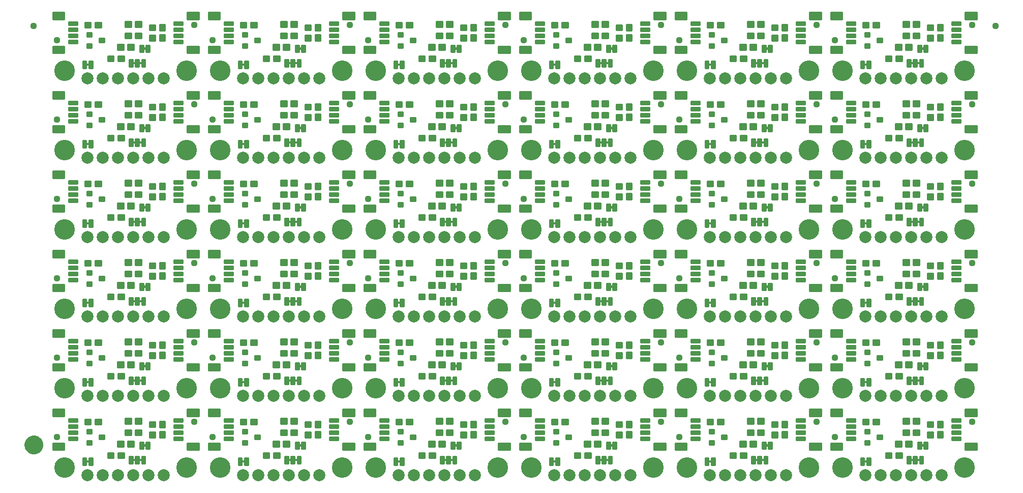
<source format=gts>
G04 EAGLE Gerber RS-274X export*
G75*
%MOMM*%
%FSLAX34Y34*%
%LPD*%
%INSoldermask Top*%
%IPPOS*%
%AMOC8*
5,1,8,0,0,1.08239X$1,22.5*%
G01*
%ADD10C,1.127000*%
%ADD11C,3.429000*%
%ADD12C,0.228344*%
%ADD13C,0.225400*%
%ADD14C,0.225369*%
%ADD15C,0.225588*%
%ADD16C,2.006600*%
%ADD17C,0.428259*%
%ADD18C,0.231750*%
%ADD19C,1.270000*%
%ADD20C,1.627000*%

G36*
X419800Y720737D02*
X419800Y720737D01*
X419866Y720739D01*
X419909Y720757D01*
X419956Y720765D01*
X420013Y720799D01*
X420073Y720824D01*
X420108Y720855D01*
X420149Y720880D01*
X420191Y720931D01*
X420239Y720975D01*
X420261Y721017D01*
X420290Y721054D01*
X420311Y721116D01*
X420342Y721175D01*
X420350Y721229D01*
X420362Y721266D01*
X420361Y721306D01*
X420369Y721360D01*
X420369Y723900D01*
X420358Y723965D01*
X420356Y724031D01*
X420338Y724074D01*
X420330Y724121D01*
X420296Y724178D01*
X420271Y724238D01*
X420240Y724273D01*
X420215Y724314D01*
X420164Y724356D01*
X420120Y724404D01*
X420078Y724426D01*
X420041Y724455D01*
X419979Y724476D01*
X419920Y724507D01*
X419866Y724515D01*
X419829Y724527D01*
X419789Y724526D01*
X419735Y724534D01*
X415925Y724534D01*
X415860Y724523D01*
X415794Y724521D01*
X415751Y724503D01*
X415704Y724495D01*
X415647Y724461D01*
X415587Y724436D01*
X415552Y724405D01*
X415511Y724380D01*
X415470Y724329D01*
X415421Y724285D01*
X415399Y724243D01*
X415370Y724206D01*
X415349Y724144D01*
X415318Y724085D01*
X415310Y724031D01*
X415298Y723994D01*
X415298Y723991D01*
X415299Y723954D01*
X415291Y723900D01*
X415291Y721360D01*
X415302Y721295D01*
X415304Y721229D01*
X415322Y721186D01*
X415330Y721139D01*
X415364Y721082D01*
X415389Y721022D01*
X415420Y720987D01*
X415445Y720946D01*
X415496Y720905D01*
X415540Y720856D01*
X415582Y720834D01*
X415619Y720805D01*
X415681Y720784D01*
X415740Y720753D01*
X415794Y720745D01*
X415831Y720733D01*
X415871Y720734D01*
X415925Y720726D01*
X419735Y720726D01*
X419800Y720737D01*
G37*
G36*
X160720Y720737D02*
X160720Y720737D01*
X160786Y720739D01*
X160829Y720757D01*
X160876Y720765D01*
X160933Y720799D01*
X160993Y720824D01*
X161028Y720855D01*
X161069Y720880D01*
X161111Y720931D01*
X161159Y720975D01*
X161181Y721017D01*
X161210Y721054D01*
X161231Y721116D01*
X161262Y721175D01*
X161270Y721229D01*
X161282Y721266D01*
X161281Y721306D01*
X161289Y721360D01*
X161289Y723900D01*
X161278Y723965D01*
X161276Y724031D01*
X161258Y724074D01*
X161250Y724121D01*
X161216Y724178D01*
X161191Y724238D01*
X161160Y724273D01*
X161135Y724314D01*
X161084Y724356D01*
X161040Y724404D01*
X160998Y724426D01*
X160961Y724455D01*
X160899Y724476D01*
X160840Y724507D01*
X160786Y724515D01*
X160749Y724527D01*
X160709Y724526D01*
X160655Y724534D01*
X156845Y724534D01*
X156780Y724523D01*
X156714Y724521D01*
X156671Y724503D01*
X156624Y724495D01*
X156567Y724461D01*
X156507Y724436D01*
X156472Y724405D01*
X156431Y724380D01*
X156390Y724329D01*
X156341Y724285D01*
X156319Y724243D01*
X156290Y724206D01*
X156269Y724144D01*
X156238Y724085D01*
X156230Y724031D01*
X156218Y723994D01*
X156218Y723991D01*
X156219Y723954D01*
X156211Y723900D01*
X156211Y721360D01*
X156222Y721295D01*
X156224Y721229D01*
X156242Y721186D01*
X156250Y721139D01*
X156284Y721082D01*
X156309Y721022D01*
X156340Y720987D01*
X156365Y720946D01*
X156416Y720905D01*
X156460Y720856D01*
X156502Y720834D01*
X156539Y720805D01*
X156601Y720784D01*
X156660Y720753D01*
X156714Y720745D01*
X156751Y720733D01*
X156791Y720734D01*
X156845Y720726D01*
X160655Y720726D01*
X160720Y720737D01*
G37*
G36*
X1197040Y720737D02*
X1197040Y720737D01*
X1197106Y720739D01*
X1197149Y720757D01*
X1197196Y720765D01*
X1197253Y720799D01*
X1197313Y720824D01*
X1197348Y720855D01*
X1197389Y720880D01*
X1197431Y720931D01*
X1197479Y720975D01*
X1197501Y721017D01*
X1197530Y721054D01*
X1197551Y721116D01*
X1197582Y721175D01*
X1197590Y721229D01*
X1197602Y721266D01*
X1197601Y721306D01*
X1197609Y721360D01*
X1197609Y723900D01*
X1197598Y723965D01*
X1197596Y724031D01*
X1197578Y724074D01*
X1197570Y724121D01*
X1197536Y724178D01*
X1197511Y724238D01*
X1197480Y724273D01*
X1197455Y724314D01*
X1197404Y724356D01*
X1197360Y724404D01*
X1197318Y724426D01*
X1197281Y724455D01*
X1197219Y724476D01*
X1197160Y724507D01*
X1197106Y724515D01*
X1197069Y724527D01*
X1197029Y724526D01*
X1196975Y724534D01*
X1193165Y724534D01*
X1193100Y724523D01*
X1193034Y724521D01*
X1192991Y724503D01*
X1192944Y724495D01*
X1192887Y724461D01*
X1192827Y724436D01*
X1192792Y724405D01*
X1192751Y724380D01*
X1192710Y724329D01*
X1192661Y724285D01*
X1192639Y724243D01*
X1192610Y724206D01*
X1192589Y724144D01*
X1192558Y724085D01*
X1192550Y724031D01*
X1192538Y723994D01*
X1192538Y723991D01*
X1192539Y723954D01*
X1192531Y723900D01*
X1192531Y721360D01*
X1192542Y721295D01*
X1192544Y721229D01*
X1192562Y721186D01*
X1192570Y721139D01*
X1192604Y721082D01*
X1192629Y721022D01*
X1192660Y720987D01*
X1192685Y720946D01*
X1192736Y720905D01*
X1192780Y720856D01*
X1192822Y720834D01*
X1192859Y720805D01*
X1192921Y720784D01*
X1192980Y720753D01*
X1193034Y720745D01*
X1193071Y720733D01*
X1193111Y720734D01*
X1193165Y720726D01*
X1196975Y720726D01*
X1197040Y720737D01*
G37*
G36*
X937960Y720737D02*
X937960Y720737D01*
X938026Y720739D01*
X938069Y720757D01*
X938116Y720765D01*
X938173Y720799D01*
X938233Y720824D01*
X938268Y720855D01*
X938309Y720880D01*
X938351Y720931D01*
X938399Y720975D01*
X938421Y721017D01*
X938450Y721054D01*
X938471Y721116D01*
X938502Y721175D01*
X938510Y721229D01*
X938522Y721266D01*
X938521Y721306D01*
X938529Y721360D01*
X938529Y723900D01*
X938518Y723965D01*
X938516Y724031D01*
X938498Y724074D01*
X938490Y724121D01*
X938456Y724178D01*
X938431Y724238D01*
X938400Y724273D01*
X938375Y724314D01*
X938324Y724356D01*
X938280Y724404D01*
X938238Y724426D01*
X938201Y724455D01*
X938139Y724476D01*
X938080Y724507D01*
X938026Y724515D01*
X937989Y724527D01*
X937949Y724526D01*
X937895Y724534D01*
X934085Y724534D01*
X934020Y724523D01*
X933954Y724521D01*
X933911Y724503D01*
X933864Y724495D01*
X933807Y724461D01*
X933747Y724436D01*
X933712Y724405D01*
X933671Y724380D01*
X933630Y724329D01*
X933581Y724285D01*
X933559Y724243D01*
X933530Y724206D01*
X933509Y724144D01*
X933478Y724085D01*
X933470Y724031D01*
X933458Y723994D01*
X933458Y723991D01*
X933459Y723954D01*
X933451Y723900D01*
X933451Y721360D01*
X933462Y721295D01*
X933464Y721229D01*
X933482Y721186D01*
X933490Y721139D01*
X933524Y721082D01*
X933549Y721022D01*
X933580Y720987D01*
X933605Y720946D01*
X933656Y720905D01*
X933700Y720856D01*
X933742Y720834D01*
X933779Y720805D01*
X933841Y720784D01*
X933900Y720753D01*
X933954Y720745D01*
X933991Y720733D01*
X934031Y720734D01*
X934085Y720726D01*
X937895Y720726D01*
X937960Y720737D01*
G37*
G36*
X678880Y720737D02*
X678880Y720737D01*
X678946Y720739D01*
X678989Y720757D01*
X679036Y720765D01*
X679093Y720799D01*
X679153Y720824D01*
X679188Y720855D01*
X679229Y720880D01*
X679271Y720931D01*
X679319Y720975D01*
X679341Y721017D01*
X679370Y721054D01*
X679391Y721116D01*
X679422Y721175D01*
X679430Y721229D01*
X679442Y721266D01*
X679441Y721306D01*
X679449Y721360D01*
X679449Y723900D01*
X679438Y723965D01*
X679436Y724031D01*
X679418Y724074D01*
X679410Y724121D01*
X679376Y724178D01*
X679351Y724238D01*
X679320Y724273D01*
X679295Y724314D01*
X679244Y724356D01*
X679200Y724404D01*
X679158Y724426D01*
X679121Y724455D01*
X679059Y724476D01*
X679000Y724507D01*
X678946Y724515D01*
X678909Y724527D01*
X678869Y724526D01*
X678815Y724534D01*
X675005Y724534D01*
X674940Y724523D01*
X674874Y724521D01*
X674831Y724503D01*
X674784Y724495D01*
X674727Y724461D01*
X674667Y724436D01*
X674632Y724405D01*
X674591Y724380D01*
X674550Y724329D01*
X674501Y724285D01*
X674479Y724243D01*
X674450Y724206D01*
X674429Y724144D01*
X674398Y724085D01*
X674390Y724031D01*
X674378Y723994D01*
X674378Y723991D01*
X674379Y723954D01*
X674371Y723900D01*
X674371Y721360D01*
X674382Y721295D01*
X674384Y721229D01*
X674402Y721186D01*
X674410Y721139D01*
X674444Y721082D01*
X674469Y721022D01*
X674500Y720987D01*
X674525Y720946D01*
X674576Y720905D01*
X674620Y720856D01*
X674662Y720834D01*
X674699Y720805D01*
X674761Y720784D01*
X674820Y720753D01*
X674874Y720745D01*
X674911Y720733D01*
X674951Y720734D01*
X675005Y720726D01*
X678815Y720726D01*
X678880Y720737D01*
G37*
G36*
X1456120Y720737D02*
X1456120Y720737D01*
X1456186Y720739D01*
X1456229Y720757D01*
X1456276Y720765D01*
X1456333Y720799D01*
X1456393Y720824D01*
X1456428Y720855D01*
X1456469Y720880D01*
X1456511Y720931D01*
X1456559Y720975D01*
X1456581Y721017D01*
X1456610Y721054D01*
X1456631Y721116D01*
X1456662Y721175D01*
X1456670Y721229D01*
X1456682Y721266D01*
X1456681Y721306D01*
X1456689Y721360D01*
X1456689Y723900D01*
X1456678Y723965D01*
X1456676Y724031D01*
X1456658Y724074D01*
X1456650Y724121D01*
X1456616Y724178D01*
X1456591Y724238D01*
X1456560Y724273D01*
X1456535Y724314D01*
X1456484Y724356D01*
X1456440Y724404D01*
X1456398Y724426D01*
X1456361Y724455D01*
X1456299Y724476D01*
X1456240Y724507D01*
X1456186Y724515D01*
X1456149Y724527D01*
X1456109Y724526D01*
X1456055Y724534D01*
X1452245Y724534D01*
X1452180Y724523D01*
X1452114Y724521D01*
X1452071Y724503D01*
X1452024Y724495D01*
X1451967Y724461D01*
X1451907Y724436D01*
X1451872Y724405D01*
X1451831Y724380D01*
X1451790Y724329D01*
X1451741Y724285D01*
X1451719Y724243D01*
X1451690Y724206D01*
X1451669Y724144D01*
X1451638Y724085D01*
X1451630Y724031D01*
X1451618Y723994D01*
X1451618Y723991D01*
X1451619Y723954D01*
X1451611Y723900D01*
X1451611Y721360D01*
X1451622Y721295D01*
X1451624Y721229D01*
X1451642Y721186D01*
X1451650Y721139D01*
X1451684Y721082D01*
X1451709Y721022D01*
X1451740Y720987D01*
X1451765Y720946D01*
X1451816Y720905D01*
X1451860Y720856D01*
X1451902Y720834D01*
X1451939Y720805D01*
X1452001Y720784D01*
X1452060Y720753D01*
X1452114Y720745D01*
X1452151Y720733D01*
X1452191Y720734D01*
X1452245Y720726D01*
X1456055Y720726D01*
X1456120Y720737D01*
G37*
G36*
X1360870Y694067D02*
X1360870Y694067D01*
X1360936Y694069D01*
X1360979Y694087D01*
X1361026Y694095D01*
X1361083Y694129D01*
X1361143Y694154D01*
X1361178Y694185D01*
X1361219Y694210D01*
X1361261Y694261D01*
X1361309Y694305D01*
X1361331Y694347D01*
X1361360Y694384D01*
X1361381Y694446D01*
X1361412Y694505D01*
X1361420Y694559D01*
X1361432Y694596D01*
X1361431Y694636D01*
X1361439Y694690D01*
X1361439Y697230D01*
X1361428Y697295D01*
X1361426Y697361D01*
X1361408Y697404D01*
X1361400Y697451D01*
X1361366Y697508D01*
X1361341Y697568D01*
X1361310Y697603D01*
X1361285Y697644D01*
X1361234Y697686D01*
X1361190Y697734D01*
X1361148Y697756D01*
X1361111Y697785D01*
X1361049Y697806D01*
X1360990Y697837D01*
X1360936Y697845D01*
X1360899Y697857D01*
X1360859Y697856D01*
X1360805Y697864D01*
X1356995Y697864D01*
X1356930Y697853D01*
X1356864Y697851D01*
X1356821Y697833D01*
X1356774Y697825D01*
X1356717Y697791D01*
X1356657Y697766D01*
X1356622Y697735D01*
X1356581Y697710D01*
X1356540Y697659D01*
X1356491Y697615D01*
X1356469Y697573D01*
X1356440Y697536D01*
X1356419Y697474D01*
X1356388Y697415D01*
X1356380Y697361D01*
X1356368Y697324D01*
X1356368Y697321D01*
X1356369Y697284D01*
X1356361Y697230D01*
X1356361Y694690D01*
X1356372Y694625D01*
X1356374Y694559D01*
X1356392Y694516D01*
X1356400Y694469D01*
X1356434Y694412D01*
X1356459Y694352D01*
X1356490Y694317D01*
X1356515Y694276D01*
X1356566Y694235D01*
X1356610Y694186D01*
X1356652Y694164D01*
X1356689Y694135D01*
X1356751Y694114D01*
X1356810Y694083D01*
X1356864Y694075D01*
X1356901Y694063D01*
X1356941Y694064D01*
X1356995Y694056D01*
X1360805Y694056D01*
X1360870Y694067D01*
G37*
G36*
X842710Y694067D02*
X842710Y694067D01*
X842776Y694069D01*
X842819Y694087D01*
X842866Y694095D01*
X842923Y694129D01*
X842983Y694154D01*
X843018Y694185D01*
X843059Y694210D01*
X843101Y694261D01*
X843149Y694305D01*
X843171Y694347D01*
X843200Y694384D01*
X843221Y694446D01*
X843252Y694505D01*
X843260Y694559D01*
X843272Y694596D01*
X843271Y694636D01*
X843279Y694690D01*
X843279Y697230D01*
X843268Y697295D01*
X843266Y697361D01*
X843248Y697404D01*
X843240Y697451D01*
X843206Y697508D01*
X843181Y697568D01*
X843150Y697603D01*
X843125Y697644D01*
X843074Y697686D01*
X843030Y697734D01*
X842988Y697756D01*
X842951Y697785D01*
X842889Y697806D01*
X842830Y697837D01*
X842776Y697845D01*
X842739Y697857D01*
X842699Y697856D01*
X842645Y697864D01*
X838835Y697864D01*
X838770Y697853D01*
X838704Y697851D01*
X838661Y697833D01*
X838614Y697825D01*
X838557Y697791D01*
X838497Y697766D01*
X838462Y697735D01*
X838421Y697710D01*
X838380Y697659D01*
X838331Y697615D01*
X838309Y697573D01*
X838280Y697536D01*
X838259Y697474D01*
X838228Y697415D01*
X838220Y697361D01*
X838208Y697324D01*
X838208Y697321D01*
X838209Y697284D01*
X838201Y697230D01*
X838201Y694690D01*
X838212Y694625D01*
X838214Y694559D01*
X838232Y694516D01*
X838240Y694469D01*
X838274Y694412D01*
X838299Y694352D01*
X838330Y694317D01*
X838355Y694276D01*
X838406Y694235D01*
X838450Y694186D01*
X838492Y694164D01*
X838529Y694135D01*
X838591Y694114D01*
X838650Y694083D01*
X838704Y694075D01*
X838741Y694063D01*
X838781Y694064D01*
X838835Y694056D01*
X842645Y694056D01*
X842710Y694067D01*
G37*
G36*
X324550Y694067D02*
X324550Y694067D01*
X324616Y694069D01*
X324659Y694087D01*
X324706Y694095D01*
X324763Y694129D01*
X324823Y694154D01*
X324858Y694185D01*
X324899Y694210D01*
X324941Y694261D01*
X324989Y694305D01*
X325011Y694347D01*
X325040Y694384D01*
X325061Y694446D01*
X325092Y694505D01*
X325100Y694559D01*
X325112Y694596D01*
X325111Y694636D01*
X325119Y694690D01*
X325119Y697230D01*
X325108Y697295D01*
X325106Y697361D01*
X325088Y697404D01*
X325080Y697451D01*
X325046Y697508D01*
X325021Y697568D01*
X324990Y697603D01*
X324965Y697644D01*
X324914Y697686D01*
X324870Y697734D01*
X324828Y697756D01*
X324791Y697785D01*
X324729Y697806D01*
X324670Y697837D01*
X324616Y697845D01*
X324579Y697857D01*
X324539Y697856D01*
X324485Y697864D01*
X320675Y697864D01*
X320610Y697853D01*
X320544Y697851D01*
X320501Y697833D01*
X320454Y697825D01*
X320397Y697791D01*
X320337Y697766D01*
X320302Y697735D01*
X320261Y697710D01*
X320220Y697659D01*
X320171Y697615D01*
X320149Y697573D01*
X320120Y697536D01*
X320099Y697474D01*
X320068Y697415D01*
X320060Y697361D01*
X320048Y697324D01*
X320048Y697321D01*
X320049Y697284D01*
X320041Y697230D01*
X320041Y694690D01*
X320052Y694625D01*
X320054Y694559D01*
X320072Y694516D01*
X320080Y694469D01*
X320114Y694412D01*
X320139Y694352D01*
X320170Y694317D01*
X320195Y694276D01*
X320246Y694235D01*
X320290Y694186D01*
X320332Y694164D01*
X320369Y694135D01*
X320431Y694114D01*
X320490Y694083D01*
X320544Y694075D01*
X320581Y694063D01*
X320621Y694064D01*
X320675Y694056D01*
X324485Y694056D01*
X324550Y694067D01*
G37*
G36*
X1101790Y694067D02*
X1101790Y694067D01*
X1101856Y694069D01*
X1101899Y694087D01*
X1101946Y694095D01*
X1102003Y694129D01*
X1102063Y694154D01*
X1102098Y694185D01*
X1102139Y694210D01*
X1102181Y694261D01*
X1102229Y694305D01*
X1102251Y694347D01*
X1102280Y694384D01*
X1102301Y694446D01*
X1102332Y694505D01*
X1102340Y694559D01*
X1102352Y694596D01*
X1102351Y694636D01*
X1102359Y694690D01*
X1102359Y697230D01*
X1102348Y697295D01*
X1102346Y697361D01*
X1102328Y697404D01*
X1102320Y697451D01*
X1102286Y697508D01*
X1102261Y697568D01*
X1102230Y697603D01*
X1102205Y697644D01*
X1102154Y697686D01*
X1102110Y697734D01*
X1102068Y697756D01*
X1102031Y697785D01*
X1101969Y697806D01*
X1101910Y697837D01*
X1101856Y697845D01*
X1101819Y697857D01*
X1101779Y697856D01*
X1101725Y697864D01*
X1097915Y697864D01*
X1097850Y697853D01*
X1097784Y697851D01*
X1097741Y697833D01*
X1097694Y697825D01*
X1097637Y697791D01*
X1097577Y697766D01*
X1097542Y697735D01*
X1097501Y697710D01*
X1097460Y697659D01*
X1097411Y697615D01*
X1097389Y697573D01*
X1097360Y697536D01*
X1097339Y697474D01*
X1097308Y697415D01*
X1097300Y697361D01*
X1097288Y697324D01*
X1097288Y697321D01*
X1097289Y697284D01*
X1097281Y697230D01*
X1097281Y694690D01*
X1097292Y694625D01*
X1097294Y694559D01*
X1097312Y694516D01*
X1097320Y694469D01*
X1097354Y694412D01*
X1097379Y694352D01*
X1097410Y694317D01*
X1097435Y694276D01*
X1097486Y694235D01*
X1097530Y694186D01*
X1097572Y694164D01*
X1097609Y694135D01*
X1097671Y694114D01*
X1097730Y694083D01*
X1097784Y694075D01*
X1097821Y694063D01*
X1097861Y694064D01*
X1097915Y694056D01*
X1101725Y694056D01*
X1101790Y694067D01*
G37*
G36*
X583630Y694067D02*
X583630Y694067D01*
X583696Y694069D01*
X583739Y694087D01*
X583786Y694095D01*
X583843Y694129D01*
X583903Y694154D01*
X583938Y694185D01*
X583979Y694210D01*
X584021Y694261D01*
X584069Y694305D01*
X584091Y694347D01*
X584120Y694384D01*
X584141Y694446D01*
X584172Y694505D01*
X584180Y694559D01*
X584192Y694596D01*
X584191Y694636D01*
X584199Y694690D01*
X584199Y697230D01*
X584188Y697295D01*
X584186Y697361D01*
X584168Y697404D01*
X584160Y697451D01*
X584126Y697508D01*
X584101Y697568D01*
X584070Y697603D01*
X584045Y697644D01*
X583994Y697686D01*
X583950Y697734D01*
X583908Y697756D01*
X583871Y697785D01*
X583809Y697806D01*
X583750Y697837D01*
X583696Y697845D01*
X583659Y697857D01*
X583619Y697856D01*
X583565Y697864D01*
X579755Y697864D01*
X579690Y697853D01*
X579624Y697851D01*
X579581Y697833D01*
X579534Y697825D01*
X579477Y697791D01*
X579417Y697766D01*
X579382Y697735D01*
X579341Y697710D01*
X579300Y697659D01*
X579251Y697615D01*
X579229Y697573D01*
X579200Y697536D01*
X579179Y697474D01*
X579148Y697415D01*
X579140Y697361D01*
X579128Y697324D01*
X579128Y697321D01*
X579129Y697284D01*
X579121Y697230D01*
X579121Y694690D01*
X579132Y694625D01*
X579134Y694559D01*
X579152Y694516D01*
X579160Y694469D01*
X579194Y694412D01*
X579219Y694352D01*
X579250Y694317D01*
X579275Y694276D01*
X579326Y694235D01*
X579370Y694186D01*
X579412Y694164D01*
X579449Y694135D01*
X579511Y694114D01*
X579570Y694083D01*
X579624Y694075D01*
X579661Y694063D01*
X579701Y694064D01*
X579755Y694056D01*
X583565Y694056D01*
X583630Y694067D01*
G37*
G36*
X65470Y694067D02*
X65470Y694067D01*
X65536Y694069D01*
X65579Y694087D01*
X65626Y694095D01*
X65683Y694129D01*
X65743Y694154D01*
X65778Y694185D01*
X65819Y694210D01*
X65861Y694261D01*
X65909Y694305D01*
X65931Y694347D01*
X65960Y694384D01*
X65981Y694446D01*
X66012Y694505D01*
X66020Y694559D01*
X66032Y694596D01*
X66031Y694636D01*
X66039Y694690D01*
X66039Y697230D01*
X66028Y697295D01*
X66026Y697361D01*
X66008Y697404D01*
X66000Y697451D01*
X65966Y697508D01*
X65941Y697568D01*
X65910Y697603D01*
X65885Y697644D01*
X65834Y697686D01*
X65790Y697734D01*
X65748Y697756D01*
X65711Y697785D01*
X65649Y697806D01*
X65590Y697837D01*
X65536Y697845D01*
X65499Y697857D01*
X65459Y697856D01*
X65405Y697864D01*
X61595Y697864D01*
X61530Y697853D01*
X61464Y697851D01*
X61421Y697833D01*
X61374Y697825D01*
X61317Y697791D01*
X61257Y697766D01*
X61222Y697735D01*
X61181Y697710D01*
X61140Y697659D01*
X61091Y697615D01*
X61069Y697573D01*
X61040Y697536D01*
X61019Y697474D01*
X60988Y697415D01*
X60980Y697361D01*
X60968Y697324D01*
X60968Y697321D01*
X60969Y697284D01*
X60961Y697230D01*
X60961Y694690D01*
X60972Y694625D01*
X60974Y694559D01*
X60992Y694516D01*
X61000Y694469D01*
X61034Y694412D01*
X61059Y694352D01*
X61090Y694317D01*
X61115Y694276D01*
X61166Y694235D01*
X61210Y694186D01*
X61252Y694164D01*
X61289Y694135D01*
X61351Y694114D01*
X61410Y694083D01*
X61464Y694075D01*
X61501Y694063D01*
X61541Y694064D01*
X61595Y694056D01*
X65405Y694056D01*
X65470Y694067D01*
G37*
G36*
X1448500Y696607D02*
X1448500Y696607D01*
X1448566Y696609D01*
X1448609Y696627D01*
X1448656Y696635D01*
X1448713Y696669D01*
X1448773Y696694D01*
X1448808Y696725D01*
X1448849Y696750D01*
X1448891Y696801D01*
X1448939Y696845D01*
X1448961Y696887D01*
X1448990Y696924D01*
X1449011Y696986D01*
X1449042Y697045D01*
X1449050Y697099D01*
X1449062Y697136D01*
X1449061Y697176D01*
X1449069Y697230D01*
X1449069Y699770D01*
X1449058Y699835D01*
X1449056Y699901D01*
X1449038Y699944D01*
X1449030Y699991D01*
X1448996Y700048D01*
X1448971Y700108D01*
X1448940Y700143D01*
X1448915Y700184D01*
X1448864Y700226D01*
X1448820Y700274D01*
X1448778Y700296D01*
X1448741Y700325D01*
X1448679Y700346D01*
X1448620Y700377D01*
X1448566Y700385D01*
X1448529Y700397D01*
X1448489Y700396D01*
X1448435Y700404D01*
X1444625Y700404D01*
X1444560Y700393D01*
X1444494Y700391D01*
X1444451Y700373D01*
X1444404Y700365D01*
X1444347Y700331D01*
X1444287Y700306D01*
X1444252Y700275D01*
X1444211Y700250D01*
X1444170Y700199D01*
X1444121Y700155D01*
X1444099Y700113D01*
X1444070Y700076D01*
X1444049Y700014D01*
X1444018Y699955D01*
X1444010Y699901D01*
X1443998Y699864D01*
X1443998Y699861D01*
X1443999Y699824D01*
X1443991Y699770D01*
X1443991Y697230D01*
X1444002Y697165D01*
X1444004Y697099D01*
X1444022Y697056D01*
X1444030Y697009D01*
X1444064Y696952D01*
X1444089Y696892D01*
X1444120Y696857D01*
X1444145Y696816D01*
X1444196Y696775D01*
X1444240Y696726D01*
X1444282Y696704D01*
X1444319Y696675D01*
X1444381Y696654D01*
X1444440Y696623D01*
X1444494Y696615D01*
X1444531Y696603D01*
X1444571Y696604D01*
X1444625Y696596D01*
X1448435Y696596D01*
X1448500Y696607D01*
G37*
G36*
X402020Y696607D02*
X402020Y696607D01*
X402086Y696609D01*
X402129Y696627D01*
X402176Y696635D01*
X402233Y696669D01*
X402293Y696694D01*
X402328Y696725D01*
X402369Y696750D01*
X402411Y696801D01*
X402459Y696845D01*
X402481Y696887D01*
X402510Y696924D01*
X402531Y696986D01*
X402562Y697045D01*
X402570Y697099D01*
X402582Y697136D01*
X402581Y697176D01*
X402589Y697230D01*
X402589Y699770D01*
X402578Y699835D01*
X402576Y699901D01*
X402558Y699944D01*
X402550Y699991D01*
X402516Y700048D01*
X402491Y700108D01*
X402460Y700143D01*
X402435Y700184D01*
X402384Y700226D01*
X402340Y700274D01*
X402298Y700296D01*
X402261Y700325D01*
X402199Y700346D01*
X402140Y700377D01*
X402086Y700385D01*
X402049Y700397D01*
X402009Y700396D01*
X401955Y700404D01*
X398145Y700404D01*
X398080Y700393D01*
X398014Y700391D01*
X397971Y700373D01*
X397924Y700365D01*
X397867Y700331D01*
X397807Y700306D01*
X397772Y700275D01*
X397731Y700250D01*
X397690Y700199D01*
X397641Y700155D01*
X397619Y700113D01*
X397590Y700076D01*
X397569Y700014D01*
X397538Y699955D01*
X397530Y699901D01*
X397518Y699864D01*
X397518Y699861D01*
X397519Y699824D01*
X397511Y699770D01*
X397511Y697230D01*
X397522Y697165D01*
X397524Y697099D01*
X397542Y697056D01*
X397550Y697009D01*
X397584Y696952D01*
X397609Y696892D01*
X397640Y696857D01*
X397665Y696816D01*
X397716Y696775D01*
X397760Y696726D01*
X397802Y696704D01*
X397839Y696675D01*
X397901Y696654D01*
X397960Y696623D01*
X398014Y696615D01*
X398051Y696603D01*
X398091Y696604D01*
X398145Y696596D01*
X401955Y696596D01*
X402020Y696607D01*
G37*
G36*
X930340Y696607D02*
X930340Y696607D01*
X930406Y696609D01*
X930449Y696627D01*
X930496Y696635D01*
X930553Y696669D01*
X930613Y696694D01*
X930648Y696725D01*
X930689Y696750D01*
X930731Y696801D01*
X930779Y696845D01*
X930801Y696887D01*
X930830Y696924D01*
X930851Y696986D01*
X930882Y697045D01*
X930890Y697099D01*
X930902Y697136D01*
X930901Y697176D01*
X930909Y697230D01*
X930909Y699770D01*
X930898Y699835D01*
X930896Y699901D01*
X930878Y699944D01*
X930870Y699991D01*
X930836Y700048D01*
X930811Y700108D01*
X930780Y700143D01*
X930755Y700184D01*
X930704Y700226D01*
X930660Y700274D01*
X930618Y700296D01*
X930581Y700325D01*
X930519Y700346D01*
X930460Y700377D01*
X930406Y700385D01*
X930369Y700397D01*
X930329Y700396D01*
X930275Y700404D01*
X926465Y700404D01*
X926400Y700393D01*
X926334Y700391D01*
X926291Y700373D01*
X926244Y700365D01*
X926187Y700331D01*
X926127Y700306D01*
X926092Y700275D01*
X926051Y700250D01*
X926010Y700199D01*
X925961Y700155D01*
X925939Y700113D01*
X925910Y700076D01*
X925889Y700014D01*
X925858Y699955D01*
X925850Y699901D01*
X925838Y699864D01*
X925838Y699861D01*
X925839Y699824D01*
X925831Y699770D01*
X925831Y697230D01*
X925842Y697165D01*
X925844Y697099D01*
X925862Y697056D01*
X925870Y697009D01*
X925904Y696952D01*
X925929Y696892D01*
X925960Y696857D01*
X925985Y696816D01*
X926036Y696775D01*
X926080Y696726D01*
X926122Y696704D01*
X926159Y696675D01*
X926221Y696654D01*
X926280Y696623D01*
X926334Y696615D01*
X926371Y696603D01*
X926411Y696604D01*
X926465Y696596D01*
X930275Y696596D01*
X930340Y696607D01*
G37*
G36*
X142940Y696607D02*
X142940Y696607D01*
X143006Y696609D01*
X143049Y696627D01*
X143096Y696635D01*
X143153Y696669D01*
X143213Y696694D01*
X143248Y696725D01*
X143289Y696750D01*
X143331Y696801D01*
X143379Y696845D01*
X143401Y696887D01*
X143430Y696924D01*
X143451Y696986D01*
X143482Y697045D01*
X143490Y697099D01*
X143502Y697136D01*
X143501Y697176D01*
X143509Y697230D01*
X143509Y699770D01*
X143498Y699835D01*
X143496Y699901D01*
X143478Y699944D01*
X143470Y699991D01*
X143436Y700048D01*
X143411Y700108D01*
X143380Y700143D01*
X143355Y700184D01*
X143304Y700226D01*
X143260Y700274D01*
X143218Y700296D01*
X143181Y700325D01*
X143119Y700346D01*
X143060Y700377D01*
X143006Y700385D01*
X142969Y700397D01*
X142929Y700396D01*
X142875Y700404D01*
X139065Y700404D01*
X139000Y700393D01*
X138934Y700391D01*
X138891Y700373D01*
X138844Y700365D01*
X138787Y700331D01*
X138727Y700306D01*
X138692Y700275D01*
X138651Y700250D01*
X138610Y700199D01*
X138561Y700155D01*
X138539Y700113D01*
X138510Y700076D01*
X138489Y700014D01*
X138458Y699955D01*
X138450Y699901D01*
X138438Y699864D01*
X138438Y699861D01*
X138439Y699824D01*
X138431Y699770D01*
X138431Y697230D01*
X138442Y697165D01*
X138444Y697099D01*
X138462Y697056D01*
X138470Y697009D01*
X138504Y696952D01*
X138529Y696892D01*
X138560Y696857D01*
X138585Y696816D01*
X138636Y696775D01*
X138680Y696726D01*
X138722Y696704D01*
X138759Y696675D01*
X138821Y696654D01*
X138880Y696623D01*
X138934Y696615D01*
X138971Y696603D01*
X139011Y696604D01*
X139065Y696596D01*
X142875Y696596D01*
X142940Y696607D01*
G37*
G36*
X412180Y696607D02*
X412180Y696607D01*
X412246Y696609D01*
X412289Y696627D01*
X412336Y696635D01*
X412393Y696669D01*
X412453Y696694D01*
X412488Y696725D01*
X412529Y696750D01*
X412571Y696801D01*
X412619Y696845D01*
X412641Y696887D01*
X412670Y696924D01*
X412691Y696986D01*
X412722Y697045D01*
X412730Y697099D01*
X412742Y697136D01*
X412741Y697176D01*
X412749Y697230D01*
X412749Y699770D01*
X412738Y699835D01*
X412736Y699901D01*
X412718Y699944D01*
X412710Y699991D01*
X412676Y700048D01*
X412651Y700108D01*
X412620Y700143D01*
X412595Y700184D01*
X412544Y700226D01*
X412500Y700274D01*
X412458Y700296D01*
X412421Y700325D01*
X412359Y700346D01*
X412300Y700377D01*
X412246Y700385D01*
X412209Y700397D01*
X412169Y700396D01*
X412115Y700404D01*
X408305Y700404D01*
X408240Y700393D01*
X408174Y700391D01*
X408131Y700373D01*
X408084Y700365D01*
X408027Y700331D01*
X407967Y700306D01*
X407932Y700275D01*
X407891Y700250D01*
X407850Y700199D01*
X407801Y700155D01*
X407779Y700113D01*
X407750Y700076D01*
X407729Y700014D01*
X407698Y699955D01*
X407690Y699901D01*
X407678Y699864D01*
X407678Y699861D01*
X407679Y699824D01*
X407671Y699770D01*
X407671Y697230D01*
X407682Y697165D01*
X407684Y697099D01*
X407702Y697056D01*
X407710Y697009D01*
X407744Y696952D01*
X407769Y696892D01*
X407800Y696857D01*
X407825Y696816D01*
X407876Y696775D01*
X407920Y696726D01*
X407962Y696704D01*
X407999Y696675D01*
X408061Y696654D01*
X408120Y696623D01*
X408174Y696615D01*
X408211Y696603D01*
X408251Y696604D01*
X408305Y696596D01*
X412115Y696596D01*
X412180Y696607D01*
G37*
G36*
X1189420Y696607D02*
X1189420Y696607D01*
X1189486Y696609D01*
X1189529Y696627D01*
X1189576Y696635D01*
X1189633Y696669D01*
X1189693Y696694D01*
X1189728Y696725D01*
X1189769Y696750D01*
X1189811Y696801D01*
X1189859Y696845D01*
X1189881Y696887D01*
X1189910Y696924D01*
X1189931Y696986D01*
X1189962Y697045D01*
X1189970Y697099D01*
X1189982Y697136D01*
X1189981Y697176D01*
X1189989Y697230D01*
X1189989Y699770D01*
X1189978Y699835D01*
X1189976Y699901D01*
X1189958Y699944D01*
X1189950Y699991D01*
X1189916Y700048D01*
X1189891Y700108D01*
X1189860Y700143D01*
X1189835Y700184D01*
X1189784Y700226D01*
X1189740Y700274D01*
X1189698Y700296D01*
X1189661Y700325D01*
X1189599Y700346D01*
X1189540Y700377D01*
X1189486Y700385D01*
X1189449Y700397D01*
X1189409Y700396D01*
X1189355Y700404D01*
X1185545Y700404D01*
X1185480Y700393D01*
X1185414Y700391D01*
X1185371Y700373D01*
X1185324Y700365D01*
X1185267Y700331D01*
X1185207Y700306D01*
X1185172Y700275D01*
X1185131Y700250D01*
X1185090Y700199D01*
X1185041Y700155D01*
X1185019Y700113D01*
X1184990Y700076D01*
X1184969Y700014D01*
X1184938Y699955D01*
X1184930Y699901D01*
X1184918Y699864D01*
X1184918Y699861D01*
X1184919Y699824D01*
X1184911Y699770D01*
X1184911Y697230D01*
X1184922Y697165D01*
X1184924Y697099D01*
X1184942Y697056D01*
X1184950Y697009D01*
X1184984Y696952D01*
X1185009Y696892D01*
X1185040Y696857D01*
X1185065Y696816D01*
X1185116Y696775D01*
X1185160Y696726D01*
X1185202Y696704D01*
X1185239Y696675D01*
X1185301Y696654D01*
X1185360Y696623D01*
X1185414Y696615D01*
X1185451Y696603D01*
X1185491Y696604D01*
X1185545Y696596D01*
X1189355Y696596D01*
X1189420Y696607D01*
G37*
G36*
X671260Y696607D02*
X671260Y696607D01*
X671326Y696609D01*
X671369Y696627D01*
X671416Y696635D01*
X671473Y696669D01*
X671533Y696694D01*
X671568Y696725D01*
X671609Y696750D01*
X671651Y696801D01*
X671699Y696845D01*
X671721Y696887D01*
X671750Y696924D01*
X671771Y696986D01*
X671802Y697045D01*
X671810Y697099D01*
X671822Y697136D01*
X671821Y697176D01*
X671829Y697230D01*
X671829Y699770D01*
X671818Y699835D01*
X671816Y699901D01*
X671798Y699944D01*
X671790Y699991D01*
X671756Y700048D01*
X671731Y700108D01*
X671700Y700143D01*
X671675Y700184D01*
X671624Y700226D01*
X671580Y700274D01*
X671538Y700296D01*
X671501Y700325D01*
X671439Y700346D01*
X671380Y700377D01*
X671326Y700385D01*
X671289Y700397D01*
X671249Y700396D01*
X671195Y700404D01*
X667385Y700404D01*
X667320Y700393D01*
X667254Y700391D01*
X667211Y700373D01*
X667164Y700365D01*
X667107Y700331D01*
X667047Y700306D01*
X667012Y700275D01*
X666971Y700250D01*
X666930Y700199D01*
X666881Y700155D01*
X666859Y700113D01*
X666830Y700076D01*
X666809Y700014D01*
X666778Y699955D01*
X666770Y699901D01*
X666758Y699864D01*
X666758Y699861D01*
X666759Y699824D01*
X666751Y699770D01*
X666751Y697230D01*
X666762Y697165D01*
X666764Y697099D01*
X666782Y697056D01*
X666790Y697009D01*
X666824Y696952D01*
X666849Y696892D01*
X666880Y696857D01*
X666905Y696816D01*
X666956Y696775D01*
X667000Y696726D01*
X667042Y696704D01*
X667079Y696675D01*
X667141Y696654D01*
X667200Y696623D01*
X667254Y696615D01*
X667291Y696603D01*
X667331Y696604D01*
X667385Y696596D01*
X671195Y696596D01*
X671260Y696607D01*
G37*
G36*
X920180Y696607D02*
X920180Y696607D01*
X920246Y696609D01*
X920289Y696627D01*
X920336Y696635D01*
X920393Y696669D01*
X920453Y696694D01*
X920488Y696725D01*
X920529Y696750D01*
X920571Y696801D01*
X920619Y696845D01*
X920641Y696887D01*
X920670Y696924D01*
X920691Y696986D01*
X920722Y697045D01*
X920730Y697099D01*
X920742Y697136D01*
X920741Y697176D01*
X920749Y697230D01*
X920749Y699770D01*
X920738Y699835D01*
X920736Y699901D01*
X920718Y699944D01*
X920710Y699991D01*
X920676Y700048D01*
X920651Y700108D01*
X920620Y700143D01*
X920595Y700184D01*
X920544Y700226D01*
X920500Y700274D01*
X920458Y700296D01*
X920421Y700325D01*
X920359Y700346D01*
X920300Y700377D01*
X920246Y700385D01*
X920209Y700397D01*
X920169Y700396D01*
X920115Y700404D01*
X916305Y700404D01*
X916240Y700393D01*
X916174Y700391D01*
X916131Y700373D01*
X916084Y700365D01*
X916027Y700331D01*
X915967Y700306D01*
X915932Y700275D01*
X915891Y700250D01*
X915850Y700199D01*
X915801Y700155D01*
X915779Y700113D01*
X915750Y700076D01*
X915729Y700014D01*
X915698Y699955D01*
X915690Y699901D01*
X915678Y699864D01*
X915678Y699861D01*
X915679Y699824D01*
X915671Y699770D01*
X915671Y697230D01*
X915682Y697165D01*
X915684Y697099D01*
X915702Y697056D01*
X915710Y697009D01*
X915744Y696952D01*
X915769Y696892D01*
X915800Y696857D01*
X915825Y696816D01*
X915876Y696775D01*
X915920Y696726D01*
X915962Y696704D01*
X915999Y696675D01*
X916061Y696654D01*
X916120Y696623D01*
X916174Y696615D01*
X916211Y696603D01*
X916251Y696604D01*
X916305Y696596D01*
X920115Y696596D01*
X920180Y696607D01*
G37*
G36*
X661100Y696607D02*
X661100Y696607D01*
X661166Y696609D01*
X661209Y696627D01*
X661256Y696635D01*
X661313Y696669D01*
X661373Y696694D01*
X661408Y696725D01*
X661449Y696750D01*
X661491Y696801D01*
X661539Y696845D01*
X661561Y696887D01*
X661590Y696924D01*
X661611Y696986D01*
X661642Y697045D01*
X661650Y697099D01*
X661662Y697136D01*
X661661Y697176D01*
X661669Y697230D01*
X661669Y699770D01*
X661658Y699835D01*
X661656Y699901D01*
X661638Y699944D01*
X661630Y699991D01*
X661596Y700048D01*
X661571Y700108D01*
X661540Y700143D01*
X661515Y700184D01*
X661464Y700226D01*
X661420Y700274D01*
X661378Y700296D01*
X661341Y700325D01*
X661279Y700346D01*
X661220Y700377D01*
X661166Y700385D01*
X661129Y700397D01*
X661089Y700396D01*
X661035Y700404D01*
X657225Y700404D01*
X657160Y700393D01*
X657094Y700391D01*
X657051Y700373D01*
X657004Y700365D01*
X656947Y700331D01*
X656887Y700306D01*
X656852Y700275D01*
X656811Y700250D01*
X656770Y700199D01*
X656721Y700155D01*
X656699Y700113D01*
X656670Y700076D01*
X656649Y700014D01*
X656618Y699955D01*
X656610Y699901D01*
X656598Y699864D01*
X656598Y699861D01*
X656599Y699824D01*
X656591Y699770D01*
X656591Y697230D01*
X656602Y697165D01*
X656604Y697099D01*
X656622Y697056D01*
X656630Y697009D01*
X656664Y696952D01*
X656689Y696892D01*
X656720Y696857D01*
X656745Y696816D01*
X656796Y696775D01*
X656840Y696726D01*
X656882Y696704D01*
X656919Y696675D01*
X656981Y696654D01*
X657040Y696623D01*
X657094Y696615D01*
X657131Y696603D01*
X657171Y696604D01*
X657225Y696596D01*
X661035Y696596D01*
X661100Y696607D01*
G37*
G36*
X153100Y696607D02*
X153100Y696607D01*
X153166Y696609D01*
X153209Y696627D01*
X153256Y696635D01*
X153313Y696669D01*
X153373Y696694D01*
X153408Y696725D01*
X153449Y696750D01*
X153491Y696801D01*
X153539Y696845D01*
X153561Y696887D01*
X153590Y696924D01*
X153611Y696986D01*
X153642Y697045D01*
X153650Y697099D01*
X153662Y697136D01*
X153661Y697176D01*
X153669Y697230D01*
X153669Y699770D01*
X153658Y699835D01*
X153656Y699901D01*
X153638Y699944D01*
X153630Y699991D01*
X153596Y700048D01*
X153571Y700108D01*
X153540Y700143D01*
X153515Y700184D01*
X153464Y700226D01*
X153420Y700274D01*
X153378Y700296D01*
X153341Y700325D01*
X153279Y700346D01*
X153220Y700377D01*
X153166Y700385D01*
X153129Y700397D01*
X153089Y700396D01*
X153035Y700404D01*
X149225Y700404D01*
X149160Y700393D01*
X149094Y700391D01*
X149051Y700373D01*
X149004Y700365D01*
X148947Y700331D01*
X148887Y700306D01*
X148852Y700275D01*
X148811Y700250D01*
X148770Y700199D01*
X148721Y700155D01*
X148699Y700113D01*
X148670Y700076D01*
X148649Y700014D01*
X148618Y699955D01*
X148610Y699901D01*
X148598Y699864D01*
X148598Y699861D01*
X148599Y699824D01*
X148591Y699770D01*
X148591Y697230D01*
X148602Y697165D01*
X148604Y697099D01*
X148622Y697056D01*
X148630Y697009D01*
X148664Y696952D01*
X148689Y696892D01*
X148720Y696857D01*
X148745Y696816D01*
X148796Y696775D01*
X148840Y696726D01*
X148882Y696704D01*
X148919Y696675D01*
X148981Y696654D01*
X149040Y696623D01*
X149094Y696615D01*
X149131Y696603D01*
X149171Y696604D01*
X149225Y696596D01*
X153035Y696596D01*
X153100Y696607D01*
G37*
G36*
X1438340Y696607D02*
X1438340Y696607D01*
X1438406Y696609D01*
X1438449Y696627D01*
X1438496Y696635D01*
X1438553Y696669D01*
X1438613Y696694D01*
X1438648Y696725D01*
X1438689Y696750D01*
X1438731Y696801D01*
X1438779Y696845D01*
X1438801Y696887D01*
X1438830Y696924D01*
X1438851Y696986D01*
X1438882Y697045D01*
X1438890Y697099D01*
X1438902Y697136D01*
X1438901Y697176D01*
X1438909Y697230D01*
X1438909Y699770D01*
X1438898Y699835D01*
X1438896Y699901D01*
X1438878Y699944D01*
X1438870Y699991D01*
X1438836Y700048D01*
X1438811Y700108D01*
X1438780Y700143D01*
X1438755Y700184D01*
X1438704Y700226D01*
X1438660Y700274D01*
X1438618Y700296D01*
X1438581Y700325D01*
X1438519Y700346D01*
X1438460Y700377D01*
X1438406Y700385D01*
X1438369Y700397D01*
X1438329Y700396D01*
X1438275Y700404D01*
X1434465Y700404D01*
X1434400Y700393D01*
X1434334Y700391D01*
X1434291Y700373D01*
X1434244Y700365D01*
X1434187Y700331D01*
X1434127Y700306D01*
X1434092Y700275D01*
X1434051Y700250D01*
X1434010Y700199D01*
X1433961Y700155D01*
X1433939Y700113D01*
X1433910Y700076D01*
X1433889Y700014D01*
X1433858Y699955D01*
X1433850Y699901D01*
X1433838Y699864D01*
X1433838Y699861D01*
X1433839Y699824D01*
X1433831Y699770D01*
X1433831Y697230D01*
X1433842Y697165D01*
X1433844Y697099D01*
X1433862Y697056D01*
X1433870Y697009D01*
X1433904Y696952D01*
X1433929Y696892D01*
X1433960Y696857D01*
X1433985Y696816D01*
X1434036Y696775D01*
X1434080Y696726D01*
X1434122Y696704D01*
X1434159Y696675D01*
X1434221Y696654D01*
X1434280Y696623D01*
X1434334Y696615D01*
X1434371Y696603D01*
X1434411Y696604D01*
X1434465Y696596D01*
X1438275Y696596D01*
X1438340Y696607D01*
G37*
G36*
X1179260Y696607D02*
X1179260Y696607D01*
X1179326Y696609D01*
X1179369Y696627D01*
X1179416Y696635D01*
X1179473Y696669D01*
X1179533Y696694D01*
X1179568Y696725D01*
X1179609Y696750D01*
X1179651Y696801D01*
X1179699Y696845D01*
X1179721Y696887D01*
X1179750Y696924D01*
X1179771Y696986D01*
X1179802Y697045D01*
X1179810Y697099D01*
X1179822Y697136D01*
X1179821Y697176D01*
X1179829Y697230D01*
X1179829Y699770D01*
X1179818Y699835D01*
X1179816Y699901D01*
X1179798Y699944D01*
X1179790Y699991D01*
X1179756Y700048D01*
X1179731Y700108D01*
X1179700Y700143D01*
X1179675Y700184D01*
X1179624Y700226D01*
X1179580Y700274D01*
X1179538Y700296D01*
X1179501Y700325D01*
X1179439Y700346D01*
X1179380Y700377D01*
X1179326Y700385D01*
X1179289Y700397D01*
X1179249Y700396D01*
X1179195Y700404D01*
X1175385Y700404D01*
X1175320Y700393D01*
X1175254Y700391D01*
X1175211Y700373D01*
X1175164Y700365D01*
X1175107Y700331D01*
X1175047Y700306D01*
X1175012Y700275D01*
X1174971Y700250D01*
X1174930Y700199D01*
X1174881Y700155D01*
X1174859Y700113D01*
X1174830Y700076D01*
X1174809Y700014D01*
X1174778Y699955D01*
X1174770Y699901D01*
X1174758Y699864D01*
X1174758Y699861D01*
X1174759Y699824D01*
X1174751Y699770D01*
X1174751Y697230D01*
X1174762Y697165D01*
X1174764Y697099D01*
X1174782Y697056D01*
X1174790Y697009D01*
X1174824Y696952D01*
X1174849Y696892D01*
X1174880Y696857D01*
X1174905Y696816D01*
X1174956Y696775D01*
X1175000Y696726D01*
X1175042Y696704D01*
X1175079Y696675D01*
X1175141Y696654D01*
X1175200Y696623D01*
X1175254Y696615D01*
X1175291Y696603D01*
X1175331Y696604D01*
X1175385Y696596D01*
X1179195Y696596D01*
X1179260Y696607D01*
G37*
G36*
X1456120Y588657D02*
X1456120Y588657D01*
X1456186Y588659D01*
X1456229Y588677D01*
X1456276Y588685D01*
X1456333Y588719D01*
X1456393Y588744D01*
X1456428Y588775D01*
X1456469Y588800D01*
X1456511Y588851D01*
X1456559Y588895D01*
X1456581Y588937D01*
X1456610Y588974D01*
X1456631Y589036D01*
X1456662Y589095D01*
X1456670Y589149D01*
X1456682Y589186D01*
X1456681Y589226D01*
X1456689Y589280D01*
X1456689Y591820D01*
X1456678Y591885D01*
X1456676Y591951D01*
X1456658Y591994D01*
X1456650Y592041D01*
X1456616Y592098D01*
X1456591Y592158D01*
X1456560Y592193D01*
X1456535Y592234D01*
X1456484Y592276D01*
X1456440Y592324D01*
X1456398Y592346D01*
X1456361Y592375D01*
X1456299Y592396D01*
X1456240Y592427D01*
X1456186Y592435D01*
X1456149Y592447D01*
X1456109Y592446D01*
X1456055Y592454D01*
X1452245Y592454D01*
X1452180Y592443D01*
X1452114Y592441D01*
X1452071Y592423D01*
X1452024Y592415D01*
X1451967Y592381D01*
X1451907Y592356D01*
X1451872Y592325D01*
X1451831Y592300D01*
X1451790Y592249D01*
X1451741Y592205D01*
X1451719Y592163D01*
X1451690Y592126D01*
X1451669Y592064D01*
X1451638Y592005D01*
X1451630Y591951D01*
X1451618Y591914D01*
X1451618Y591911D01*
X1451619Y591874D01*
X1451611Y591820D01*
X1451611Y589280D01*
X1451622Y589215D01*
X1451624Y589149D01*
X1451642Y589106D01*
X1451650Y589059D01*
X1451684Y589002D01*
X1451709Y588942D01*
X1451740Y588907D01*
X1451765Y588866D01*
X1451816Y588825D01*
X1451860Y588776D01*
X1451902Y588754D01*
X1451939Y588725D01*
X1452001Y588704D01*
X1452060Y588673D01*
X1452114Y588665D01*
X1452151Y588653D01*
X1452191Y588654D01*
X1452245Y588646D01*
X1456055Y588646D01*
X1456120Y588657D01*
G37*
G36*
X678880Y588657D02*
X678880Y588657D01*
X678946Y588659D01*
X678989Y588677D01*
X679036Y588685D01*
X679093Y588719D01*
X679153Y588744D01*
X679188Y588775D01*
X679229Y588800D01*
X679271Y588851D01*
X679319Y588895D01*
X679341Y588937D01*
X679370Y588974D01*
X679391Y589036D01*
X679422Y589095D01*
X679430Y589149D01*
X679442Y589186D01*
X679441Y589226D01*
X679449Y589280D01*
X679449Y591820D01*
X679438Y591885D01*
X679436Y591951D01*
X679418Y591994D01*
X679410Y592041D01*
X679376Y592098D01*
X679351Y592158D01*
X679320Y592193D01*
X679295Y592234D01*
X679244Y592276D01*
X679200Y592324D01*
X679158Y592346D01*
X679121Y592375D01*
X679059Y592396D01*
X679000Y592427D01*
X678946Y592435D01*
X678909Y592447D01*
X678869Y592446D01*
X678815Y592454D01*
X675005Y592454D01*
X674940Y592443D01*
X674874Y592441D01*
X674831Y592423D01*
X674784Y592415D01*
X674727Y592381D01*
X674667Y592356D01*
X674632Y592325D01*
X674591Y592300D01*
X674550Y592249D01*
X674501Y592205D01*
X674479Y592163D01*
X674450Y592126D01*
X674429Y592064D01*
X674398Y592005D01*
X674390Y591951D01*
X674378Y591914D01*
X674378Y591911D01*
X674379Y591874D01*
X674371Y591820D01*
X674371Y589280D01*
X674382Y589215D01*
X674384Y589149D01*
X674402Y589106D01*
X674410Y589059D01*
X674444Y589002D01*
X674469Y588942D01*
X674500Y588907D01*
X674525Y588866D01*
X674576Y588825D01*
X674620Y588776D01*
X674662Y588754D01*
X674699Y588725D01*
X674761Y588704D01*
X674820Y588673D01*
X674874Y588665D01*
X674911Y588653D01*
X674951Y588654D01*
X675005Y588646D01*
X678815Y588646D01*
X678880Y588657D01*
G37*
G36*
X1197040Y588657D02*
X1197040Y588657D01*
X1197106Y588659D01*
X1197149Y588677D01*
X1197196Y588685D01*
X1197253Y588719D01*
X1197313Y588744D01*
X1197348Y588775D01*
X1197389Y588800D01*
X1197431Y588851D01*
X1197479Y588895D01*
X1197501Y588937D01*
X1197530Y588974D01*
X1197551Y589036D01*
X1197582Y589095D01*
X1197590Y589149D01*
X1197602Y589186D01*
X1197601Y589226D01*
X1197609Y589280D01*
X1197609Y591820D01*
X1197598Y591885D01*
X1197596Y591951D01*
X1197578Y591994D01*
X1197570Y592041D01*
X1197536Y592098D01*
X1197511Y592158D01*
X1197480Y592193D01*
X1197455Y592234D01*
X1197404Y592276D01*
X1197360Y592324D01*
X1197318Y592346D01*
X1197281Y592375D01*
X1197219Y592396D01*
X1197160Y592427D01*
X1197106Y592435D01*
X1197069Y592447D01*
X1197029Y592446D01*
X1196975Y592454D01*
X1193165Y592454D01*
X1193100Y592443D01*
X1193034Y592441D01*
X1192991Y592423D01*
X1192944Y592415D01*
X1192887Y592381D01*
X1192827Y592356D01*
X1192792Y592325D01*
X1192751Y592300D01*
X1192710Y592249D01*
X1192661Y592205D01*
X1192639Y592163D01*
X1192610Y592126D01*
X1192589Y592064D01*
X1192558Y592005D01*
X1192550Y591951D01*
X1192538Y591914D01*
X1192538Y591911D01*
X1192539Y591874D01*
X1192531Y591820D01*
X1192531Y589280D01*
X1192542Y589215D01*
X1192544Y589149D01*
X1192562Y589106D01*
X1192570Y589059D01*
X1192604Y589002D01*
X1192629Y588942D01*
X1192660Y588907D01*
X1192685Y588866D01*
X1192736Y588825D01*
X1192780Y588776D01*
X1192822Y588754D01*
X1192859Y588725D01*
X1192921Y588704D01*
X1192980Y588673D01*
X1193034Y588665D01*
X1193071Y588653D01*
X1193111Y588654D01*
X1193165Y588646D01*
X1196975Y588646D01*
X1197040Y588657D01*
G37*
G36*
X160720Y588657D02*
X160720Y588657D01*
X160786Y588659D01*
X160829Y588677D01*
X160876Y588685D01*
X160933Y588719D01*
X160993Y588744D01*
X161028Y588775D01*
X161069Y588800D01*
X161111Y588851D01*
X161159Y588895D01*
X161181Y588937D01*
X161210Y588974D01*
X161231Y589036D01*
X161262Y589095D01*
X161270Y589149D01*
X161282Y589186D01*
X161281Y589226D01*
X161289Y589280D01*
X161289Y591820D01*
X161278Y591885D01*
X161276Y591951D01*
X161258Y591994D01*
X161250Y592041D01*
X161216Y592098D01*
X161191Y592158D01*
X161160Y592193D01*
X161135Y592234D01*
X161084Y592276D01*
X161040Y592324D01*
X160998Y592346D01*
X160961Y592375D01*
X160899Y592396D01*
X160840Y592427D01*
X160786Y592435D01*
X160749Y592447D01*
X160709Y592446D01*
X160655Y592454D01*
X156845Y592454D01*
X156780Y592443D01*
X156714Y592441D01*
X156671Y592423D01*
X156624Y592415D01*
X156567Y592381D01*
X156507Y592356D01*
X156472Y592325D01*
X156431Y592300D01*
X156390Y592249D01*
X156341Y592205D01*
X156319Y592163D01*
X156290Y592126D01*
X156269Y592064D01*
X156238Y592005D01*
X156230Y591951D01*
X156218Y591914D01*
X156218Y591911D01*
X156219Y591874D01*
X156211Y591820D01*
X156211Y589280D01*
X156222Y589215D01*
X156224Y589149D01*
X156242Y589106D01*
X156250Y589059D01*
X156284Y589002D01*
X156309Y588942D01*
X156340Y588907D01*
X156365Y588866D01*
X156416Y588825D01*
X156460Y588776D01*
X156502Y588754D01*
X156539Y588725D01*
X156601Y588704D01*
X156660Y588673D01*
X156714Y588665D01*
X156751Y588653D01*
X156791Y588654D01*
X156845Y588646D01*
X160655Y588646D01*
X160720Y588657D01*
G37*
G36*
X419800Y588657D02*
X419800Y588657D01*
X419866Y588659D01*
X419909Y588677D01*
X419956Y588685D01*
X420013Y588719D01*
X420073Y588744D01*
X420108Y588775D01*
X420149Y588800D01*
X420191Y588851D01*
X420239Y588895D01*
X420261Y588937D01*
X420290Y588974D01*
X420311Y589036D01*
X420342Y589095D01*
X420350Y589149D01*
X420362Y589186D01*
X420361Y589226D01*
X420369Y589280D01*
X420369Y591820D01*
X420358Y591885D01*
X420356Y591951D01*
X420338Y591994D01*
X420330Y592041D01*
X420296Y592098D01*
X420271Y592158D01*
X420240Y592193D01*
X420215Y592234D01*
X420164Y592276D01*
X420120Y592324D01*
X420078Y592346D01*
X420041Y592375D01*
X419979Y592396D01*
X419920Y592427D01*
X419866Y592435D01*
X419829Y592447D01*
X419789Y592446D01*
X419735Y592454D01*
X415925Y592454D01*
X415860Y592443D01*
X415794Y592441D01*
X415751Y592423D01*
X415704Y592415D01*
X415647Y592381D01*
X415587Y592356D01*
X415552Y592325D01*
X415511Y592300D01*
X415470Y592249D01*
X415421Y592205D01*
X415399Y592163D01*
X415370Y592126D01*
X415349Y592064D01*
X415318Y592005D01*
X415310Y591951D01*
X415298Y591914D01*
X415298Y591911D01*
X415299Y591874D01*
X415291Y591820D01*
X415291Y589280D01*
X415302Y589215D01*
X415304Y589149D01*
X415322Y589106D01*
X415330Y589059D01*
X415364Y589002D01*
X415389Y588942D01*
X415420Y588907D01*
X415445Y588866D01*
X415496Y588825D01*
X415540Y588776D01*
X415582Y588754D01*
X415619Y588725D01*
X415681Y588704D01*
X415740Y588673D01*
X415794Y588665D01*
X415831Y588653D01*
X415871Y588654D01*
X415925Y588646D01*
X419735Y588646D01*
X419800Y588657D01*
G37*
G36*
X937960Y588657D02*
X937960Y588657D01*
X938026Y588659D01*
X938069Y588677D01*
X938116Y588685D01*
X938173Y588719D01*
X938233Y588744D01*
X938268Y588775D01*
X938309Y588800D01*
X938351Y588851D01*
X938399Y588895D01*
X938421Y588937D01*
X938450Y588974D01*
X938471Y589036D01*
X938502Y589095D01*
X938510Y589149D01*
X938522Y589186D01*
X938521Y589226D01*
X938529Y589280D01*
X938529Y591820D01*
X938518Y591885D01*
X938516Y591951D01*
X938498Y591994D01*
X938490Y592041D01*
X938456Y592098D01*
X938431Y592158D01*
X938400Y592193D01*
X938375Y592234D01*
X938324Y592276D01*
X938280Y592324D01*
X938238Y592346D01*
X938201Y592375D01*
X938139Y592396D01*
X938080Y592427D01*
X938026Y592435D01*
X937989Y592447D01*
X937949Y592446D01*
X937895Y592454D01*
X934085Y592454D01*
X934020Y592443D01*
X933954Y592441D01*
X933911Y592423D01*
X933864Y592415D01*
X933807Y592381D01*
X933747Y592356D01*
X933712Y592325D01*
X933671Y592300D01*
X933630Y592249D01*
X933581Y592205D01*
X933559Y592163D01*
X933530Y592126D01*
X933509Y592064D01*
X933478Y592005D01*
X933470Y591951D01*
X933458Y591914D01*
X933458Y591911D01*
X933459Y591874D01*
X933451Y591820D01*
X933451Y589280D01*
X933462Y589215D01*
X933464Y589149D01*
X933482Y589106D01*
X933490Y589059D01*
X933524Y589002D01*
X933549Y588942D01*
X933580Y588907D01*
X933605Y588866D01*
X933656Y588825D01*
X933700Y588776D01*
X933742Y588754D01*
X933779Y588725D01*
X933841Y588704D01*
X933900Y588673D01*
X933954Y588665D01*
X933991Y588653D01*
X934031Y588654D01*
X934085Y588646D01*
X937895Y588646D01*
X937960Y588657D01*
G37*
G36*
X142940Y564527D02*
X142940Y564527D01*
X143006Y564529D01*
X143049Y564547D01*
X143096Y564555D01*
X143153Y564589D01*
X143213Y564614D01*
X143248Y564645D01*
X143289Y564670D01*
X143331Y564721D01*
X143379Y564765D01*
X143401Y564807D01*
X143430Y564844D01*
X143451Y564906D01*
X143482Y564965D01*
X143490Y565019D01*
X143502Y565056D01*
X143501Y565096D01*
X143509Y565150D01*
X143509Y567690D01*
X143498Y567755D01*
X143496Y567821D01*
X143478Y567864D01*
X143470Y567911D01*
X143436Y567968D01*
X143411Y568028D01*
X143380Y568063D01*
X143355Y568104D01*
X143304Y568146D01*
X143260Y568194D01*
X143218Y568216D01*
X143181Y568245D01*
X143119Y568266D01*
X143060Y568297D01*
X143006Y568305D01*
X142969Y568317D01*
X142929Y568316D01*
X142875Y568324D01*
X139065Y568324D01*
X139000Y568313D01*
X138934Y568311D01*
X138891Y568293D01*
X138844Y568285D01*
X138787Y568251D01*
X138727Y568226D01*
X138692Y568195D01*
X138651Y568170D01*
X138610Y568119D01*
X138561Y568075D01*
X138539Y568033D01*
X138510Y567996D01*
X138489Y567934D01*
X138458Y567875D01*
X138450Y567821D01*
X138438Y567784D01*
X138438Y567781D01*
X138439Y567744D01*
X138431Y567690D01*
X138431Y565150D01*
X138442Y565085D01*
X138444Y565019D01*
X138462Y564976D01*
X138470Y564929D01*
X138504Y564872D01*
X138529Y564812D01*
X138560Y564777D01*
X138585Y564736D01*
X138636Y564695D01*
X138680Y564646D01*
X138722Y564624D01*
X138759Y564595D01*
X138821Y564574D01*
X138880Y564543D01*
X138934Y564535D01*
X138971Y564523D01*
X139011Y564524D01*
X139065Y564516D01*
X142875Y564516D01*
X142940Y564527D01*
G37*
G36*
X671260Y564527D02*
X671260Y564527D01*
X671326Y564529D01*
X671369Y564547D01*
X671416Y564555D01*
X671473Y564589D01*
X671533Y564614D01*
X671568Y564645D01*
X671609Y564670D01*
X671651Y564721D01*
X671699Y564765D01*
X671721Y564807D01*
X671750Y564844D01*
X671771Y564906D01*
X671802Y564965D01*
X671810Y565019D01*
X671822Y565056D01*
X671821Y565096D01*
X671829Y565150D01*
X671829Y567690D01*
X671818Y567755D01*
X671816Y567821D01*
X671798Y567864D01*
X671790Y567911D01*
X671756Y567968D01*
X671731Y568028D01*
X671700Y568063D01*
X671675Y568104D01*
X671624Y568146D01*
X671580Y568194D01*
X671538Y568216D01*
X671501Y568245D01*
X671439Y568266D01*
X671380Y568297D01*
X671326Y568305D01*
X671289Y568317D01*
X671249Y568316D01*
X671195Y568324D01*
X667385Y568324D01*
X667320Y568313D01*
X667254Y568311D01*
X667211Y568293D01*
X667164Y568285D01*
X667107Y568251D01*
X667047Y568226D01*
X667012Y568195D01*
X666971Y568170D01*
X666930Y568119D01*
X666881Y568075D01*
X666859Y568033D01*
X666830Y567996D01*
X666809Y567934D01*
X666778Y567875D01*
X666770Y567821D01*
X666758Y567784D01*
X666758Y567781D01*
X666759Y567744D01*
X666751Y567690D01*
X666751Y565150D01*
X666762Y565085D01*
X666764Y565019D01*
X666782Y564976D01*
X666790Y564929D01*
X666824Y564872D01*
X666849Y564812D01*
X666880Y564777D01*
X666905Y564736D01*
X666956Y564695D01*
X667000Y564646D01*
X667042Y564624D01*
X667079Y564595D01*
X667141Y564574D01*
X667200Y564543D01*
X667254Y564535D01*
X667291Y564523D01*
X667331Y564524D01*
X667385Y564516D01*
X671195Y564516D01*
X671260Y564527D01*
G37*
G36*
X661100Y564527D02*
X661100Y564527D01*
X661166Y564529D01*
X661209Y564547D01*
X661256Y564555D01*
X661313Y564589D01*
X661373Y564614D01*
X661408Y564645D01*
X661449Y564670D01*
X661491Y564721D01*
X661539Y564765D01*
X661561Y564807D01*
X661590Y564844D01*
X661611Y564906D01*
X661642Y564965D01*
X661650Y565019D01*
X661662Y565056D01*
X661661Y565096D01*
X661669Y565150D01*
X661669Y567690D01*
X661658Y567755D01*
X661656Y567821D01*
X661638Y567864D01*
X661630Y567911D01*
X661596Y567968D01*
X661571Y568028D01*
X661540Y568063D01*
X661515Y568104D01*
X661464Y568146D01*
X661420Y568194D01*
X661378Y568216D01*
X661341Y568245D01*
X661279Y568266D01*
X661220Y568297D01*
X661166Y568305D01*
X661129Y568317D01*
X661089Y568316D01*
X661035Y568324D01*
X657225Y568324D01*
X657160Y568313D01*
X657094Y568311D01*
X657051Y568293D01*
X657004Y568285D01*
X656947Y568251D01*
X656887Y568226D01*
X656852Y568195D01*
X656811Y568170D01*
X656770Y568119D01*
X656721Y568075D01*
X656699Y568033D01*
X656670Y567996D01*
X656649Y567934D01*
X656618Y567875D01*
X656610Y567821D01*
X656598Y567784D01*
X656598Y567781D01*
X656599Y567744D01*
X656591Y567690D01*
X656591Y565150D01*
X656602Y565085D01*
X656604Y565019D01*
X656622Y564976D01*
X656630Y564929D01*
X656664Y564872D01*
X656689Y564812D01*
X656720Y564777D01*
X656745Y564736D01*
X656796Y564695D01*
X656840Y564646D01*
X656882Y564624D01*
X656919Y564595D01*
X656981Y564574D01*
X657040Y564543D01*
X657094Y564535D01*
X657131Y564523D01*
X657171Y564524D01*
X657225Y564516D01*
X661035Y564516D01*
X661100Y564527D01*
G37*
G36*
X402020Y564527D02*
X402020Y564527D01*
X402086Y564529D01*
X402129Y564547D01*
X402176Y564555D01*
X402233Y564589D01*
X402293Y564614D01*
X402328Y564645D01*
X402369Y564670D01*
X402411Y564721D01*
X402459Y564765D01*
X402481Y564807D01*
X402510Y564844D01*
X402531Y564906D01*
X402562Y564965D01*
X402570Y565019D01*
X402582Y565056D01*
X402581Y565096D01*
X402589Y565150D01*
X402589Y567690D01*
X402578Y567755D01*
X402576Y567821D01*
X402558Y567864D01*
X402550Y567911D01*
X402516Y567968D01*
X402491Y568028D01*
X402460Y568063D01*
X402435Y568104D01*
X402384Y568146D01*
X402340Y568194D01*
X402298Y568216D01*
X402261Y568245D01*
X402199Y568266D01*
X402140Y568297D01*
X402086Y568305D01*
X402049Y568317D01*
X402009Y568316D01*
X401955Y568324D01*
X398145Y568324D01*
X398080Y568313D01*
X398014Y568311D01*
X397971Y568293D01*
X397924Y568285D01*
X397867Y568251D01*
X397807Y568226D01*
X397772Y568195D01*
X397731Y568170D01*
X397690Y568119D01*
X397641Y568075D01*
X397619Y568033D01*
X397590Y567996D01*
X397569Y567934D01*
X397538Y567875D01*
X397530Y567821D01*
X397518Y567784D01*
X397518Y567781D01*
X397519Y567744D01*
X397511Y567690D01*
X397511Y565150D01*
X397522Y565085D01*
X397524Y565019D01*
X397542Y564976D01*
X397550Y564929D01*
X397584Y564872D01*
X397609Y564812D01*
X397640Y564777D01*
X397665Y564736D01*
X397716Y564695D01*
X397760Y564646D01*
X397802Y564624D01*
X397839Y564595D01*
X397901Y564574D01*
X397960Y564543D01*
X398014Y564535D01*
X398051Y564523D01*
X398091Y564524D01*
X398145Y564516D01*
X401955Y564516D01*
X402020Y564527D01*
G37*
G36*
X153100Y564527D02*
X153100Y564527D01*
X153166Y564529D01*
X153209Y564547D01*
X153256Y564555D01*
X153313Y564589D01*
X153373Y564614D01*
X153408Y564645D01*
X153449Y564670D01*
X153491Y564721D01*
X153539Y564765D01*
X153561Y564807D01*
X153590Y564844D01*
X153611Y564906D01*
X153642Y564965D01*
X153650Y565019D01*
X153662Y565056D01*
X153661Y565096D01*
X153669Y565150D01*
X153669Y567690D01*
X153658Y567755D01*
X153656Y567821D01*
X153638Y567864D01*
X153630Y567911D01*
X153596Y567968D01*
X153571Y568028D01*
X153540Y568063D01*
X153515Y568104D01*
X153464Y568146D01*
X153420Y568194D01*
X153378Y568216D01*
X153341Y568245D01*
X153279Y568266D01*
X153220Y568297D01*
X153166Y568305D01*
X153129Y568317D01*
X153089Y568316D01*
X153035Y568324D01*
X149225Y568324D01*
X149160Y568313D01*
X149094Y568311D01*
X149051Y568293D01*
X149004Y568285D01*
X148947Y568251D01*
X148887Y568226D01*
X148852Y568195D01*
X148811Y568170D01*
X148770Y568119D01*
X148721Y568075D01*
X148699Y568033D01*
X148670Y567996D01*
X148649Y567934D01*
X148618Y567875D01*
X148610Y567821D01*
X148598Y567784D01*
X148598Y567781D01*
X148599Y567744D01*
X148591Y567690D01*
X148591Y565150D01*
X148602Y565085D01*
X148604Y565019D01*
X148622Y564976D01*
X148630Y564929D01*
X148664Y564872D01*
X148689Y564812D01*
X148720Y564777D01*
X148745Y564736D01*
X148796Y564695D01*
X148840Y564646D01*
X148882Y564624D01*
X148919Y564595D01*
X148981Y564574D01*
X149040Y564543D01*
X149094Y564535D01*
X149131Y564523D01*
X149171Y564524D01*
X149225Y564516D01*
X153035Y564516D01*
X153100Y564527D01*
G37*
G36*
X1179260Y564527D02*
X1179260Y564527D01*
X1179326Y564529D01*
X1179369Y564547D01*
X1179416Y564555D01*
X1179473Y564589D01*
X1179533Y564614D01*
X1179568Y564645D01*
X1179609Y564670D01*
X1179651Y564721D01*
X1179699Y564765D01*
X1179721Y564807D01*
X1179750Y564844D01*
X1179771Y564906D01*
X1179802Y564965D01*
X1179810Y565019D01*
X1179822Y565056D01*
X1179821Y565096D01*
X1179829Y565150D01*
X1179829Y567690D01*
X1179818Y567755D01*
X1179816Y567821D01*
X1179798Y567864D01*
X1179790Y567911D01*
X1179756Y567968D01*
X1179731Y568028D01*
X1179700Y568063D01*
X1179675Y568104D01*
X1179624Y568146D01*
X1179580Y568194D01*
X1179538Y568216D01*
X1179501Y568245D01*
X1179439Y568266D01*
X1179380Y568297D01*
X1179326Y568305D01*
X1179289Y568317D01*
X1179249Y568316D01*
X1179195Y568324D01*
X1175385Y568324D01*
X1175320Y568313D01*
X1175254Y568311D01*
X1175211Y568293D01*
X1175164Y568285D01*
X1175107Y568251D01*
X1175047Y568226D01*
X1175012Y568195D01*
X1174971Y568170D01*
X1174930Y568119D01*
X1174881Y568075D01*
X1174859Y568033D01*
X1174830Y567996D01*
X1174809Y567934D01*
X1174778Y567875D01*
X1174770Y567821D01*
X1174758Y567784D01*
X1174758Y567781D01*
X1174759Y567744D01*
X1174751Y567690D01*
X1174751Y565150D01*
X1174762Y565085D01*
X1174764Y565019D01*
X1174782Y564976D01*
X1174790Y564929D01*
X1174824Y564872D01*
X1174849Y564812D01*
X1174880Y564777D01*
X1174905Y564736D01*
X1174956Y564695D01*
X1175000Y564646D01*
X1175042Y564624D01*
X1175079Y564595D01*
X1175141Y564574D01*
X1175200Y564543D01*
X1175254Y564535D01*
X1175291Y564523D01*
X1175331Y564524D01*
X1175385Y564516D01*
X1179195Y564516D01*
X1179260Y564527D01*
G37*
G36*
X1448500Y564527D02*
X1448500Y564527D01*
X1448566Y564529D01*
X1448609Y564547D01*
X1448656Y564555D01*
X1448713Y564589D01*
X1448773Y564614D01*
X1448808Y564645D01*
X1448849Y564670D01*
X1448891Y564721D01*
X1448939Y564765D01*
X1448961Y564807D01*
X1448990Y564844D01*
X1449011Y564906D01*
X1449042Y564965D01*
X1449050Y565019D01*
X1449062Y565056D01*
X1449061Y565096D01*
X1449069Y565150D01*
X1449069Y567690D01*
X1449058Y567755D01*
X1449056Y567821D01*
X1449038Y567864D01*
X1449030Y567911D01*
X1448996Y567968D01*
X1448971Y568028D01*
X1448940Y568063D01*
X1448915Y568104D01*
X1448864Y568146D01*
X1448820Y568194D01*
X1448778Y568216D01*
X1448741Y568245D01*
X1448679Y568266D01*
X1448620Y568297D01*
X1448566Y568305D01*
X1448529Y568317D01*
X1448489Y568316D01*
X1448435Y568324D01*
X1444625Y568324D01*
X1444560Y568313D01*
X1444494Y568311D01*
X1444451Y568293D01*
X1444404Y568285D01*
X1444347Y568251D01*
X1444287Y568226D01*
X1444252Y568195D01*
X1444211Y568170D01*
X1444170Y568119D01*
X1444121Y568075D01*
X1444099Y568033D01*
X1444070Y567996D01*
X1444049Y567934D01*
X1444018Y567875D01*
X1444010Y567821D01*
X1443998Y567784D01*
X1443998Y567781D01*
X1443999Y567744D01*
X1443991Y567690D01*
X1443991Y565150D01*
X1444002Y565085D01*
X1444004Y565019D01*
X1444022Y564976D01*
X1444030Y564929D01*
X1444064Y564872D01*
X1444089Y564812D01*
X1444120Y564777D01*
X1444145Y564736D01*
X1444196Y564695D01*
X1444240Y564646D01*
X1444282Y564624D01*
X1444319Y564595D01*
X1444381Y564574D01*
X1444440Y564543D01*
X1444494Y564535D01*
X1444531Y564523D01*
X1444571Y564524D01*
X1444625Y564516D01*
X1448435Y564516D01*
X1448500Y564527D01*
G37*
G36*
X1189420Y564527D02*
X1189420Y564527D01*
X1189486Y564529D01*
X1189529Y564547D01*
X1189576Y564555D01*
X1189633Y564589D01*
X1189693Y564614D01*
X1189728Y564645D01*
X1189769Y564670D01*
X1189811Y564721D01*
X1189859Y564765D01*
X1189881Y564807D01*
X1189910Y564844D01*
X1189931Y564906D01*
X1189962Y564965D01*
X1189970Y565019D01*
X1189982Y565056D01*
X1189981Y565096D01*
X1189989Y565150D01*
X1189989Y567690D01*
X1189978Y567755D01*
X1189976Y567821D01*
X1189958Y567864D01*
X1189950Y567911D01*
X1189916Y567968D01*
X1189891Y568028D01*
X1189860Y568063D01*
X1189835Y568104D01*
X1189784Y568146D01*
X1189740Y568194D01*
X1189698Y568216D01*
X1189661Y568245D01*
X1189599Y568266D01*
X1189540Y568297D01*
X1189486Y568305D01*
X1189449Y568317D01*
X1189409Y568316D01*
X1189355Y568324D01*
X1185545Y568324D01*
X1185480Y568313D01*
X1185414Y568311D01*
X1185371Y568293D01*
X1185324Y568285D01*
X1185267Y568251D01*
X1185207Y568226D01*
X1185172Y568195D01*
X1185131Y568170D01*
X1185090Y568119D01*
X1185041Y568075D01*
X1185019Y568033D01*
X1184990Y567996D01*
X1184969Y567934D01*
X1184938Y567875D01*
X1184930Y567821D01*
X1184918Y567784D01*
X1184918Y567781D01*
X1184919Y567744D01*
X1184911Y567690D01*
X1184911Y565150D01*
X1184922Y565085D01*
X1184924Y565019D01*
X1184942Y564976D01*
X1184950Y564929D01*
X1184984Y564872D01*
X1185009Y564812D01*
X1185040Y564777D01*
X1185065Y564736D01*
X1185116Y564695D01*
X1185160Y564646D01*
X1185202Y564624D01*
X1185239Y564595D01*
X1185301Y564574D01*
X1185360Y564543D01*
X1185414Y564535D01*
X1185451Y564523D01*
X1185491Y564524D01*
X1185545Y564516D01*
X1189355Y564516D01*
X1189420Y564527D01*
G37*
G36*
X930340Y564527D02*
X930340Y564527D01*
X930406Y564529D01*
X930449Y564547D01*
X930496Y564555D01*
X930553Y564589D01*
X930613Y564614D01*
X930648Y564645D01*
X930689Y564670D01*
X930731Y564721D01*
X930779Y564765D01*
X930801Y564807D01*
X930830Y564844D01*
X930851Y564906D01*
X930882Y564965D01*
X930890Y565019D01*
X930902Y565056D01*
X930901Y565096D01*
X930909Y565150D01*
X930909Y567690D01*
X930898Y567755D01*
X930896Y567821D01*
X930878Y567864D01*
X930870Y567911D01*
X930836Y567968D01*
X930811Y568028D01*
X930780Y568063D01*
X930755Y568104D01*
X930704Y568146D01*
X930660Y568194D01*
X930618Y568216D01*
X930581Y568245D01*
X930519Y568266D01*
X930460Y568297D01*
X930406Y568305D01*
X930369Y568317D01*
X930329Y568316D01*
X930275Y568324D01*
X926465Y568324D01*
X926400Y568313D01*
X926334Y568311D01*
X926291Y568293D01*
X926244Y568285D01*
X926187Y568251D01*
X926127Y568226D01*
X926092Y568195D01*
X926051Y568170D01*
X926010Y568119D01*
X925961Y568075D01*
X925939Y568033D01*
X925910Y567996D01*
X925889Y567934D01*
X925858Y567875D01*
X925850Y567821D01*
X925838Y567784D01*
X925838Y567781D01*
X925839Y567744D01*
X925831Y567690D01*
X925831Y565150D01*
X925842Y565085D01*
X925844Y565019D01*
X925862Y564976D01*
X925870Y564929D01*
X925904Y564872D01*
X925929Y564812D01*
X925960Y564777D01*
X925985Y564736D01*
X926036Y564695D01*
X926080Y564646D01*
X926122Y564624D01*
X926159Y564595D01*
X926221Y564574D01*
X926280Y564543D01*
X926334Y564535D01*
X926371Y564523D01*
X926411Y564524D01*
X926465Y564516D01*
X930275Y564516D01*
X930340Y564527D01*
G37*
G36*
X1438340Y564527D02*
X1438340Y564527D01*
X1438406Y564529D01*
X1438449Y564547D01*
X1438496Y564555D01*
X1438553Y564589D01*
X1438613Y564614D01*
X1438648Y564645D01*
X1438689Y564670D01*
X1438731Y564721D01*
X1438779Y564765D01*
X1438801Y564807D01*
X1438830Y564844D01*
X1438851Y564906D01*
X1438882Y564965D01*
X1438890Y565019D01*
X1438902Y565056D01*
X1438901Y565096D01*
X1438909Y565150D01*
X1438909Y567690D01*
X1438898Y567755D01*
X1438896Y567821D01*
X1438878Y567864D01*
X1438870Y567911D01*
X1438836Y567968D01*
X1438811Y568028D01*
X1438780Y568063D01*
X1438755Y568104D01*
X1438704Y568146D01*
X1438660Y568194D01*
X1438618Y568216D01*
X1438581Y568245D01*
X1438519Y568266D01*
X1438460Y568297D01*
X1438406Y568305D01*
X1438369Y568317D01*
X1438329Y568316D01*
X1438275Y568324D01*
X1434465Y568324D01*
X1434400Y568313D01*
X1434334Y568311D01*
X1434291Y568293D01*
X1434244Y568285D01*
X1434187Y568251D01*
X1434127Y568226D01*
X1434092Y568195D01*
X1434051Y568170D01*
X1434010Y568119D01*
X1433961Y568075D01*
X1433939Y568033D01*
X1433910Y567996D01*
X1433889Y567934D01*
X1433858Y567875D01*
X1433850Y567821D01*
X1433838Y567784D01*
X1433838Y567781D01*
X1433839Y567744D01*
X1433831Y567690D01*
X1433831Y565150D01*
X1433842Y565085D01*
X1433844Y565019D01*
X1433862Y564976D01*
X1433870Y564929D01*
X1433904Y564872D01*
X1433929Y564812D01*
X1433960Y564777D01*
X1433985Y564736D01*
X1434036Y564695D01*
X1434080Y564646D01*
X1434122Y564624D01*
X1434159Y564595D01*
X1434221Y564574D01*
X1434280Y564543D01*
X1434334Y564535D01*
X1434371Y564523D01*
X1434411Y564524D01*
X1434465Y564516D01*
X1438275Y564516D01*
X1438340Y564527D01*
G37*
G36*
X920180Y564527D02*
X920180Y564527D01*
X920246Y564529D01*
X920289Y564547D01*
X920336Y564555D01*
X920393Y564589D01*
X920453Y564614D01*
X920488Y564645D01*
X920529Y564670D01*
X920571Y564721D01*
X920619Y564765D01*
X920641Y564807D01*
X920670Y564844D01*
X920691Y564906D01*
X920722Y564965D01*
X920730Y565019D01*
X920742Y565056D01*
X920741Y565096D01*
X920749Y565150D01*
X920749Y567690D01*
X920738Y567755D01*
X920736Y567821D01*
X920718Y567864D01*
X920710Y567911D01*
X920676Y567968D01*
X920651Y568028D01*
X920620Y568063D01*
X920595Y568104D01*
X920544Y568146D01*
X920500Y568194D01*
X920458Y568216D01*
X920421Y568245D01*
X920359Y568266D01*
X920300Y568297D01*
X920246Y568305D01*
X920209Y568317D01*
X920169Y568316D01*
X920115Y568324D01*
X916305Y568324D01*
X916240Y568313D01*
X916174Y568311D01*
X916131Y568293D01*
X916084Y568285D01*
X916027Y568251D01*
X915967Y568226D01*
X915932Y568195D01*
X915891Y568170D01*
X915850Y568119D01*
X915801Y568075D01*
X915779Y568033D01*
X915750Y567996D01*
X915729Y567934D01*
X915698Y567875D01*
X915690Y567821D01*
X915678Y567784D01*
X915678Y567781D01*
X915679Y567744D01*
X915671Y567690D01*
X915671Y565150D01*
X915682Y565085D01*
X915684Y565019D01*
X915702Y564976D01*
X915710Y564929D01*
X915744Y564872D01*
X915769Y564812D01*
X915800Y564777D01*
X915825Y564736D01*
X915876Y564695D01*
X915920Y564646D01*
X915962Y564624D01*
X915999Y564595D01*
X916061Y564574D01*
X916120Y564543D01*
X916174Y564535D01*
X916211Y564523D01*
X916251Y564524D01*
X916305Y564516D01*
X920115Y564516D01*
X920180Y564527D01*
G37*
G36*
X412180Y564527D02*
X412180Y564527D01*
X412246Y564529D01*
X412289Y564547D01*
X412336Y564555D01*
X412393Y564589D01*
X412453Y564614D01*
X412488Y564645D01*
X412529Y564670D01*
X412571Y564721D01*
X412619Y564765D01*
X412641Y564807D01*
X412670Y564844D01*
X412691Y564906D01*
X412722Y564965D01*
X412730Y565019D01*
X412742Y565056D01*
X412741Y565096D01*
X412749Y565150D01*
X412749Y567690D01*
X412738Y567755D01*
X412736Y567821D01*
X412718Y567864D01*
X412710Y567911D01*
X412676Y567968D01*
X412651Y568028D01*
X412620Y568063D01*
X412595Y568104D01*
X412544Y568146D01*
X412500Y568194D01*
X412458Y568216D01*
X412421Y568245D01*
X412359Y568266D01*
X412300Y568297D01*
X412246Y568305D01*
X412209Y568317D01*
X412169Y568316D01*
X412115Y568324D01*
X408305Y568324D01*
X408240Y568313D01*
X408174Y568311D01*
X408131Y568293D01*
X408084Y568285D01*
X408027Y568251D01*
X407967Y568226D01*
X407932Y568195D01*
X407891Y568170D01*
X407850Y568119D01*
X407801Y568075D01*
X407779Y568033D01*
X407750Y567996D01*
X407729Y567934D01*
X407698Y567875D01*
X407690Y567821D01*
X407678Y567784D01*
X407678Y567781D01*
X407679Y567744D01*
X407671Y567690D01*
X407671Y565150D01*
X407682Y565085D01*
X407684Y565019D01*
X407702Y564976D01*
X407710Y564929D01*
X407744Y564872D01*
X407769Y564812D01*
X407800Y564777D01*
X407825Y564736D01*
X407876Y564695D01*
X407920Y564646D01*
X407962Y564624D01*
X407999Y564595D01*
X408061Y564574D01*
X408120Y564543D01*
X408174Y564535D01*
X408211Y564523D01*
X408251Y564524D01*
X408305Y564516D01*
X412115Y564516D01*
X412180Y564527D01*
G37*
G36*
X324550Y561987D02*
X324550Y561987D01*
X324616Y561989D01*
X324659Y562007D01*
X324706Y562015D01*
X324763Y562049D01*
X324823Y562074D01*
X324858Y562105D01*
X324899Y562130D01*
X324941Y562181D01*
X324989Y562225D01*
X325011Y562267D01*
X325040Y562304D01*
X325061Y562366D01*
X325092Y562425D01*
X325100Y562479D01*
X325112Y562516D01*
X325111Y562556D01*
X325119Y562610D01*
X325119Y565150D01*
X325108Y565215D01*
X325106Y565281D01*
X325088Y565324D01*
X325080Y565371D01*
X325046Y565428D01*
X325021Y565488D01*
X324990Y565523D01*
X324965Y565564D01*
X324914Y565606D01*
X324870Y565654D01*
X324828Y565676D01*
X324791Y565705D01*
X324729Y565726D01*
X324670Y565757D01*
X324616Y565765D01*
X324579Y565777D01*
X324539Y565776D01*
X324485Y565784D01*
X320675Y565784D01*
X320610Y565773D01*
X320544Y565771D01*
X320501Y565753D01*
X320454Y565745D01*
X320397Y565711D01*
X320337Y565686D01*
X320302Y565655D01*
X320261Y565630D01*
X320220Y565579D01*
X320171Y565535D01*
X320149Y565493D01*
X320120Y565456D01*
X320099Y565394D01*
X320068Y565335D01*
X320060Y565281D01*
X320048Y565244D01*
X320048Y565241D01*
X320049Y565204D01*
X320041Y565150D01*
X320041Y562610D01*
X320052Y562545D01*
X320054Y562479D01*
X320072Y562436D01*
X320080Y562389D01*
X320114Y562332D01*
X320139Y562272D01*
X320170Y562237D01*
X320195Y562196D01*
X320246Y562155D01*
X320290Y562106D01*
X320332Y562084D01*
X320369Y562055D01*
X320431Y562034D01*
X320490Y562003D01*
X320544Y561995D01*
X320581Y561983D01*
X320621Y561984D01*
X320675Y561976D01*
X324485Y561976D01*
X324550Y561987D01*
G37*
G36*
X1101790Y561987D02*
X1101790Y561987D01*
X1101856Y561989D01*
X1101899Y562007D01*
X1101946Y562015D01*
X1102003Y562049D01*
X1102063Y562074D01*
X1102098Y562105D01*
X1102139Y562130D01*
X1102181Y562181D01*
X1102229Y562225D01*
X1102251Y562267D01*
X1102280Y562304D01*
X1102301Y562366D01*
X1102332Y562425D01*
X1102340Y562479D01*
X1102352Y562516D01*
X1102351Y562556D01*
X1102359Y562610D01*
X1102359Y565150D01*
X1102348Y565215D01*
X1102346Y565281D01*
X1102328Y565324D01*
X1102320Y565371D01*
X1102286Y565428D01*
X1102261Y565488D01*
X1102230Y565523D01*
X1102205Y565564D01*
X1102154Y565606D01*
X1102110Y565654D01*
X1102068Y565676D01*
X1102031Y565705D01*
X1101969Y565726D01*
X1101910Y565757D01*
X1101856Y565765D01*
X1101819Y565777D01*
X1101779Y565776D01*
X1101725Y565784D01*
X1097915Y565784D01*
X1097850Y565773D01*
X1097784Y565771D01*
X1097741Y565753D01*
X1097694Y565745D01*
X1097637Y565711D01*
X1097577Y565686D01*
X1097542Y565655D01*
X1097501Y565630D01*
X1097460Y565579D01*
X1097411Y565535D01*
X1097389Y565493D01*
X1097360Y565456D01*
X1097339Y565394D01*
X1097308Y565335D01*
X1097300Y565281D01*
X1097288Y565244D01*
X1097288Y565241D01*
X1097289Y565204D01*
X1097281Y565150D01*
X1097281Y562610D01*
X1097292Y562545D01*
X1097294Y562479D01*
X1097312Y562436D01*
X1097320Y562389D01*
X1097354Y562332D01*
X1097379Y562272D01*
X1097410Y562237D01*
X1097435Y562196D01*
X1097486Y562155D01*
X1097530Y562106D01*
X1097572Y562084D01*
X1097609Y562055D01*
X1097671Y562034D01*
X1097730Y562003D01*
X1097784Y561995D01*
X1097821Y561983D01*
X1097861Y561984D01*
X1097915Y561976D01*
X1101725Y561976D01*
X1101790Y561987D01*
G37*
G36*
X842710Y561987D02*
X842710Y561987D01*
X842776Y561989D01*
X842819Y562007D01*
X842866Y562015D01*
X842923Y562049D01*
X842983Y562074D01*
X843018Y562105D01*
X843059Y562130D01*
X843101Y562181D01*
X843149Y562225D01*
X843171Y562267D01*
X843200Y562304D01*
X843221Y562366D01*
X843252Y562425D01*
X843260Y562479D01*
X843272Y562516D01*
X843271Y562556D01*
X843279Y562610D01*
X843279Y565150D01*
X843268Y565215D01*
X843266Y565281D01*
X843248Y565324D01*
X843240Y565371D01*
X843206Y565428D01*
X843181Y565488D01*
X843150Y565523D01*
X843125Y565564D01*
X843074Y565606D01*
X843030Y565654D01*
X842988Y565676D01*
X842951Y565705D01*
X842889Y565726D01*
X842830Y565757D01*
X842776Y565765D01*
X842739Y565777D01*
X842699Y565776D01*
X842645Y565784D01*
X838835Y565784D01*
X838770Y565773D01*
X838704Y565771D01*
X838661Y565753D01*
X838614Y565745D01*
X838557Y565711D01*
X838497Y565686D01*
X838462Y565655D01*
X838421Y565630D01*
X838380Y565579D01*
X838331Y565535D01*
X838309Y565493D01*
X838280Y565456D01*
X838259Y565394D01*
X838228Y565335D01*
X838220Y565281D01*
X838208Y565244D01*
X838208Y565241D01*
X838209Y565204D01*
X838201Y565150D01*
X838201Y562610D01*
X838212Y562545D01*
X838214Y562479D01*
X838232Y562436D01*
X838240Y562389D01*
X838274Y562332D01*
X838299Y562272D01*
X838330Y562237D01*
X838355Y562196D01*
X838406Y562155D01*
X838450Y562106D01*
X838492Y562084D01*
X838529Y562055D01*
X838591Y562034D01*
X838650Y562003D01*
X838704Y561995D01*
X838741Y561983D01*
X838781Y561984D01*
X838835Y561976D01*
X842645Y561976D01*
X842710Y561987D01*
G37*
G36*
X65470Y561987D02*
X65470Y561987D01*
X65536Y561989D01*
X65579Y562007D01*
X65626Y562015D01*
X65683Y562049D01*
X65743Y562074D01*
X65778Y562105D01*
X65819Y562130D01*
X65861Y562181D01*
X65909Y562225D01*
X65931Y562267D01*
X65960Y562304D01*
X65981Y562366D01*
X66012Y562425D01*
X66020Y562479D01*
X66032Y562516D01*
X66031Y562556D01*
X66039Y562610D01*
X66039Y565150D01*
X66028Y565215D01*
X66026Y565281D01*
X66008Y565324D01*
X66000Y565371D01*
X65966Y565428D01*
X65941Y565488D01*
X65910Y565523D01*
X65885Y565564D01*
X65834Y565606D01*
X65790Y565654D01*
X65748Y565676D01*
X65711Y565705D01*
X65649Y565726D01*
X65590Y565757D01*
X65536Y565765D01*
X65499Y565777D01*
X65459Y565776D01*
X65405Y565784D01*
X61595Y565784D01*
X61530Y565773D01*
X61464Y565771D01*
X61421Y565753D01*
X61374Y565745D01*
X61317Y565711D01*
X61257Y565686D01*
X61222Y565655D01*
X61181Y565630D01*
X61140Y565579D01*
X61091Y565535D01*
X61069Y565493D01*
X61040Y565456D01*
X61019Y565394D01*
X60988Y565335D01*
X60980Y565281D01*
X60968Y565244D01*
X60968Y565241D01*
X60969Y565204D01*
X60961Y565150D01*
X60961Y562610D01*
X60972Y562545D01*
X60974Y562479D01*
X60992Y562436D01*
X61000Y562389D01*
X61034Y562332D01*
X61059Y562272D01*
X61090Y562237D01*
X61115Y562196D01*
X61166Y562155D01*
X61210Y562106D01*
X61252Y562084D01*
X61289Y562055D01*
X61351Y562034D01*
X61410Y562003D01*
X61464Y561995D01*
X61501Y561983D01*
X61541Y561984D01*
X61595Y561976D01*
X65405Y561976D01*
X65470Y561987D01*
G37*
G36*
X1360870Y561987D02*
X1360870Y561987D01*
X1360936Y561989D01*
X1360979Y562007D01*
X1361026Y562015D01*
X1361083Y562049D01*
X1361143Y562074D01*
X1361178Y562105D01*
X1361219Y562130D01*
X1361261Y562181D01*
X1361309Y562225D01*
X1361331Y562267D01*
X1361360Y562304D01*
X1361381Y562366D01*
X1361412Y562425D01*
X1361420Y562479D01*
X1361432Y562516D01*
X1361431Y562556D01*
X1361439Y562610D01*
X1361439Y565150D01*
X1361428Y565215D01*
X1361426Y565281D01*
X1361408Y565324D01*
X1361400Y565371D01*
X1361366Y565428D01*
X1361341Y565488D01*
X1361310Y565523D01*
X1361285Y565564D01*
X1361234Y565606D01*
X1361190Y565654D01*
X1361148Y565676D01*
X1361111Y565705D01*
X1361049Y565726D01*
X1360990Y565757D01*
X1360936Y565765D01*
X1360899Y565777D01*
X1360859Y565776D01*
X1360805Y565784D01*
X1356995Y565784D01*
X1356930Y565773D01*
X1356864Y565771D01*
X1356821Y565753D01*
X1356774Y565745D01*
X1356717Y565711D01*
X1356657Y565686D01*
X1356622Y565655D01*
X1356581Y565630D01*
X1356540Y565579D01*
X1356491Y565535D01*
X1356469Y565493D01*
X1356440Y565456D01*
X1356419Y565394D01*
X1356388Y565335D01*
X1356380Y565281D01*
X1356368Y565244D01*
X1356368Y565241D01*
X1356369Y565204D01*
X1356361Y565150D01*
X1356361Y562610D01*
X1356372Y562545D01*
X1356374Y562479D01*
X1356392Y562436D01*
X1356400Y562389D01*
X1356434Y562332D01*
X1356459Y562272D01*
X1356490Y562237D01*
X1356515Y562196D01*
X1356566Y562155D01*
X1356610Y562106D01*
X1356652Y562084D01*
X1356689Y562055D01*
X1356751Y562034D01*
X1356810Y562003D01*
X1356864Y561995D01*
X1356901Y561983D01*
X1356941Y561984D01*
X1356995Y561976D01*
X1360805Y561976D01*
X1360870Y561987D01*
G37*
G36*
X583630Y561987D02*
X583630Y561987D01*
X583696Y561989D01*
X583739Y562007D01*
X583786Y562015D01*
X583843Y562049D01*
X583903Y562074D01*
X583938Y562105D01*
X583979Y562130D01*
X584021Y562181D01*
X584069Y562225D01*
X584091Y562267D01*
X584120Y562304D01*
X584141Y562366D01*
X584172Y562425D01*
X584180Y562479D01*
X584192Y562516D01*
X584191Y562556D01*
X584199Y562610D01*
X584199Y565150D01*
X584188Y565215D01*
X584186Y565281D01*
X584168Y565324D01*
X584160Y565371D01*
X584126Y565428D01*
X584101Y565488D01*
X584070Y565523D01*
X584045Y565564D01*
X583994Y565606D01*
X583950Y565654D01*
X583908Y565676D01*
X583871Y565705D01*
X583809Y565726D01*
X583750Y565757D01*
X583696Y565765D01*
X583659Y565777D01*
X583619Y565776D01*
X583565Y565784D01*
X579755Y565784D01*
X579690Y565773D01*
X579624Y565771D01*
X579581Y565753D01*
X579534Y565745D01*
X579477Y565711D01*
X579417Y565686D01*
X579382Y565655D01*
X579341Y565630D01*
X579300Y565579D01*
X579251Y565535D01*
X579229Y565493D01*
X579200Y565456D01*
X579179Y565394D01*
X579148Y565335D01*
X579140Y565281D01*
X579128Y565244D01*
X579128Y565241D01*
X579129Y565204D01*
X579121Y565150D01*
X579121Y562610D01*
X579132Y562545D01*
X579134Y562479D01*
X579152Y562436D01*
X579160Y562389D01*
X579194Y562332D01*
X579219Y562272D01*
X579250Y562237D01*
X579275Y562196D01*
X579326Y562155D01*
X579370Y562106D01*
X579412Y562084D01*
X579449Y562055D01*
X579511Y562034D01*
X579570Y562003D01*
X579624Y561995D01*
X579661Y561983D01*
X579701Y561984D01*
X579755Y561976D01*
X583565Y561976D01*
X583630Y561987D01*
G37*
G36*
X160720Y456577D02*
X160720Y456577D01*
X160786Y456579D01*
X160829Y456597D01*
X160876Y456605D01*
X160933Y456639D01*
X160993Y456664D01*
X161028Y456695D01*
X161069Y456720D01*
X161111Y456771D01*
X161159Y456815D01*
X161181Y456857D01*
X161210Y456894D01*
X161231Y456956D01*
X161262Y457015D01*
X161270Y457069D01*
X161282Y457106D01*
X161281Y457146D01*
X161289Y457200D01*
X161289Y459740D01*
X161278Y459805D01*
X161276Y459871D01*
X161258Y459914D01*
X161250Y459961D01*
X161216Y460018D01*
X161191Y460078D01*
X161160Y460113D01*
X161135Y460154D01*
X161084Y460196D01*
X161040Y460244D01*
X160998Y460266D01*
X160961Y460295D01*
X160899Y460316D01*
X160840Y460347D01*
X160786Y460355D01*
X160749Y460367D01*
X160709Y460366D01*
X160655Y460374D01*
X156845Y460374D01*
X156780Y460363D01*
X156714Y460361D01*
X156671Y460343D01*
X156624Y460335D01*
X156567Y460301D01*
X156507Y460276D01*
X156472Y460245D01*
X156431Y460220D01*
X156390Y460169D01*
X156341Y460125D01*
X156319Y460083D01*
X156290Y460046D01*
X156269Y459984D01*
X156238Y459925D01*
X156230Y459871D01*
X156218Y459834D01*
X156218Y459831D01*
X156219Y459794D01*
X156211Y459740D01*
X156211Y457200D01*
X156222Y457135D01*
X156224Y457069D01*
X156242Y457026D01*
X156250Y456979D01*
X156284Y456922D01*
X156309Y456862D01*
X156340Y456827D01*
X156365Y456786D01*
X156416Y456745D01*
X156460Y456696D01*
X156502Y456674D01*
X156539Y456645D01*
X156601Y456624D01*
X156660Y456593D01*
X156714Y456585D01*
X156751Y456573D01*
X156791Y456574D01*
X156845Y456566D01*
X160655Y456566D01*
X160720Y456577D01*
G37*
G36*
X678880Y456577D02*
X678880Y456577D01*
X678946Y456579D01*
X678989Y456597D01*
X679036Y456605D01*
X679093Y456639D01*
X679153Y456664D01*
X679188Y456695D01*
X679229Y456720D01*
X679271Y456771D01*
X679319Y456815D01*
X679341Y456857D01*
X679370Y456894D01*
X679391Y456956D01*
X679422Y457015D01*
X679430Y457069D01*
X679442Y457106D01*
X679441Y457146D01*
X679449Y457200D01*
X679449Y459740D01*
X679438Y459805D01*
X679436Y459871D01*
X679418Y459914D01*
X679410Y459961D01*
X679376Y460018D01*
X679351Y460078D01*
X679320Y460113D01*
X679295Y460154D01*
X679244Y460196D01*
X679200Y460244D01*
X679158Y460266D01*
X679121Y460295D01*
X679059Y460316D01*
X679000Y460347D01*
X678946Y460355D01*
X678909Y460367D01*
X678869Y460366D01*
X678815Y460374D01*
X675005Y460374D01*
X674940Y460363D01*
X674874Y460361D01*
X674831Y460343D01*
X674784Y460335D01*
X674727Y460301D01*
X674667Y460276D01*
X674632Y460245D01*
X674591Y460220D01*
X674550Y460169D01*
X674501Y460125D01*
X674479Y460083D01*
X674450Y460046D01*
X674429Y459984D01*
X674398Y459925D01*
X674390Y459871D01*
X674378Y459834D01*
X674378Y459831D01*
X674379Y459794D01*
X674371Y459740D01*
X674371Y457200D01*
X674382Y457135D01*
X674384Y457069D01*
X674402Y457026D01*
X674410Y456979D01*
X674444Y456922D01*
X674469Y456862D01*
X674500Y456827D01*
X674525Y456786D01*
X674576Y456745D01*
X674620Y456696D01*
X674662Y456674D01*
X674699Y456645D01*
X674761Y456624D01*
X674820Y456593D01*
X674874Y456585D01*
X674911Y456573D01*
X674951Y456574D01*
X675005Y456566D01*
X678815Y456566D01*
X678880Y456577D01*
G37*
G36*
X419800Y456577D02*
X419800Y456577D01*
X419866Y456579D01*
X419909Y456597D01*
X419956Y456605D01*
X420013Y456639D01*
X420073Y456664D01*
X420108Y456695D01*
X420149Y456720D01*
X420191Y456771D01*
X420239Y456815D01*
X420261Y456857D01*
X420290Y456894D01*
X420311Y456956D01*
X420342Y457015D01*
X420350Y457069D01*
X420362Y457106D01*
X420361Y457146D01*
X420369Y457200D01*
X420369Y459740D01*
X420358Y459805D01*
X420356Y459871D01*
X420338Y459914D01*
X420330Y459961D01*
X420296Y460018D01*
X420271Y460078D01*
X420240Y460113D01*
X420215Y460154D01*
X420164Y460196D01*
X420120Y460244D01*
X420078Y460266D01*
X420041Y460295D01*
X419979Y460316D01*
X419920Y460347D01*
X419866Y460355D01*
X419829Y460367D01*
X419789Y460366D01*
X419735Y460374D01*
X415925Y460374D01*
X415860Y460363D01*
X415794Y460361D01*
X415751Y460343D01*
X415704Y460335D01*
X415647Y460301D01*
X415587Y460276D01*
X415552Y460245D01*
X415511Y460220D01*
X415470Y460169D01*
X415421Y460125D01*
X415399Y460083D01*
X415370Y460046D01*
X415349Y459984D01*
X415318Y459925D01*
X415310Y459871D01*
X415298Y459834D01*
X415298Y459831D01*
X415299Y459794D01*
X415291Y459740D01*
X415291Y457200D01*
X415302Y457135D01*
X415304Y457069D01*
X415322Y457026D01*
X415330Y456979D01*
X415364Y456922D01*
X415389Y456862D01*
X415420Y456827D01*
X415445Y456786D01*
X415496Y456745D01*
X415540Y456696D01*
X415582Y456674D01*
X415619Y456645D01*
X415681Y456624D01*
X415740Y456593D01*
X415794Y456585D01*
X415831Y456573D01*
X415871Y456574D01*
X415925Y456566D01*
X419735Y456566D01*
X419800Y456577D01*
G37*
G36*
X1197040Y456577D02*
X1197040Y456577D01*
X1197106Y456579D01*
X1197149Y456597D01*
X1197196Y456605D01*
X1197253Y456639D01*
X1197313Y456664D01*
X1197348Y456695D01*
X1197389Y456720D01*
X1197431Y456771D01*
X1197479Y456815D01*
X1197501Y456857D01*
X1197530Y456894D01*
X1197551Y456956D01*
X1197582Y457015D01*
X1197590Y457069D01*
X1197602Y457106D01*
X1197601Y457146D01*
X1197609Y457200D01*
X1197609Y459740D01*
X1197598Y459805D01*
X1197596Y459871D01*
X1197578Y459914D01*
X1197570Y459961D01*
X1197536Y460018D01*
X1197511Y460078D01*
X1197480Y460113D01*
X1197455Y460154D01*
X1197404Y460196D01*
X1197360Y460244D01*
X1197318Y460266D01*
X1197281Y460295D01*
X1197219Y460316D01*
X1197160Y460347D01*
X1197106Y460355D01*
X1197069Y460367D01*
X1197029Y460366D01*
X1196975Y460374D01*
X1193165Y460374D01*
X1193100Y460363D01*
X1193034Y460361D01*
X1192991Y460343D01*
X1192944Y460335D01*
X1192887Y460301D01*
X1192827Y460276D01*
X1192792Y460245D01*
X1192751Y460220D01*
X1192710Y460169D01*
X1192661Y460125D01*
X1192639Y460083D01*
X1192610Y460046D01*
X1192589Y459984D01*
X1192558Y459925D01*
X1192550Y459871D01*
X1192538Y459834D01*
X1192538Y459831D01*
X1192539Y459794D01*
X1192531Y459740D01*
X1192531Y457200D01*
X1192542Y457135D01*
X1192544Y457069D01*
X1192562Y457026D01*
X1192570Y456979D01*
X1192604Y456922D01*
X1192629Y456862D01*
X1192660Y456827D01*
X1192685Y456786D01*
X1192736Y456745D01*
X1192780Y456696D01*
X1192822Y456674D01*
X1192859Y456645D01*
X1192921Y456624D01*
X1192980Y456593D01*
X1193034Y456585D01*
X1193071Y456573D01*
X1193111Y456574D01*
X1193165Y456566D01*
X1196975Y456566D01*
X1197040Y456577D01*
G37*
G36*
X937960Y456577D02*
X937960Y456577D01*
X938026Y456579D01*
X938069Y456597D01*
X938116Y456605D01*
X938173Y456639D01*
X938233Y456664D01*
X938268Y456695D01*
X938309Y456720D01*
X938351Y456771D01*
X938399Y456815D01*
X938421Y456857D01*
X938450Y456894D01*
X938471Y456956D01*
X938502Y457015D01*
X938510Y457069D01*
X938522Y457106D01*
X938521Y457146D01*
X938529Y457200D01*
X938529Y459740D01*
X938518Y459805D01*
X938516Y459871D01*
X938498Y459914D01*
X938490Y459961D01*
X938456Y460018D01*
X938431Y460078D01*
X938400Y460113D01*
X938375Y460154D01*
X938324Y460196D01*
X938280Y460244D01*
X938238Y460266D01*
X938201Y460295D01*
X938139Y460316D01*
X938080Y460347D01*
X938026Y460355D01*
X937989Y460367D01*
X937949Y460366D01*
X937895Y460374D01*
X934085Y460374D01*
X934020Y460363D01*
X933954Y460361D01*
X933911Y460343D01*
X933864Y460335D01*
X933807Y460301D01*
X933747Y460276D01*
X933712Y460245D01*
X933671Y460220D01*
X933630Y460169D01*
X933581Y460125D01*
X933559Y460083D01*
X933530Y460046D01*
X933509Y459984D01*
X933478Y459925D01*
X933470Y459871D01*
X933458Y459834D01*
X933458Y459831D01*
X933459Y459794D01*
X933451Y459740D01*
X933451Y457200D01*
X933462Y457135D01*
X933464Y457069D01*
X933482Y457026D01*
X933490Y456979D01*
X933524Y456922D01*
X933549Y456862D01*
X933580Y456827D01*
X933605Y456786D01*
X933656Y456745D01*
X933700Y456696D01*
X933742Y456674D01*
X933779Y456645D01*
X933841Y456624D01*
X933900Y456593D01*
X933954Y456585D01*
X933991Y456573D01*
X934031Y456574D01*
X934085Y456566D01*
X937895Y456566D01*
X937960Y456577D01*
G37*
G36*
X1456120Y456577D02*
X1456120Y456577D01*
X1456186Y456579D01*
X1456229Y456597D01*
X1456276Y456605D01*
X1456333Y456639D01*
X1456393Y456664D01*
X1456428Y456695D01*
X1456469Y456720D01*
X1456511Y456771D01*
X1456559Y456815D01*
X1456581Y456857D01*
X1456610Y456894D01*
X1456631Y456956D01*
X1456662Y457015D01*
X1456670Y457069D01*
X1456682Y457106D01*
X1456681Y457146D01*
X1456689Y457200D01*
X1456689Y459740D01*
X1456678Y459805D01*
X1456676Y459871D01*
X1456658Y459914D01*
X1456650Y459961D01*
X1456616Y460018D01*
X1456591Y460078D01*
X1456560Y460113D01*
X1456535Y460154D01*
X1456484Y460196D01*
X1456440Y460244D01*
X1456398Y460266D01*
X1456361Y460295D01*
X1456299Y460316D01*
X1456240Y460347D01*
X1456186Y460355D01*
X1456149Y460367D01*
X1456109Y460366D01*
X1456055Y460374D01*
X1452245Y460374D01*
X1452180Y460363D01*
X1452114Y460361D01*
X1452071Y460343D01*
X1452024Y460335D01*
X1451967Y460301D01*
X1451907Y460276D01*
X1451872Y460245D01*
X1451831Y460220D01*
X1451790Y460169D01*
X1451741Y460125D01*
X1451719Y460083D01*
X1451690Y460046D01*
X1451669Y459984D01*
X1451638Y459925D01*
X1451630Y459871D01*
X1451618Y459834D01*
X1451618Y459831D01*
X1451619Y459794D01*
X1451611Y459740D01*
X1451611Y457200D01*
X1451622Y457135D01*
X1451624Y457069D01*
X1451642Y457026D01*
X1451650Y456979D01*
X1451684Y456922D01*
X1451709Y456862D01*
X1451740Y456827D01*
X1451765Y456786D01*
X1451816Y456745D01*
X1451860Y456696D01*
X1451902Y456674D01*
X1451939Y456645D01*
X1452001Y456624D01*
X1452060Y456593D01*
X1452114Y456585D01*
X1452151Y456573D01*
X1452191Y456574D01*
X1452245Y456566D01*
X1456055Y456566D01*
X1456120Y456577D01*
G37*
G36*
X661100Y432447D02*
X661100Y432447D01*
X661166Y432449D01*
X661209Y432467D01*
X661256Y432475D01*
X661313Y432509D01*
X661373Y432534D01*
X661408Y432565D01*
X661449Y432590D01*
X661491Y432641D01*
X661539Y432685D01*
X661561Y432727D01*
X661590Y432764D01*
X661611Y432826D01*
X661642Y432885D01*
X661650Y432939D01*
X661662Y432976D01*
X661661Y433016D01*
X661669Y433070D01*
X661669Y435610D01*
X661658Y435675D01*
X661656Y435741D01*
X661638Y435784D01*
X661630Y435831D01*
X661596Y435888D01*
X661571Y435948D01*
X661540Y435983D01*
X661515Y436024D01*
X661464Y436066D01*
X661420Y436114D01*
X661378Y436136D01*
X661341Y436165D01*
X661279Y436186D01*
X661220Y436217D01*
X661166Y436225D01*
X661129Y436237D01*
X661089Y436236D01*
X661035Y436244D01*
X657225Y436244D01*
X657160Y436233D01*
X657094Y436231D01*
X657051Y436213D01*
X657004Y436205D01*
X656947Y436171D01*
X656887Y436146D01*
X656852Y436115D01*
X656811Y436090D01*
X656770Y436039D01*
X656721Y435995D01*
X656699Y435953D01*
X656670Y435916D01*
X656649Y435854D01*
X656618Y435795D01*
X656610Y435741D01*
X656598Y435704D01*
X656598Y435701D01*
X656599Y435664D01*
X656591Y435610D01*
X656591Y433070D01*
X656602Y433005D01*
X656604Y432939D01*
X656622Y432896D01*
X656630Y432849D01*
X656664Y432792D01*
X656689Y432732D01*
X656720Y432697D01*
X656745Y432656D01*
X656796Y432615D01*
X656840Y432566D01*
X656882Y432544D01*
X656919Y432515D01*
X656981Y432494D01*
X657040Y432463D01*
X657094Y432455D01*
X657131Y432443D01*
X657171Y432444D01*
X657225Y432436D01*
X661035Y432436D01*
X661100Y432447D01*
G37*
G36*
X142940Y432447D02*
X142940Y432447D01*
X143006Y432449D01*
X143049Y432467D01*
X143096Y432475D01*
X143153Y432509D01*
X143213Y432534D01*
X143248Y432565D01*
X143289Y432590D01*
X143331Y432641D01*
X143379Y432685D01*
X143401Y432727D01*
X143430Y432764D01*
X143451Y432826D01*
X143482Y432885D01*
X143490Y432939D01*
X143502Y432976D01*
X143501Y433016D01*
X143509Y433070D01*
X143509Y435610D01*
X143498Y435675D01*
X143496Y435741D01*
X143478Y435784D01*
X143470Y435831D01*
X143436Y435888D01*
X143411Y435948D01*
X143380Y435983D01*
X143355Y436024D01*
X143304Y436066D01*
X143260Y436114D01*
X143218Y436136D01*
X143181Y436165D01*
X143119Y436186D01*
X143060Y436217D01*
X143006Y436225D01*
X142969Y436237D01*
X142929Y436236D01*
X142875Y436244D01*
X139065Y436244D01*
X139000Y436233D01*
X138934Y436231D01*
X138891Y436213D01*
X138844Y436205D01*
X138787Y436171D01*
X138727Y436146D01*
X138692Y436115D01*
X138651Y436090D01*
X138610Y436039D01*
X138561Y435995D01*
X138539Y435953D01*
X138510Y435916D01*
X138489Y435854D01*
X138458Y435795D01*
X138450Y435741D01*
X138438Y435704D01*
X138438Y435701D01*
X138439Y435664D01*
X138431Y435610D01*
X138431Y433070D01*
X138442Y433005D01*
X138444Y432939D01*
X138462Y432896D01*
X138470Y432849D01*
X138504Y432792D01*
X138529Y432732D01*
X138560Y432697D01*
X138585Y432656D01*
X138636Y432615D01*
X138680Y432566D01*
X138722Y432544D01*
X138759Y432515D01*
X138821Y432494D01*
X138880Y432463D01*
X138934Y432455D01*
X138971Y432443D01*
X139011Y432444D01*
X139065Y432436D01*
X142875Y432436D01*
X142940Y432447D01*
G37*
G36*
X1448500Y432447D02*
X1448500Y432447D01*
X1448566Y432449D01*
X1448609Y432467D01*
X1448656Y432475D01*
X1448713Y432509D01*
X1448773Y432534D01*
X1448808Y432565D01*
X1448849Y432590D01*
X1448891Y432641D01*
X1448939Y432685D01*
X1448961Y432727D01*
X1448990Y432764D01*
X1449011Y432826D01*
X1449042Y432885D01*
X1449050Y432939D01*
X1449062Y432976D01*
X1449061Y433016D01*
X1449069Y433070D01*
X1449069Y435610D01*
X1449058Y435675D01*
X1449056Y435741D01*
X1449038Y435784D01*
X1449030Y435831D01*
X1448996Y435888D01*
X1448971Y435948D01*
X1448940Y435983D01*
X1448915Y436024D01*
X1448864Y436066D01*
X1448820Y436114D01*
X1448778Y436136D01*
X1448741Y436165D01*
X1448679Y436186D01*
X1448620Y436217D01*
X1448566Y436225D01*
X1448529Y436237D01*
X1448489Y436236D01*
X1448435Y436244D01*
X1444625Y436244D01*
X1444560Y436233D01*
X1444494Y436231D01*
X1444451Y436213D01*
X1444404Y436205D01*
X1444347Y436171D01*
X1444287Y436146D01*
X1444252Y436115D01*
X1444211Y436090D01*
X1444170Y436039D01*
X1444121Y435995D01*
X1444099Y435953D01*
X1444070Y435916D01*
X1444049Y435854D01*
X1444018Y435795D01*
X1444010Y435741D01*
X1443998Y435704D01*
X1443998Y435701D01*
X1443999Y435664D01*
X1443991Y435610D01*
X1443991Y433070D01*
X1444002Y433005D01*
X1444004Y432939D01*
X1444022Y432896D01*
X1444030Y432849D01*
X1444064Y432792D01*
X1444089Y432732D01*
X1444120Y432697D01*
X1444145Y432656D01*
X1444196Y432615D01*
X1444240Y432566D01*
X1444282Y432544D01*
X1444319Y432515D01*
X1444381Y432494D01*
X1444440Y432463D01*
X1444494Y432455D01*
X1444531Y432443D01*
X1444571Y432444D01*
X1444625Y432436D01*
X1448435Y432436D01*
X1448500Y432447D01*
G37*
G36*
X671260Y432447D02*
X671260Y432447D01*
X671326Y432449D01*
X671369Y432467D01*
X671416Y432475D01*
X671473Y432509D01*
X671533Y432534D01*
X671568Y432565D01*
X671609Y432590D01*
X671651Y432641D01*
X671699Y432685D01*
X671721Y432727D01*
X671750Y432764D01*
X671771Y432826D01*
X671802Y432885D01*
X671810Y432939D01*
X671822Y432976D01*
X671821Y433016D01*
X671829Y433070D01*
X671829Y435610D01*
X671818Y435675D01*
X671816Y435741D01*
X671798Y435784D01*
X671790Y435831D01*
X671756Y435888D01*
X671731Y435948D01*
X671700Y435983D01*
X671675Y436024D01*
X671624Y436066D01*
X671580Y436114D01*
X671538Y436136D01*
X671501Y436165D01*
X671439Y436186D01*
X671380Y436217D01*
X671326Y436225D01*
X671289Y436237D01*
X671249Y436236D01*
X671195Y436244D01*
X667385Y436244D01*
X667320Y436233D01*
X667254Y436231D01*
X667211Y436213D01*
X667164Y436205D01*
X667107Y436171D01*
X667047Y436146D01*
X667012Y436115D01*
X666971Y436090D01*
X666930Y436039D01*
X666881Y435995D01*
X666859Y435953D01*
X666830Y435916D01*
X666809Y435854D01*
X666778Y435795D01*
X666770Y435741D01*
X666758Y435704D01*
X666758Y435701D01*
X666759Y435664D01*
X666751Y435610D01*
X666751Y433070D01*
X666762Y433005D01*
X666764Y432939D01*
X666782Y432896D01*
X666790Y432849D01*
X666824Y432792D01*
X666849Y432732D01*
X666880Y432697D01*
X666905Y432656D01*
X666956Y432615D01*
X667000Y432566D01*
X667042Y432544D01*
X667079Y432515D01*
X667141Y432494D01*
X667200Y432463D01*
X667254Y432455D01*
X667291Y432443D01*
X667331Y432444D01*
X667385Y432436D01*
X671195Y432436D01*
X671260Y432447D01*
G37*
G36*
X402020Y432447D02*
X402020Y432447D01*
X402086Y432449D01*
X402129Y432467D01*
X402176Y432475D01*
X402233Y432509D01*
X402293Y432534D01*
X402328Y432565D01*
X402369Y432590D01*
X402411Y432641D01*
X402459Y432685D01*
X402481Y432727D01*
X402510Y432764D01*
X402531Y432826D01*
X402562Y432885D01*
X402570Y432939D01*
X402582Y432976D01*
X402581Y433016D01*
X402589Y433070D01*
X402589Y435610D01*
X402578Y435675D01*
X402576Y435741D01*
X402558Y435784D01*
X402550Y435831D01*
X402516Y435888D01*
X402491Y435948D01*
X402460Y435983D01*
X402435Y436024D01*
X402384Y436066D01*
X402340Y436114D01*
X402298Y436136D01*
X402261Y436165D01*
X402199Y436186D01*
X402140Y436217D01*
X402086Y436225D01*
X402049Y436237D01*
X402009Y436236D01*
X401955Y436244D01*
X398145Y436244D01*
X398080Y436233D01*
X398014Y436231D01*
X397971Y436213D01*
X397924Y436205D01*
X397867Y436171D01*
X397807Y436146D01*
X397772Y436115D01*
X397731Y436090D01*
X397690Y436039D01*
X397641Y435995D01*
X397619Y435953D01*
X397590Y435916D01*
X397569Y435854D01*
X397538Y435795D01*
X397530Y435741D01*
X397518Y435704D01*
X397518Y435701D01*
X397519Y435664D01*
X397511Y435610D01*
X397511Y433070D01*
X397522Y433005D01*
X397524Y432939D01*
X397542Y432896D01*
X397550Y432849D01*
X397584Y432792D01*
X397609Y432732D01*
X397640Y432697D01*
X397665Y432656D01*
X397716Y432615D01*
X397760Y432566D01*
X397802Y432544D01*
X397839Y432515D01*
X397901Y432494D01*
X397960Y432463D01*
X398014Y432455D01*
X398051Y432443D01*
X398091Y432444D01*
X398145Y432436D01*
X401955Y432436D01*
X402020Y432447D01*
G37*
G36*
X153100Y432447D02*
X153100Y432447D01*
X153166Y432449D01*
X153209Y432467D01*
X153256Y432475D01*
X153313Y432509D01*
X153373Y432534D01*
X153408Y432565D01*
X153449Y432590D01*
X153491Y432641D01*
X153539Y432685D01*
X153561Y432727D01*
X153590Y432764D01*
X153611Y432826D01*
X153642Y432885D01*
X153650Y432939D01*
X153662Y432976D01*
X153661Y433016D01*
X153669Y433070D01*
X153669Y435610D01*
X153658Y435675D01*
X153656Y435741D01*
X153638Y435784D01*
X153630Y435831D01*
X153596Y435888D01*
X153571Y435948D01*
X153540Y435983D01*
X153515Y436024D01*
X153464Y436066D01*
X153420Y436114D01*
X153378Y436136D01*
X153341Y436165D01*
X153279Y436186D01*
X153220Y436217D01*
X153166Y436225D01*
X153129Y436237D01*
X153089Y436236D01*
X153035Y436244D01*
X149225Y436244D01*
X149160Y436233D01*
X149094Y436231D01*
X149051Y436213D01*
X149004Y436205D01*
X148947Y436171D01*
X148887Y436146D01*
X148852Y436115D01*
X148811Y436090D01*
X148770Y436039D01*
X148721Y435995D01*
X148699Y435953D01*
X148670Y435916D01*
X148649Y435854D01*
X148618Y435795D01*
X148610Y435741D01*
X148598Y435704D01*
X148598Y435701D01*
X148599Y435664D01*
X148591Y435610D01*
X148591Y433070D01*
X148602Y433005D01*
X148604Y432939D01*
X148622Y432896D01*
X148630Y432849D01*
X148664Y432792D01*
X148689Y432732D01*
X148720Y432697D01*
X148745Y432656D01*
X148796Y432615D01*
X148840Y432566D01*
X148882Y432544D01*
X148919Y432515D01*
X148981Y432494D01*
X149040Y432463D01*
X149094Y432455D01*
X149131Y432443D01*
X149171Y432444D01*
X149225Y432436D01*
X153035Y432436D01*
X153100Y432447D01*
G37*
G36*
X1438340Y432447D02*
X1438340Y432447D01*
X1438406Y432449D01*
X1438449Y432467D01*
X1438496Y432475D01*
X1438553Y432509D01*
X1438613Y432534D01*
X1438648Y432565D01*
X1438689Y432590D01*
X1438731Y432641D01*
X1438779Y432685D01*
X1438801Y432727D01*
X1438830Y432764D01*
X1438851Y432826D01*
X1438882Y432885D01*
X1438890Y432939D01*
X1438902Y432976D01*
X1438901Y433016D01*
X1438909Y433070D01*
X1438909Y435610D01*
X1438898Y435675D01*
X1438896Y435741D01*
X1438878Y435784D01*
X1438870Y435831D01*
X1438836Y435888D01*
X1438811Y435948D01*
X1438780Y435983D01*
X1438755Y436024D01*
X1438704Y436066D01*
X1438660Y436114D01*
X1438618Y436136D01*
X1438581Y436165D01*
X1438519Y436186D01*
X1438460Y436217D01*
X1438406Y436225D01*
X1438369Y436237D01*
X1438329Y436236D01*
X1438275Y436244D01*
X1434465Y436244D01*
X1434400Y436233D01*
X1434334Y436231D01*
X1434291Y436213D01*
X1434244Y436205D01*
X1434187Y436171D01*
X1434127Y436146D01*
X1434092Y436115D01*
X1434051Y436090D01*
X1434010Y436039D01*
X1433961Y435995D01*
X1433939Y435953D01*
X1433910Y435916D01*
X1433889Y435854D01*
X1433858Y435795D01*
X1433850Y435741D01*
X1433838Y435704D01*
X1433838Y435701D01*
X1433839Y435664D01*
X1433831Y435610D01*
X1433831Y433070D01*
X1433842Y433005D01*
X1433844Y432939D01*
X1433862Y432896D01*
X1433870Y432849D01*
X1433904Y432792D01*
X1433929Y432732D01*
X1433960Y432697D01*
X1433985Y432656D01*
X1434036Y432615D01*
X1434080Y432566D01*
X1434122Y432544D01*
X1434159Y432515D01*
X1434221Y432494D01*
X1434280Y432463D01*
X1434334Y432455D01*
X1434371Y432443D01*
X1434411Y432444D01*
X1434465Y432436D01*
X1438275Y432436D01*
X1438340Y432447D01*
G37*
G36*
X930340Y432447D02*
X930340Y432447D01*
X930406Y432449D01*
X930449Y432467D01*
X930496Y432475D01*
X930553Y432509D01*
X930613Y432534D01*
X930648Y432565D01*
X930689Y432590D01*
X930731Y432641D01*
X930779Y432685D01*
X930801Y432727D01*
X930830Y432764D01*
X930851Y432826D01*
X930882Y432885D01*
X930890Y432939D01*
X930902Y432976D01*
X930901Y433016D01*
X930909Y433070D01*
X930909Y435610D01*
X930898Y435675D01*
X930896Y435741D01*
X930878Y435784D01*
X930870Y435831D01*
X930836Y435888D01*
X930811Y435948D01*
X930780Y435983D01*
X930755Y436024D01*
X930704Y436066D01*
X930660Y436114D01*
X930618Y436136D01*
X930581Y436165D01*
X930519Y436186D01*
X930460Y436217D01*
X930406Y436225D01*
X930369Y436237D01*
X930329Y436236D01*
X930275Y436244D01*
X926465Y436244D01*
X926400Y436233D01*
X926334Y436231D01*
X926291Y436213D01*
X926244Y436205D01*
X926187Y436171D01*
X926127Y436146D01*
X926092Y436115D01*
X926051Y436090D01*
X926010Y436039D01*
X925961Y435995D01*
X925939Y435953D01*
X925910Y435916D01*
X925889Y435854D01*
X925858Y435795D01*
X925850Y435741D01*
X925838Y435704D01*
X925838Y435701D01*
X925839Y435664D01*
X925831Y435610D01*
X925831Y433070D01*
X925842Y433005D01*
X925844Y432939D01*
X925862Y432896D01*
X925870Y432849D01*
X925904Y432792D01*
X925929Y432732D01*
X925960Y432697D01*
X925985Y432656D01*
X926036Y432615D01*
X926080Y432566D01*
X926122Y432544D01*
X926159Y432515D01*
X926221Y432494D01*
X926280Y432463D01*
X926334Y432455D01*
X926371Y432443D01*
X926411Y432444D01*
X926465Y432436D01*
X930275Y432436D01*
X930340Y432447D01*
G37*
G36*
X1179260Y432447D02*
X1179260Y432447D01*
X1179326Y432449D01*
X1179369Y432467D01*
X1179416Y432475D01*
X1179473Y432509D01*
X1179533Y432534D01*
X1179568Y432565D01*
X1179609Y432590D01*
X1179651Y432641D01*
X1179699Y432685D01*
X1179721Y432727D01*
X1179750Y432764D01*
X1179771Y432826D01*
X1179802Y432885D01*
X1179810Y432939D01*
X1179822Y432976D01*
X1179821Y433016D01*
X1179829Y433070D01*
X1179829Y435610D01*
X1179818Y435675D01*
X1179816Y435741D01*
X1179798Y435784D01*
X1179790Y435831D01*
X1179756Y435888D01*
X1179731Y435948D01*
X1179700Y435983D01*
X1179675Y436024D01*
X1179624Y436066D01*
X1179580Y436114D01*
X1179538Y436136D01*
X1179501Y436165D01*
X1179439Y436186D01*
X1179380Y436217D01*
X1179326Y436225D01*
X1179289Y436237D01*
X1179249Y436236D01*
X1179195Y436244D01*
X1175385Y436244D01*
X1175320Y436233D01*
X1175254Y436231D01*
X1175211Y436213D01*
X1175164Y436205D01*
X1175107Y436171D01*
X1175047Y436146D01*
X1175012Y436115D01*
X1174971Y436090D01*
X1174930Y436039D01*
X1174881Y435995D01*
X1174859Y435953D01*
X1174830Y435916D01*
X1174809Y435854D01*
X1174778Y435795D01*
X1174770Y435741D01*
X1174758Y435704D01*
X1174758Y435701D01*
X1174759Y435664D01*
X1174751Y435610D01*
X1174751Y433070D01*
X1174762Y433005D01*
X1174764Y432939D01*
X1174782Y432896D01*
X1174790Y432849D01*
X1174824Y432792D01*
X1174849Y432732D01*
X1174880Y432697D01*
X1174905Y432656D01*
X1174956Y432615D01*
X1175000Y432566D01*
X1175042Y432544D01*
X1175079Y432515D01*
X1175141Y432494D01*
X1175200Y432463D01*
X1175254Y432455D01*
X1175291Y432443D01*
X1175331Y432444D01*
X1175385Y432436D01*
X1179195Y432436D01*
X1179260Y432447D01*
G37*
G36*
X920180Y432447D02*
X920180Y432447D01*
X920246Y432449D01*
X920289Y432467D01*
X920336Y432475D01*
X920393Y432509D01*
X920453Y432534D01*
X920488Y432565D01*
X920529Y432590D01*
X920571Y432641D01*
X920619Y432685D01*
X920641Y432727D01*
X920670Y432764D01*
X920691Y432826D01*
X920722Y432885D01*
X920730Y432939D01*
X920742Y432976D01*
X920741Y433016D01*
X920749Y433070D01*
X920749Y435610D01*
X920738Y435675D01*
X920736Y435741D01*
X920718Y435784D01*
X920710Y435831D01*
X920676Y435888D01*
X920651Y435948D01*
X920620Y435983D01*
X920595Y436024D01*
X920544Y436066D01*
X920500Y436114D01*
X920458Y436136D01*
X920421Y436165D01*
X920359Y436186D01*
X920300Y436217D01*
X920246Y436225D01*
X920209Y436237D01*
X920169Y436236D01*
X920115Y436244D01*
X916305Y436244D01*
X916240Y436233D01*
X916174Y436231D01*
X916131Y436213D01*
X916084Y436205D01*
X916027Y436171D01*
X915967Y436146D01*
X915932Y436115D01*
X915891Y436090D01*
X915850Y436039D01*
X915801Y435995D01*
X915779Y435953D01*
X915750Y435916D01*
X915729Y435854D01*
X915698Y435795D01*
X915690Y435741D01*
X915678Y435704D01*
X915678Y435701D01*
X915679Y435664D01*
X915671Y435610D01*
X915671Y433070D01*
X915682Y433005D01*
X915684Y432939D01*
X915702Y432896D01*
X915710Y432849D01*
X915744Y432792D01*
X915769Y432732D01*
X915800Y432697D01*
X915825Y432656D01*
X915876Y432615D01*
X915920Y432566D01*
X915962Y432544D01*
X915999Y432515D01*
X916061Y432494D01*
X916120Y432463D01*
X916174Y432455D01*
X916211Y432443D01*
X916251Y432444D01*
X916305Y432436D01*
X920115Y432436D01*
X920180Y432447D01*
G37*
G36*
X412180Y432447D02*
X412180Y432447D01*
X412246Y432449D01*
X412289Y432467D01*
X412336Y432475D01*
X412393Y432509D01*
X412453Y432534D01*
X412488Y432565D01*
X412529Y432590D01*
X412571Y432641D01*
X412619Y432685D01*
X412641Y432727D01*
X412670Y432764D01*
X412691Y432826D01*
X412722Y432885D01*
X412730Y432939D01*
X412742Y432976D01*
X412741Y433016D01*
X412749Y433070D01*
X412749Y435610D01*
X412738Y435675D01*
X412736Y435741D01*
X412718Y435784D01*
X412710Y435831D01*
X412676Y435888D01*
X412651Y435948D01*
X412620Y435983D01*
X412595Y436024D01*
X412544Y436066D01*
X412500Y436114D01*
X412458Y436136D01*
X412421Y436165D01*
X412359Y436186D01*
X412300Y436217D01*
X412246Y436225D01*
X412209Y436237D01*
X412169Y436236D01*
X412115Y436244D01*
X408305Y436244D01*
X408240Y436233D01*
X408174Y436231D01*
X408131Y436213D01*
X408084Y436205D01*
X408027Y436171D01*
X407967Y436146D01*
X407932Y436115D01*
X407891Y436090D01*
X407850Y436039D01*
X407801Y435995D01*
X407779Y435953D01*
X407750Y435916D01*
X407729Y435854D01*
X407698Y435795D01*
X407690Y435741D01*
X407678Y435704D01*
X407678Y435701D01*
X407679Y435664D01*
X407671Y435610D01*
X407671Y433070D01*
X407682Y433005D01*
X407684Y432939D01*
X407702Y432896D01*
X407710Y432849D01*
X407744Y432792D01*
X407769Y432732D01*
X407800Y432697D01*
X407825Y432656D01*
X407876Y432615D01*
X407920Y432566D01*
X407962Y432544D01*
X407999Y432515D01*
X408061Y432494D01*
X408120Y432463D01*
X408174Y432455D01*
X408211Y432443D01*
X408251Y432444D01*
X408305Y432436D01*
X412115Y432436D01*
X412180Y432447D01*
G37*
G36*
X1189420Y432447D02*
X1189420Y432447D01*
X1189486Y432449D01*
X1189529Y432467D01*
X1189576Y432475D01*
X1189633Y432509D01*
X1189693Y432534D01*
X1189728Y432565D01*
X1189769Y432590D01*
X1189811Y432641D01*
X1189859Y432685D01*
X1189881Y432727D01*
X1189910Y432764D01*
X1189931Y432826D01*
X1189962Y432885D01*
X1189970Y432939D01*
X1189982Y432976D01*
X1189981Y433016D01*
X1189989Y433070D01*
X1189989Y435610D01*
X1189978Y435675D01*
X1189976Y435741D01*
X1189958Y435784D01*
X1189950Y435831D01*
X1189916Y435888D01*
X1189891Y435948D01*
X1189860Y435983D01*
X1189835Y436024D01*
X1189784Y436066D01*
X1189740Y436114D01*
X1189698Y436136D01*
X1189661Y436165D01*
X1189599Y436186D01*
X1189540Y436217D01*
X1189486Y436225D01*
X1189449Y436237D01*
X1189409Y436236D01*
X1189355Y436244D01*
X1185545Y436244D01*
X1185480Y436233D01*
X1185414Y436231D01*
X1185371Y436213D01*
X1185324Y436205D01*
X1185267Y436171D01*
X1185207Y436146D01*
X1185172Y436115D01*
X1185131Y436090D01*
X1185090Y436039D01*
X1185041Y435995D01*
X1185019Y435953D01*
X1184990Y435916D01*
X1184969Y435854D01*
X1184938Y435795D01*
X1184930Y435741D01*
X1184918Y435704D01*
X1184918Y435701D01*
X1184919Y435664D01*
X1184911Y435610D01*
X1184911Y433070D01*
X1184922Y433005D01*
X1184924Y432939D01*
X1184942Y432896D01*
X1184950Y432849D01*
X1184984Y432792D01*
X1185009Y432732D01*
X1185040Y432697D01*
X1185065Y432656D01*
X1185116Y432615D01*
X1185160Y432566D01*
X1185202Y432544D01*
X1185239Y432515D01*
X1185301Y432494D01*
X1185360Y432463D01*
X1185414Y432455D01*
X1185451Y432443D01*
X1185491Y432444D01*
X1185545Y432436D01*
X1189355Y432436D01*
X1189420Y432447D01*
G37*
G36*
X1101790Y429907D02*
X1101790Y429907D01*
X1101856Y429909D01*
X1101899Y429927D01*
X1101946Y429935D01*
X1102003Y429969D01*
X1102063Y429994D01*
X1102098Y430025D01*
X1102139Y430050D01*
X1102181Y430101D01*
X1102229Y430145D01*
X1102251Y430187D01*
X1102280Y430224D01*
X1102301Y430286D01*
X1102332Y430345D01*
X1102340Y430399D01*
X1102352Y430436D01*
X1102351Y430476D01*
X1102359Y430530D01*
X1102359Y433070D01*
X1102348Y433135D01*
X1102346Y433201D01*
X1102328Y433244D01*
X1102320Y433291D01*
X1102286Y433348D01*
X1102261Y433408D01*
X1102230Y433443D01*
X1102205Y433484D01*
X1102154Y433526D01*
X1102110Y433574D01*
X1102068Y433596D01*
X1102031Y433625D01*
X1101969Y433646D01*
X1101910Y433677D01*
X1101856Y433685D01*
X1101819Y433697D01*
X1101779Y433696D01*
X1101725Y433704D01*
X1097915Y433704D01*
X1097850Y433693D01*
X1097784Y433691D01*
X1097741Y433673D01*
X1097694Y433665D01*
X1097637Y433631D01*
X1097577Y433606D01*
X1097542Y433575D01*
X1097501Y433550D01*
X1097460Y433499D01*
X1097411Y433455D01*
X1097389Y433413D01*
X1097360Y433376D01*
X1097339Y433314D01*
X1097308Y433255D01*
X1097300Y433201D01*
X1097288Y433164D01*
X1097288Y433161D01*
X1097289Y433124D01*
X1097281Y433070D01*
X1097281Y430530D01*
X1097292Y430465D01*
X1097294Y430399D01*
X1097312Y430356D01*
X1097320Y430309D01*
X1097354Y430252D01*
X1097379Y430192D01*
X1097410Y430157D01*
X1097435Y430116D01*
X1097486Y430075D01*
X1097530Y430026D01*
X1097572Y430004D01*
X1097609Y429975D01*
X1097671Y429954D01*
X1097730Y429923D01*
X1097784Y429915D01*
X1097821Y429903D01*
X1097861Y429904D01*
X1097915Y429896D01*
X1101725Y429896D01*
X1101790Y429907D01*
G37*
G36*
X324550Y429907D02*
X324550Y429907D01*
X324616Y429909D01*
X324659Y429927D01*
X324706Y429935D01*
X324763Y429969D01*
X324823Y429994D01*
X324858Y430025D01*
X324899Y430050D01*
X324941Y430101D01*
X324989Y430145D01*
X325011Y430187D01*
X325040Y430224D01*
X325061Y430286D01*
X325092Y430345D01*
X325100Y430399D01*
X325112Y430436D01*
X325111Y430476D01*
X325119Y430530D01*
X325119Y433070D01*
X325108Y433135D01*
X325106Y433201D01*
X325088Y433244D01*
X325080Y433291D01*
X325046Y433348D01*
X325021Y433408D01*
X324990Y433443D01*
X324965Y433484D01*
X324914Y433526D01*
X324870Y433574D01*
X324828Y433596D01*
X324791Y433625D01*
X324729Y433646D01*
X324670Y433677D01*
X324616Y433685D01*
X324579Y433697D01*
X324539Y433696D01*
X324485Y433704D01*
X320675Y433704D01*
X320610Y433693D01*
X320544Y433691D01*
X320501Y433673D01*
X320454Y433665D01*
X320397Y433631D01*
X320337Y433606D01*
X320302Y433575D01*
X320261Y433550D01*
X320220Y433499D01*
X320171Y433455D01*
X320149Y433413D01*
X320120Y433376D01*
X320099Y433314D01*
X320068Y433255D01*
X320060Y433201D01*
X320048Y433164D01*
X320048Y433161D01*
X320049Y433124D01*
X320041Y433070D01*
X320041Y430530D01*
X320052Y430465D01*
X320054Y430399D01*
X320072Y430356D01*
X320080Y430309D01*
X320114Y430252D01*
X320139Y430192D01*
X320170Y430157D01*
X320195Y430116D01*
X320246Y430075D01*
X320290Y430026D01*
X320332Y430004D01*
X320369Y429975D01*
X320431Y429954D01*
X320490Y429923D01*
X320544Y429915D01*
X320581Y429903D01*
X320621Y429904D01*
X320675Y429896D01*
X324485Y429896D01*
X324550Y429907D01*
G37*
G36*
X583630Y429907D02*
X583630Y429907D01*
X583696Y429909D01*
X583739Y429927D01*
X583786Y429935D01*
X583843Y429969D01*
X583903Y429994D01*
X583938Y430025D01*
X583979Y430050D01*
X584021Y430101D01*
X584069Y430145D01*
X584091Y430187D01*
X584120Y430224D01*
X584141Y430286D01*
X584172Y430345D01*
X584180Y430399D01*
X584192Y430436D01*
X584191Y430476D01*
X584199Y430530D01*
X584199Y433070D01*
X584188Y433135D01*
X584186Y433201D01*
X584168Y433244D01*
X584160Y433291D01*
X584126Y433348D01*
X584101Y433408D01*
X584070Y433443D01*
X584045Y433484D01*
X583994Y433526D01*
X583950Y433574D01*
X583908Y433596D01*
X583871Y433625D01*
X583809Y433646D01*
X583750Y433677D01*
X583696Y433685D01*
X583659Y433697D01*
X583619Y433696D01*
X583565Y433704D01*
X579755Y433704D01*
X579690Y433693D01*
X579624Y433691D01*
X579581Y433673D01*
X579534Y433665D01*
X579477Y433631D01*
X579417Y433606D01*
X579382Y433575D01*
X579341Y433550D01*
X579300Y433499D01*
X579251Y433455D01*
X579229Y433413D01*
X579200Y433376D01*
X579179Y433314D01*
X579148Y433255D01*
X579140Y433201D01*
X579128Y433164D01*
X579128Y433161D01*
X579129Y433124D01*
X579121Y433070D01*
X579121Y430530D01*
X579132Y430465D01*
X579134Y430399D01*
X579152Y430356D01*
X579160Y430309D01*
X579194Y430252D01*
X579219Y430192D01*
X579250Y430157D01*
X579275Y430116D01*
X579326Y430075D01*
X579370Y430026D01*
X579412Y430004D01*
X579449Y429975D01*
X579511Y429954D01*
X579570Y429923D01*
X579624Y429915D01*
X579661Y429903D01*
X579701Y429904D01*
X579755Y429896D01*
X583565Y429896D01*
X583630Y429907D01*
G37*
G36*
X65470Y429907D02*
X65470Y429907D01*
X65536Y429909D01*
X65579Y429927D01*
X65626Y429935D01*
X65683Y429969D01*
X65743Y429994D01*
X65778Y430025D01*
X65819Y430050D01*
X65861Y430101D01*
X65909Y430145D01*
X65931Y430187D01*
X65960Y430224D01*
X65981Y430286D01*
X66012Y430345D01*
X66020Y430399D01*
X66032Y430436D01*
X66031Y430476D01*
X66039Y430530D01*
X66039Y433070D01*
X66028Y433135D01*
X66026Y433201D01*
X66008Y433244D01*
X66000Y433291D01*
X65966Y433348D01*
X65941Y433408D01*
X65910Y433443D01*
X65885Y433484D01*
X65834Y433526D01*
X65790Y433574D01*
X65748Y433596D01*
X65711Y433625D01*
X65649Y433646D01*
X65590Y433677D01*
X65536Y433685D01*
X65499Y433697D01*
X65459Y433696D01*
X65405Y433704D01*
X61595Y433704D01*
X61530Y433693D01*
X61464Y433691D01*
X61421Y433673D01*
X61374Y433665D01*
X61317Y433631D01*
X61257Y433606D01*
X61222Y433575D01*
X61181Y433550D01*
X61140Y433499D01*
X61091Y433455D01*
X61069Y433413D01*
X61040Y433376D01*
X61019Y433314D01*
X60988Y433255D01*
X60980Y433201D01*
X60968Y433164D01*
X60968Y433161D01*
X60969Y433124D01*
X60961Y433070D01*
X60961Y430530D01*
X60972Y430465D01*
X60974Y430399D01*
X60992Y430356D01*
X61000Y430309D01*
X61034Y430252D01*
X61059Y430192D01*
X61090Y430157D01*
X61115Y430116D01*
X61166Y430075D01*
X61210Y430026D01*
X61252Y430004D01*
X61289Y429975D01*
X61351Y429954D01*
X61410Y429923D01*
X61464Y429915D01*
X61501Y429903D01*
X61541Y429904D01*
X61595Y429896D01*
X65405Y429896D01*
X65470Y429907D01*
G37*
G36*
X842710Y429907D02*
X842710Y429907D01*
X842776Y429909D01*
X842819Y429927D01*
X842866Y429935D01*
X842923Y429969D01*
X842983Y429994D01*
X843018Y430025D01*
X843059Y430050D01*
X843101Y430101D01*
X843149Y430145D01*
X843171Y430187D01*
X843200Y430224D01*
X843221Y430286D01*
X843252Y430345D01*
X843260Y430399D01*
X843272Y430436D01*
X843271Y430476D01*
X843279Y430530D01*
X843279Y433070D01*
X843268Y433135D01*
X843266Y433201D01*
X843248Y433244D01*
X843240Y433291D01*
X843206Y433348D01*
X843181Y433408D01*
X843150Y433443D01*
X843125Y433484D01*
X843074Y433526D01*
X843030Y433574D01*
X842988Y433596D01*
X842951Y433625D01*
X842889Y433646D01*
X842830Y433677D01*
X842776Y433685D01*
X842739Y433697D01*
X842699Y433696D01*
X842645Y433704D01*
X838835Y433704D01*
X838770Y433693D01*
X838704Y433691D01*
X838661Y433673D01*
X838614Y433665D01*
X838557Y433631D01*
X838497Y433606D01*
X838462Y433575D01*
X838421Y433550D01*
X838380Y433499D01*
X838331Y433455D01*
X838309Y433413D01*
X838280Y433376D01*
X838259Y433314D01*
X838228Y433255D01*
X838220Y433201D01*
X838208Y433164D01*
X838208Y433161D01*
X838209Y433124D01*
X838201Y433070D01*
X838201Y430530D01*
X838212Y430465D01*
X838214Y430399D01*
X838232Y430356D01*
X838240Y430309D01*
X838274Y430252D01*
X838299Y430192D01*
X838330Y430157D01*
X838355Y430116D01*
X838406Y430075D01*
X838450Y430026D01*
X838492Y430004D01*
X838529Y429975D01*
X838591Y429954D01*
X838650Y429923D01*
X838704Y429915D01*
X838741Y429903D01*
X838781Y429904D01*
X838835Y429896D01*
X842645Y429896D01*
X842710Y429907D01*
G37*
G36*
X1360870Y429907D02*
X1360870Y429907D01*
X1360936Y429909D01*
X1360979Y429927D01*
X1361026Y429935D01*
X1361083Y429969D01*
X1361143Y429994D01*
X1361178Y430025D01*
X1361219Y430050D01*
X1361261Y430101D01*
X1361309Y430145D01*
X1361331Y430187D01*
X1361360Y430224D01*
X1361381Y430286D01*
X1361412Y430345D01*
X1361420Y430399D01*
X1361432Y430436D01*
X1361431Y430476D01*
X1361439Y430530D01*
X1361439Y433070D01*
X1361428Y433135D01*
X1361426Y433201D01*
X1361408Y433244D01*
X1361400Y433291D01*
X1361366Y433348D01*
X1361341Y433408D01*
X1361310Y433443D01*
X1361285Y433484D01*
X1361234Y433526D01*
X1361190Y433574D01*
X1361148Y433596D01*
X1361111Y433625D01*
X1361049Y433646D01*
X1360990Y433677D01*
X1360936Y433685D01*
X1360899Y433697D01*
X1360859Y433696D01*
X1360805Y433704D01*
X1356995Y433704D01*
X1356930Y433693D01*
X1356864Y433691D01*
X1356821Y433673D01*
X1356774Y433665D01*
X1356717Y433631D01*
X1356657Y433606D01*
X1356622Y433575D01*
X1356581Y433550D01*
X1356540Y433499D01*
X1356491Y433455D01*
X1356469Y433413D01*
X1356440Y433376D01*
X1356419Y433314D01*
X1356388Y433255D01*
X1356380Y433201D01*
X1356368Y433164D01*
X1356368Y433161D01*
X1356369Y433124D01*
X1356361Y433070D01*
X1356361Y430530D01*
X1356372Y430465D01*
X1356374Y430399D01*
X1356392Y430356D01*
X1356400Y430309D01*
X1356434Y430252D01*
X1356459Y430192D01*
X1356490Y430157D01*
X1356515Y430116D01*
X1356566Y430075D01*
X1356610Y430026D01*
X1356652Y430004D01*
X1356689Y429975D01*
X1356751Y429954D01*
X1356810Y429923D01*
X1356864Y429915D01*
X1356901Y429903D01*
X1356941Y429904D01*
X1356995Y429896D01*
X1360805Y429896D01*
X1360870Y429907D01*
G37*
G36*
X678880Y324497D02*
X678880Y324497D01*
X678946Y324499D01*
X678989Y324517D01*
X679036Y324525D01*
X679093Y324559D01*
X679153Y324584D01*
X679188Y324615D01*
X679229Y324640D01*
X679271Y324691D01*
X679319Y324735D01*
X679341Y324777D01*
X679370Y324814D01*
X679391Y324876D01*
X679422Y324935D01*
X679430Y324989D01*
X679442Y325026D01*
X679441Y325066D01*
X679449Y325120D01*
X679449Y327660D01*
X679438Y327725D01*
X679436Y327791D01*
X679418Y327834D01*
X679410Y327881D01*
X679376Y327938D01*
X679351Y327998D01*
X679320Y328033D01*
X679295Y328074D01*
X679244Y328116D01*
X679200Y328164D01*
X679158Y328186D01*
X679121Y328215D01*
X679059Y328236D01*
X679000Y328267D01*
X678946Y328275D01*
X678909Y328287D01*
X678869Y328286D01*
X678815Y328294D01*
X675005Y328294D01*
X674940Y328283D01*
X674874Y328281D01*
X674831Y328263D01*
X674784Y328255D01*
X674727Y328221D01*
X674667Y328196D01*
X674632Y328165D01*
X674591Y328140D01*
X674550Y328089D01*
X674501Y328045D01*
X674479Y328003D01*
X674450Y327966D01*
X674429Y327904D01*
X674398Y327845D01*
X674390Y327791D01*
X674378Y327754D01*
X674378Y327751D01*
X674379Y327714D01*
X674371Y327660D01*
X674371Y325120D01*
X674382Y325055D01*
X674384Y324989D01*
X674402Y324946D01*
X674410Y324899D01*
X674444Y324842D01*
X674469Y324782D01*
X674500Y324747D01*
X674525Y324706D01*
X674576Y324665D01*
X674620Y324616D01*
X674662Y324594D01*
X674699Y324565D01*
X674761Y324544D01*
X674820Y324513D01*
X674874Y324505D01*
X674911Y324493D01*
X674951Y324494D01*
X675005Y324486D01*
X678815Y324486D01*
X678880Y324497D01*
G37*
G36*
X419800Y324497D02*
X419800Y324497D01*
X419866Y324499D01*
X419909Y324517D01*
X419956Y324525D01*
X420013Y324559D01*
X420073Y324584D01*
X420108Y324615D01*
X420149Y324640D01*
X420191Y324691D01*
X420239Y324735D01*
X420261Y324777D01*
X420290Y324814D01*
X420311Y324876D01*
X420342Y324935D01*
X420350Y324989D01*
X420362Y325026D01*
X420361Y325066D01*
X420369Y325120D01*
X420369Y327660D01*
X420358Y327725D01*
X420356Y327791D01*
X420338Y327834D01*
X420330Y327881D01*
X420296Y327938D01*
X420271Y327998D01*
X420240Y328033D01*
X420215Y328074D01*
X420164Y328116D01*
X420120Y328164D01*
X420078Y328186D01*
X420041Y328215D01*
X419979Y328236D01*
X419920Y328267D01*
X419866Y328275D01*
X419829Y328287D01*
X419789Y328286D01*
X419735Y328294D01*
X415925Y328294D01*
X415860Y328283D01*
X415794Y328281D01*
X415751Y328263D01*
X415704Y328255D01*
X415647Y328221D01*
X415587Y328196D01*
X415552Y328165D01*
X415511Y328140D01*
X415470Y328089D01*
X415421Y328045D01*
X415399Y328003D01*
X415370Y327966D01*
X415349Y327904D01*
X415318Y327845D01*
X415310Y327791D01*
X415298Y327754D01*
X415298Y327751D01*
X415299Y327714D01*
X415291Y327660D01*
X415291Y325120D01*
X415302Y325055D01*
X415304Y324989D01*
X415322Y324946D01*
X415330Y324899D01*
X415364Y324842D01*
X415389Y324782D01*
X415420Y324747D01*
X415445Y324706D01*
X415496Y324665D01*
X415540Y324616D01*
X415582Y324594D01*
X415619Y324565D01*
X415681Y324544D01*
X415740Y324513D01*
X415794Y324505D01*
X415831Y324493D01*
X415871Y324494D01*
X415925Y324486D01*
X419735Y324486D01*
X419800Y324497D01*
G37*
G36*
X160720Y324497D02*
X160720Y324497D01*
X160786Y324499D01*
X160829Y324517D01*
X160876Y324525D01*
X160933Y324559D01*
X160993Y324584D01*
X161028Y324615D01*
X161069Y324640D01*
X161111Y324691D01*
X161159Y324735D01*
X161181Y324777D01*
X161210Y324814D01*
X161231Y324876D01*
X161262Y324935D01*
X161270Y324989D01*
X161282Y325026D01*
X161281Y325066D01*
X161289Y325120D01*
X161289Y327660D01*
X161278Y327725D01*
X161276Y327791D01*
X161258Y327834D01*
X161250Y327881D01*
X161216Y327938D01*
X161191Y327998D01*
X161160Y328033D01*
X161135Y328074D01*
X161084Y328116D01*
X161040Y328164D01*
X160998Y328186D01*
X160961Y328215D01*
X160899Y328236D01*
X160840Y328267D01*
X160786Y328275D01*
X160749Y328287D01*
X160709Y328286D01*
X160655Y328294D01*
X156845Y328294D01*
X156780Y328283D01*
X156714Y328281D01*
X156671Y328263D01*
X156624Y328255D01*
X156567Y328221D01*
X156507Y328196D01*
X156472Y328165D01*
X156431Y328140D01*
X156390Y328089D01*
X156341Y328045D01*
X156319Y328003D01*
X156290Y327966D01*
X156269Y327904D01*
X156238Y327845D01*
X156230Y327791D01*
X156218Y327754D01*
X156218Y327751D01*
X156219Y327714D01*
X156211Y327660D01*
X156211Y325120D01*
X156222Y325055D01*
X156224Y324989D01*
X156242Y324946D01*
X156250Y324899D01*
X156284Y324842D01*
X156309Y324782D01*
X156340Y324747D01*
X156365Y324706D01*
X156416Y324665D01*
X156460Y324616D01*
X156502Y324594D01*
X156539Y324565D01*
X156601Y324544D01*
X156660Y324513D01*
X156714Y324505D01*
X156751Y324493D01*
X156791Y324494D01*
X156845Y324486D01*
X160655Y324486D01*
X160720Y324497D01*
G37*
G36*
X1456120Y324497D02*
X1456120Y324497D01*
X1456186Y324499D01*
X1456229Y324517D01*
X1456276Y324525D01*
X1456333Y324559D01*
X1456393Y324584D01*
X1456428Y324615D01*
X1456469Y324640D01*
X1456511Y324691D01*
X1456559Y324735D01*
X1456581Y324777D01*
X1456610Y324814D01*
X1456631Y324876D01*
X1456662Y324935D01*
X1456670Y324989D01*
X1456682Y325026D01*
X1456681Y325066D01*
X1456689Y325120D01*
X1456689Y327660D01*
X1456678Y327725D01*
X1456676Y327791D01*
X1456658Y327834D01*
X1456650Y327881D01*
X1456616Y327938D01*
X1456591Y327998D01*
X1456560Y328033D01*
X1456535Y328074D01*
X1456484Y328116D01*
X1456440Y328164D01*
X1456398Y328186D01*
X1456361Y328215D01*
X1456299Y328236D01*
X1456240Y328267D01*
X1456186Y328275D01*
X1456149Y328287D01*
X1456109Y328286D01*
X1456055Y328294D01*
X1452245Y328294D01*
X1452180Y328283D01*
X1452114Y328281D01*
X1452071Y328263D01*
X1452024Y328255D01*
X1451967Y328221D01*
X1451907Y328196D01*
X1451872Y328165D01*
X1451831Y328140D01*
X1451790Y328089D01*
X1451741Y328045D01*
X1451719Y328003D01*
X1451690Y327966D01*
X1451669Y327904D01*
X1451638Y327845D01*
X1451630Y327791D01*
X1451618Y327754D01*
X1451618Y327751D01*
X1451619Y327714D01*
X1451611Y327660D01*
X1451611Y325120D01*
X1451622Y325055D01*
X1451624Y324989D01*
X1451642Y324946D01*
X1451650Y324899D01*
X1451684Y324842D01*
X1451709Y324782D01*
X1451740Y324747D01*
X1451765Y324706D01*
X1451816Y324665D01*
X1451860Y324616D01*
X1451902Y324594D01*
X1451939Y324565D01*
X1452001Y324544D01*
X1452060Y324513D01*
X1452114Y324505D01*
X1452151Y324493D01*
X1452191Y324494D01*
X1452245Y324486D01*
X1456055Y324486D01*
X1456120Y324497D01*
G37*
G36*
X1197040Y324497D02*
X1197040Y324497D01*
X1197106Y324499D01*
X1197149Y324517D01*
X1197196Y324525D01*
X1197253Y324559D01*
X1197313Y324584D01*
X1197348Y324615D01*
X1197389Y324640D01*
X1197431Y324691D01*
X1197479Y324735D01*
X1197501Y324777D01*
X1197530Y324814D01*
X1197551Y324876D01*
X1197582Y324935D01*
X1197590Y324989D01*
X1197602Y325026D01*
X1197601Y325066D01*
X1197609Y325120D01*
X1197609Y327660D01*
X1197598Y327725D01*
X1197596Y327791D01*
X1197578Y327834D01*
X1197570Y327881D01*
X1197536Y327938D01*
X1197511Y327998D01*
X1197480Y328033D01*
X1197455Y328074D01*
X1197404Y328116D01*
X1197360Y328164D01*
X1197318Y328186D01*
X1197281Y328215D01*
X1197219Y328236D01*
X1197160Y328267D01*
X1197106Y328275D01*
X1197069Y328287D01*
X1197029Y328286D01*
X1196975Y328294D01*
X1193165Y328294D01*
X1193100Y328283D01*
X1193034Y328281D01*
X1192991Y328263D01*
X1192944Y328255D01*
X1192887Y328221D01*
X1192827Y328196D01*
X1192792Y328165D01*
X1192751Y328140D01*
X1192710Y328089D01*
X1192661Y328045D01*
X1192639Y328003D01*
X1192610Y327966D01*
X1192589Y327904D01*
X1192558Y327845D01*
X1192550Y327791D01*
X1192538Y327754D01*
X1192538Y327751D01*
X1192539Y327714D01*
X1192531Y327660D01*
X1192531Y325120D01*
X1192542Y325055D01*
X1192544Y324989D01*
X1192562Y324946D01*
X1192570Y324899D01*
X1192604Y324842D01*
X1192629Y324782D01*
X1192660Y324747D01*
X1192685Y324706D01*
X1192736Y324665D01*
X1192780Y324616D01*
X1192822Y324594D01*
X1192859Y324565D01*
X1192921Y324544D01*
X1192980Y324513D01*
X1193034Y324505D01*
X1193071Y324493D01*
X1193111Y324494D01*
X1193165Y324486D01*
X1196975Y324486D01*
X1197040Y324497D01*
G37*
G36*
X937960Y324497D02*
X937960Y324497D01*
X938026Y324499D01*
X938069Y324517D01*
X938116Y324525D01*
X938173Y324559D01*
X938233Y324584D01*
X938268Y324615D01*
X938309Y324640D01*
X938351Y324691D01*
X938399Y324735D01*
X938421Y324777D01*
X938450Y324814D01*
X938471Y324876D01*
X938502Y324935D01*
X938510Y324989D01*
X938522Y325026D01*
X938521Y325066D01*
X938529Y325120D01*
X938529Y327660D01*
X938518Y327725D01*
X938516Y327791D01*
X938498Y327834D01*
X938490Y327881D01*
X938456Y327938D01*
X938431Y327998D01*
X938400Y328033D01*
X938375Y328074D01*
X938324Y328116D01*
X938280Y328164D01*
X938238Y328186D01*
X938201Y328215D01*
X938139Y328236D01*
X938080Y328267D01*
X938026Y328275D01*
X937989Y328287D01*
X937949Y328286D01*
X937895Y328294D01*
X934085Y328294D01*
X934020Y328283D01*
X933954Y328281D01*
X933911Y328263D01*
X933864Y328255D01*
X933807Y328221D01*
X933747Y328196D01*
X933712Y328165D01*
X933671Y328140D01*
X933630Y328089D01*
X933581Y328045D01*
X933559Y328003D01*
X933530Y327966D01*
X933509Y327904D01*
X933478Y327845D01*
X933470Y327791D01*
X933458Y327754D01*
X933458Y327751D01*
X933459Y327714D01*
X933451Y327660D01*
X933451Y325120D01*
X933462Y325055D01*
X933464Y324989D01*
X933482Y324946D01*
X933490Y324899D01*
X933524Y324842D01*
X933549Y324782D01*
X933580Y324747D01*
X933605Y324706D01*
X933656Y324665D01*
X933700Y324616D01*
X933742Y324594D01*
X933779Y324565D01*
X933841Y324544D01*
X933900Y324513D01*
X933954Y324505D01*
X933991Y324493D01*
X934031Y324494D01*
X934085Y324486D01*
X937895Y324486D01*
X937960Y324497D01*
G37*
G36*
X930340Y300367D02*
X930340Y300367D01*
X930406Y300369D01*
X930449Y300387D01*
X930496Y300395D01*
X930553Y300429D01*
X930613Y300454D01*
X930648Y300485D01*
X930689Y300510D01*
X930731Y300561D01*
X930779Y300605D01*
X930801Y300647D01*
X930830Y300684D01*
X930851Y300746D01*
X930882Y300805D01*
X930890Y300859D01*
X930902Y300896D01*
X930901Y300936D01*
X930909Y300990D01*
X930909Y303530D01*
X930898Y303595D01*
X930896Y303661D01*
X930878Y303704D01*
X930870Y303751D01*
X930836Y303808D01*
X930811Y303868D01*
X930780Y303903D01*
X930755Y303944D01*
X930704Y303986D01*
X930660Y304034D01*
X930618Y304056D01*
X930581Y304085D01*
X930519Y304106D01*
X930460Y304137D01*
X930406Y304145D01*
X930369Y304157D01*
X930329Y304156D01*
X930275Y304164D01*
X926465Y304164D01*
X926400Y304153D01*
X926334Y304151D01*
X926291Y304133D01*
X926244Y304125D01*
X926187Y304091D01*
X926127Y304066D01*
X926092Y304035D01*
X926051Y304010D01*
X926010Y303959D01*
X925961Y303915D01*
X925939Y303873D01*
X925910Y303836D01*
X925889Y303774D01*
X925858Y303715D01*
X925850Y303661D01*
X925838Y303624D01*
X925838Y303621D01*
X925839Y303584D01*
X925831Y303530D01*
X925831Y300990D01*
X925842Y300925D01*
X925844Y300859D01*
X925862Y300816D01*
X925870Y300769D01*
X925904Y300712D01*
X925929Y300652D01*
X925960Y300617D01*
X925985Y300576D01*
X926036Y300535D01*
X926080Y300486D01*
X926122Y300464D01*
X926159Y300435D01*
X926221Y300414D01*
X926280Y300383D01*
X926334Y300375D01*
X926371Y300363D01*
X926411Y300364D01*
X926465Y300356D01*
X930275Y300356D01*
X930340Y300367D01*
G37*
G36*
X1179260Y300367D02*
X1179260Y300367D01*
X1179326Y300369D01*
X1179369Y300387D01*
X1179416Y300395D01*
X1179473Y300429D01*
X1179533Y300454D01*
X1179568Y300485D01*
X1179609Y300510D01*
X1179651Y300561D01*
X1179699Y300605D01*
X1179721Y300647D01*
X1179750Y300684D01*
X1179771Y300746D01*
X1179802Y300805D01*
X1179810Y300859D01*
X1179822Y300896D01*
X1179821Y300936D01*
X1179829Y300990D01*
X1179829Y303530D01*
X1179818Y303595D01*
X1179816Y303661D01*
X1179798Y303704D01*
X1179790Y303751D01*
X1179756Y303808D01*
X1179731Y303868D01*
X1179700Y303903D01*
X1179675Y303944D01*
X1179624Y303986D01*
X1179580Y304034D01*
X1179538Y304056D01*
X1179501Y304085D01*
X1179439Y304106D01*
X1179380Y304137D01*
X1179326Y304145D01*
X1179289Y304157D01*
X1179249Y304156D01*
X1179195Y304164D01*
X1175385Y304164D01*
X1175320Y304153D01*
X1175254Y304151D01*
X1175211Y304133D01*
X1175164Y304125D01*
X1175107Y304091D01*
X1175047Y304066D01*
X1175012Y304035D01*
X1174971Y304010D01*
X1174930Y303959D01*
X1174881Y303915D01*
X1174859Y303873D01*
X1174830Y303836D01*
X1174809Y303774D01*
X1174778Y303715D01*
X1174770Y303661D01*
X1174758Y303624D01*
X1174758Y303621D01*
X1174759Y303584D01*
X1174751Y303530D01*
X1174751Y300990D01*
X1174762Y300925D01*
X1174764Y300859D01*
X1174782Y300816D01*
X1174790Y300769D01*
X1174824Y300712D01*
X1174849Y300652D01*
X1174880Y300617D01*
X1174905Y300576D01*
X1174956Y300535D01*
X1175000Y300486D01*
X1175042Y300464D01*
X1175079Y300435D01*
X1175141Y300414D01*
X1175200Y300383D01*
X1175254Y300375D01*
X1175291Y300363D01*
X1175331Y300364D01*
X1175385Y300356D01*
X1179195Y300356D01*
X1179260Y300367D01*
G37*
G36*
X671260Y300367D02*
X671260Y300367D01*
X671326Y300369D01*
X671369Y300387D01*
X671416Y300395D01*
X671473Y300429D01*
X671533Y300454D01*
X671568Y300485D01*
X671609Y300510D01*
X671651Y300561D01*
X671699Y300605D01*
X671721Y300647D01*
X671750Y300684D01*
X671771Y300746D01*
X671802Y300805D01*
X671810Y300859D01*
X671822Y300896D01*
X671821Y300936D01*
X671829Y300990D01*
X671829Y303530D01*
X671818Y303595D01*
X671816Y303661D01*
X671798Y303704D01*
X671790Y303751D01*
X671756Y303808D01*
X671731Y303868D01*
X671700Y303903D01*
X671675Y303944D01*
X671624Y303986D01*
X671580Y304034D01*
X671538Y304056D01*
X671501Y304085D01*
X671439Y304106D01*
X671380Y304137D01*
X671326Y304145D01*
X671289Y304157D01*
X671249Y304156D01*
X671195Y304164D01*
X667385Y304164D01*
X667320Y304153D01*
X667254Y304151D01*
X667211Y304133D01*
X667164Y304125D01*
X667107Y304091D01*
X667047Y304066D01*
X667012Y304035D01*
X666971Y304010D01*
X666930Y303959D01*
X666881Y303915D01*
X666859Y303873D01*
X666830Y303836D01*
X666809Y303774D01*
X666778Y303715D01*
X666770Y303661D01*
X666758Y303624D01*
X666758Y303621D01*
X666759Y303584D01*
X666751Y303530D01*
X666751Y300990D01*
X666762Y300925D01*
X666764Y300859D01*
X666782Y300816D01*
X666790Y300769D01*
X666824Y300712D01*
X666849Y300652D01*
X666880Y300617D01*
X666905Y300576D01*
X666956Y300535D01*
X667000Y300486D01*
X667042Y300464D01*
X667079Y300435D01*
X667141Y300414D01*
X667200Y300383D01*
X667254Y300375D01*
X667291Y300363D01*
X667331Y300364D01*
X667385Y300356D01*
X671195Y300356D01*
X671260Y300367D01*
G37*
G36*
X142940Y300367D02*
X142940Y300367D01*
X143006Y300369D01*
X143049Y300387D01*
X143096Y300395D01*
X143153Y300429D01*
X143213Y300454D01*
X143248Y300485D01*
X143289Y300510D01*
X143331Y300561D01*
X143379Y300605D01*
X143401Y300647D01*
X143430Y300684D01*
X143451Y300746D01*
X143482Y300805D01*
X143490Y300859D01*
X143502Y300896D01*
X143501Y300936D01*
X143509Y300990D01*
X143509Y303530D01*
X143498Y303595D01*
X143496Y303661D01*
X143478Y303704D01*
X143470Y303751D01*
X143436Y303808D01*
X143411Y303868D01*
X143380Y303903D01*
X143355Y303944D01*
X143304Y303986D01*
X143260Y304034D01*
X143218Y304056D01*
X143181Y304085D01*
X143119Y304106D01*
X143060Y304137D01*
X143006Y304145D01*
X142969Y304157D01*
X142929Y304156D01*
X142875Y304164D01*
X139065Y304164D01*
X139000Y304153D01*
X138934Y304151D01*
X138891Y304133D01*
X138844Y304125D01*
X138787Y304091D01*
X138727Y304066D01*
X138692Y304035D01*
X138651Y304010D01*
X138610Y303959D01*
X138561Y303915D01*
X138539Y303873D01*
X138510Y303836D01*
X138489Y303774D01*
X138458Y303715D01*
X138450Y303661D01*
X138438Y303624D01*
X138438Y303621D01*
X138439Y303584D01*
X138431Y303530D01*
X138431Y300990D01*
X138442Y300925D01*
X138444Y300859D01*
X138462Y300816D01*
X138470Y300769D01*
X138504Y300712D01*
X138529Y300652D01*
X138560Y300617D01*
X138585Y300576D01*
X138636Y300535D01*
X138680Y300486D01*
X138722Y300464D01*
X138759Y300435D01*
X138821Y300414D01*
X138880Y300383D01*
X138934Y300375D01*
X138971Y300363D01*
X139011Y300364D01*
X139065Y300356D01*
X142875Y300356D01*
X142940Y300367D01*
G37*
G36*
X661100Y300367D02*
X661100Y300367D01*
X661166Y300369D01*
X661209Y300387D01*
X661256Y300395D01*
X661313Y300429D01*
X661373Y300454D01*
X661408Y300485D01*
X661449Y300510D01*
X661491Y300561D01*
X661539Y300605D01*
X661561Y300647D01*
X661590Y300684D01*
X661611Y300746D01*
X661642Y300805D01*
X661650Y300859D01*
X661662Y300896D01*
X661661Y300936D01*
X661669Y300990D01*
X661669Y303530D01*
X661658Y303595D01*
X661656Y303661D01*
X661638Y303704D01*
X661630Y303751D01*
X661596Y303808D01*
X661571Y303868D01*
X661540Y303903D01*
X661515Y303944D01*
X661464Y303986D01*
X661420Y304034D01*
X661378Y304056D01*
X661341Y304085D01*
X661279Y304106D01*
X661220Y304137D01*
X661166Y304145D01*
X661129Y304157D01*
X661089Y304156D01*
X661035Y304164D01*
X657225Y304164D01*
X657160Y304153D01*
X657094Y304151D01*
X657051Y304133D01*
X657004Y304125D01*
X656947Y304091D01*
X656887Y304066D01*
X656852Y304035D01*
X656811Y304010D01*
X656770Y303959D01*
X656721Y303915D01*
X656699Y303873D01*
X656670Y303836D01*
X656649Y303774D01*
X656618Y303715D01*
X656610Y303661D01*
X656598Y303624D01*
X656598Y303621D01*
X656599Y303584D01*
X656591Y303530D01*
X656591Y300990D01*
X656602Y300925D01*
X656604Y300859D01*
X656622Y300816D01*
X656630Y300769D01*
X656664Y300712D01*
X656689Y300652D01*
X656720Y300617D01*
X656745Y300576D01*
X656796Y300535D01*
X656840Y300486D01*
X656882Y300464D01*
X656919Y300435D01*
X656981Y300414D01*
X657040Y300383D01*
X657094Y300375D01*
X657131Y300363D01*
X657171Y300364D01*
X657225Y300356D01*
X661035Y300356D01*
X661100Y300367D01*
G37*
G36*
X920180Y300367D02*
X920180Y300367D01*
X920246Y300369D01*
X920289Y300387D01*
X920336Y300395D01*
X920393Y300429D01*
X920453Y300454D01*
X920488Y300485D01*
X920529Y300510D01*
X920571Y300561D01*
X920619Y300605D01*
X920641Y300647D01*
X920670Y300684D01*
X920691Y300746D01*
X920722Y300805D01*
X920730Y300859D01*
X920742Y300896D01*
X920741Y300936D01*
X920749Y300990D01*
X920749Y303530D01*
X920738Y303595D01*
X920736Y303661D01*
X920718Y303704D01*
X920710Y303751D01*
X920676Y303808D01*
X920651Y303868D01*
X920620Y303903D01*
X920595Y303944D01*
X920544Y303986D01*
X920500Y304034D01*
X920458Y304056D01*
X920421Y304085D01*
X920359Y304106D01*
X920300Y304137D01*
X920246Y304145D01*
X920209Y304157D01*
X920169Y304156D01*
X920115Y304164D01*
X916305Y304164D01*
X916240Y304153D01*
X916174Y304151D01*
X916131Y304133D01*
X916084Y304125D01*
X916027Y304091D01*
X915967Y304066D01*
X915932Y304035D01*
X915891Y304010D01*
X915850Y303959D01*
X915801Y303915D01*
X915779Y303873D01*
X915750Y303836D01*
X915729Y303774D01*
X915698Y303715D01*
X915690Y303661D01*
X915678Y303624D01*
X915678Y303621D01*
X915679Y303584D01*
X915671Y303530D01*
X915671Y300990D01*
X915682Y300925D01*
X915684Y300859D01*
X915702Y300816D01*
X915710Y300769D01*
X915744Y300712D01*
X915769Y300652D01*
X915800Y300617D01*
X915825Y300576D01*
X915876Y300535D01*
X915920Y300486D01*
X915962Y300464D01*
X915999Y300435D01*
X916061Y300414D01*
X916120Y300383D01*
X916174Y300375D01*
X916211Y300363D01*
X916251Y300364D01*
X916305Y300356D01*
X920115Y300356D01*
X920180Y300367D01*
G37*
G36*
X402020Y300367D02*
X402020Y300367D01*
X402086Y300369D01*
X402129Y300387D01*
X402176Y300395D01*
X402233Y300429D01*
X402293Y300454D01*
X402328Y300485D01*
X402369Y300510D01*
X402411Y300561D01*
X402459Y300605D01*
X402481Y300647D01*
X402510Y300684D01*
X402531Y300746D01*
X402562Y300805D01*
X402570Y300859D01*
X402582Y300896D01*
X402581Y300936D01*
X402589Y300990D01*
X402589Y303530D01*
X402578Y303595D01*
X402576Y303661D01*
X402558Y303704D01*
X402550Y303751D01*
X402516Y303808D01*
X402491Y303868D01*
X402460Y303903D01*
X402435Y303944D01*
X402384Y303986D01*
X402340Y304034D01*
X402298Y304056D01*
X402261Y304085D01*
X402199Y304106D01*
X402140Y304137D01*
X402086Y304145D01*
X402049Y304157D01*
X402009Y304156D01*
X401955Y304164D01*
X398145Y304164D01*
X398080Y304153D01*
X398014Y304151D01*
X397971Y304133D01*
X397924Y304125D01*
X397867Y304091D01*
X397807Y304066D01*
X397772Y304035D01*
X397731Y304010D01*
X397690Y303959D01*
X397641Y303915D01*
X397619Y303873D01*
X397590Y303836D01*
X397569Y303774D01*
X397538Y303715D01*
X397530Y303661D01*
X397518Y303624D01*
X397518Y303621D01*
X397519Y303584D01*
X397511Y303530D01*
X397511Y300990D01*
X397522Y300925D01*
X397524Y300859D01*
X397542Y300816D01*
X397550Y300769D01*
X397584Y300712D01*
X397609Y300652D01*
X397640Y300617D01*
X397665Y300576D01*
X397716Y300535D01*
X397760Y300486D01*
X397802Y300464D01*
X397839Y300435D01*
X397901Y300414D01*
X397960Y300383D01*
X398014Y300375D01*
X398051Y300363D01*
X398091Y300364D01*
X398145Y300356D01*
X401955Y300356D01*
X402020Y300367D01*
G37*
G36*
X153100Y300367D02*
X153100Y300367D01*
X153166Y300369D01*
X153209Y300387D01*
X153256Y300395D01*
X153313Y300429D01*
X153373Y300454D01*
X153408Y300485D01*
X153449Y300510D01*
X153491Y300561D01*
X153539Y300605D01*
X153561Y300647D01*
X153590Y300684D01*
X153611Y300746D01*
X153642Y300805D01*
X153650Y300859D01*
X153662Y300896D01*
X153661Y300936D01*
X153669Y300990D01*
X153669Y303530D01*
X153658Y303595D01*
X153656Y303661D01*
X153638Y303704D01*
X153630Y303751D01*
X153596Y303808D01*
X153571Y303868D01*
X153540Y303903D01*
X153515Y303944D01*
X153464Y303986D01*
X153420Y304034D01*
X153378Y304056D01*
X153341Y304085D01*
X153279Y304106D01*
X153220Y304137D01*
X153166Y304145D01*
X153129Y304157D01*
X153089Y304156D01*
X153035Y304164D01*
X149225Y304164D01*
X149160Y304153D01*
X149094Y304151D01*
X149051Y304133D01*
X149004Y304125D01*
X148947Y304091D01*
X148887Y304066D01*
X148852Y304035D01*
X148811Y304010D01*
X148770Y303959D01*
X148721Y303915D01*
X148699Y303873D01*
X148670Y303836D01*
X148649Y303774D01*
X148618Y303715D01*
X148610Y303661D01*
X148598Y303624D01*
X148598Y303621D01*
X148599Y303584D01*
X148591Y303530D01*
X148591Y300990D01*
X148602Y300925D01*
X148604Y300859D01*
X148622Y300816D01*
X148630Y300769D01*
X148664Y300712D01*
X148689Y300652D01*
X148720Y300617D01*
X148745Y300576D01*
X148796Y300535D01*
X148840Y300486D01*
X148882Y300464D01*
X148919Y300435D01*
X148981Y300414D01*
X149040Y300383D01*
X149094Y300375D01*
X149131Y300363D01*
X149171Y300364D01*
X149225Y300356D01*
X153035Y300356D01*
X153100Y300367D01*
G37*
G36*
X1438340Y300367D02*
X1438340Y300367D01*
X1438406Y300369D01*
X1438449Y300387D01*
X1438496Y300395D01*
X1438553Y300429D01*
X1438613Y300454D01*
X1438648Y300485D01*
X1438689Y300510D01*
X1438731Y300561D01*
X1438779Y300605D01*
X1438801Y300647D01*
X1438830Y300684D01*
X1438851Y300746D01*
X1438882Y300805D01*
X1438890Y300859D01*
X1438902Y300896D01*
X1438901Y300936D01*
X1438909Y300990D01*
X1438909Y303530D01*
X1438898Y303595D01*
X1438896Y303661D01*
X1438878Y303704D01*
X1438870Y303751D01*
X1438836Y303808D01*
X1438811Y303868D01*
X1438780Y303903D01*
X1438755Y303944D01*
X1438704Y303986D01*
X1438660Y304034D01*
X1438618Y304056D01*
X1438581Y304085D01*
X1438519Y304106D01*
X1438460Y304137D01*
X1438406Y304145D01*
X1438369Y304157D01*
X1438329Y304156D01*
X1438275Y304164D01*
X1434465Y304164D01*
X1434400Y304153D01*
X1434334Y304151D01*
X1434291Y304133D01*
X1434244Y304125D01*
X1434187Y304091D01*
X1434127Y304066D01*
X1434092Y304035D01*
X1434051Y304010D01*
X1434010Y303959D01*
X1433961Y303915D01*
X1433939Y303873D01*
X1433910Y303836D01*
X1433889Y303774D01*
X1433858Y303715D01*
X1433850Y303661D01*
X1433838Y303624D01*
X1433838Y303621D01*
X1433839Y303584D01*
X1433831Y303530D01*
X1433831Y300990D01*
X1433842Y300925D01*
X1433844Y300859D01*
X1433862Y300816D01*
X1433870Y300769D01*
X1433904Y300712D01*
X1433929Y300652D01*
X1433960Y300617D01*
X1433985Y300576D01*
X1434036Y300535D01*
X1434080Y300486D01*
X1434122Y300464D01*
X1434159Y300435D01*
X1434221Y300414D01*
X1434280Y300383D01*
X1434334Y300375D01*
X1434371Y300363D01*
X1434411Y300364D01*
X1434465Y300356D01*
X1438275Y300356D01*
X1438340Y300367D01*
G37*
G36*
X1189420Y300367D02*
X1189420Y300367D01*
X1189486Y300369D01*
X1189529Y300387D01*
X1189576Y300395D01*
X1189633Y300429D01*
X1189693Y300454D01*
X1189728Y300485D01*
X1189769Y300510D01*
X1189811Y300561D01*
X1189859Y300605D01*
X1189881Y300647D01*
X1189910Y300684D01*
X1189931Y300746D01*
X1189962Y300805D01*
X1189970Y300859D01*
X1189982Y300896D01*
X1189981Y300936D01*
X1189989Y300990D01*
X1189989Y303530D01*
X1189978Y303595D01*
X1189976Y303661D01*
X1189958Y303704D01*
X1189950Y303751D01*
X1189916Y303808D01*
X1189891Y303868D01*
X1189860Y303903D01*
X1189835Y303944D01*
X1189784Y303986D01*
X1189740Y304034D01*
X1189698Y304056D01*
X1189661Y304085D01*
X1189599Y304106D01*
X1189540Y304137D01*
X1189486Y304145D01*
X1189449Y304157D01*
X1189409Y304156D01*
X1189355Y304164D01*
X1185545Y304164D01*
X1185480Y304153D01*
X1185414Y304151D01*
X1185371Y304133D01*
X1185324Y304125D01*
X1185267Y304091D01*
X1185207Y304066D01*
X1185172Y304035D01*
X1185131Y304010D01*
X1185090Y303959D01*
X1185041Y303915D01*
X1185019Y303873D01*
X1184990Y303836D01*
X1184969Y303774D01*
X1184938Y303715D01*
X1184930Y303661D01*
X1184918Y303624D01*
X1184918Y303621D01*
X1184919Y303584D01*
X1184911Y303530D01*
X1184911Y300990D01*
X1184922Y300925D01*
X1184924Y300859D01*
X1184942Y300816D01*
X1184950Y300769D01*
X1184984Y300712D01*
X1185009Y300652D01*
X1185040Y300617D01*
X1185065Y300576D01*
X1185116Y300535D01*
X1185160Y300486D01*
X1185202Y300464D01*
X1185239Y300435D01*
X1185301Y300414D01*
X1185360Y300383D01*
X1185414Y300375D01*
X1185451Y300363D01*
X1185491Y300364D01*
X1185545Y300356D01*
X1189355Y300356D01*
X1189420Y300367D01*
G37*
G36*
X412180Y300367D02*
X412180Y300367D01*
X412246Y300369D01*
X412289Y300387D01*
X412336Y300395D01*
X412393Y300429D01*
X412453Y300454D01*
X412488Y300485D01*
X412529Y300510D01*
X412571Y300561D01*
X412619Y300605D01*
X412641Y300647D01*
X412670Y300684D01*
X412691Y300746D01*
X412722Y300805D01*
X412730Y300859D01*
X412742Y300896D01*
X412741Y300936D01*
X412749Y300990D01*
X412749Y303530D01*
X412738Y303595D01*
X412736Y303661D01*
X412718Y303704D01*
X412710Y303751D01*
X412676Y303808D01*
X412651Y303868D01*
X412620Y303903D01*
X412595Y303944D01*
X412544Y303986D01*
X412500Y304034D01*
X412458Y304056D01*
X412421Y304085D01*
X412359Y304106D01*
X412300Y304137D01*
X412246Y304145D01*
X412209Y304157D01*
X412169Y304156D01*
X412115Y304164D01*
X408305Y304164D01*
X408240Y304153D01*
X408174Y304151D01*
X408131Y304133D01*
X408084Y304125D01*
X408027Y304091D01*
X407967Y304066D01*
X407932Y304035D01*
X407891Y304010D01*
X407850Y303959D01*
X407801Y303915D01*
X407779Y303873D01*
X407750Y303836D01*
X407729Y303774D01*
X407698Y303715D01*
X407690Y303661D01*
X407678Y303624D01*
X407678Y303621D01*
X407679Y303584D01*
X407671Y303530D01*
X407671Y300990D01*
X407682Y300925D01*
X407684Y300859D01*
X407702Y300816D01*
X407710Y300769D01*
X407744Y300712D01*
X407769Y300652D01*
X407800Y300617D01*
X407825Y300576D01*
X407876Y300535D01*
X407920Y300486D01*
X407962Y300464D01*
X407999Y300435D01*
X408061Y300414D01*
X408120Y300383D01*
X408174Y300375D01*
X408211Y300363D01*
X408251Y300364D01*
X408305Y300356D01*
X412115Y300356D01*
X412180Y300367D01*
G37*
G36*
X1448500Y300367D02*
X1448500Y300367D01*
X1448566Y300369D01*
X1448609Y300387D01*
X1448656Y300395D01*
X1448713Y300429D01*
X1448773Y300454D01*
X1448808Y300485D01*
X1448849Y300510D01*
X1448891Y300561D01*
X1448939Y300605D01*
X1448961Y300647D01*
X1448990Y300684D01*
X1449011Y300746D01*
X1449042Y300805D01*
X1449050Y300859D01*
X1449062Y300896D01*
X1449061Y300936D01*
X1449069Y300990D01*
X1449069Y303530D01*
X1449058Y303595D01*
X1449056Y303661D01*
X1449038Y303704D01*
X1449030Y303751D01*
X1448996Y303808D01*
X1448971Y303868D01*
X1448940Y303903D01*
X1448915Y303944D01*
X1448864Y303986D01*
X1448820Y304034D01*
X1448778Y304056D01*
X1448741Y304085D01*
X1448679Y304106D01*
X1448620Y304137D01*
X1448566Y304145D01*
X1448529Y304157D01*
X1448489Y304156D01*
X1448435Y304164D01*
X1444625Y304164D01*
X1444560Y304153D01*
X1444494Y304151D01*
X1444451Y304133D01*
X1444404Y304125D01*
X1444347Y304091D01*
X1444287Y304066D01*
X1444252Y304035D01*
X1444211Y304010D01*
X1444170Y303959D01*
X1444121Y303915D01*
X1444099Y303873D01*
X1444070Y303836D01*
X1444049Y303774D01*
X1444018Y303715D01*
X1444010Y303661D01*
X1443998Y303624D01*
X1443998Y303621D01*
X1443999Y303584D01*
X1443991Y303530D01*
X1443991Y300990D01*
X1444002Y300925D01*
X1444004Y300859D01*
X1444022Y300816D01*
X1444030Y300769D01*
X1444064Y300712D01*
X1444089Y300652D01*
X1444120Y300617D01*
X1444145Y300576D01*
X1444196Y300535D01*
X1444240Y300486D01*
X1444282Y300464D01*
X1444319Y300435D01*
X1444381Y300414D01*
X1444440Y300383D01*
X1444494Y300375D01*
X1444531Y300363D01*
X1444571Y300364D01*
X1444625Y300356D01*
X1448435Y300356D01*
X1448500Y300367D01*
G37*
G36*
X583630Y297827D02*
X583630Y297827D01*
X583696Y297829D01*
X583739Y297847D01*
X583786Y297855D01*
X583843Y297889D01*
X583903Y297914D01*
X583938Y297945D01*
X583979Y297970D01*
X584021Y298021D01*
X584069Y298065D01*
X584091Y298107D01*
X584120Y298144D01*
X584141Y298206D01*
X584172Y298265D01*
X584180Y298319D01*
X584192Y298356D01*
X584191Y298396D01*
X584199Y298450D01*
X584199Y300990D01*
X584188Y301055D01*
X584186Y301121D01*
X584168Y301164D01*
X584160Y301211D01*
X584126Y301268D01*
X584101Y301328D01*
X584070Y301363D01*
X584045Y301404D01*
X583994Y301446D01*
X583950Y301494D01*
X583908Y301516D01*
X583871Y301545D01*
X583809Y301566D01*
X583750Y301597D01*
X583696Y301605D01*
X583659Y301617D01*
X583619Y301616D01*
X583565Y301624D01*
X579755Y301624D01*
X579690Y301613D01*
X579624Y301611D01*
X579581Y301593D01*
X579534Y301585D01*
X579477Y301551D01*
X579417Y301526D01*
X579382Y301495D01*
X579341Y301470D01*
X579300Y301419D01*
X579251Y301375D01*
X579229Y301333D01*
X579200Y301296D01*
X579179Y301234D01*
X579148Y301175D01*
X579140Y301121D01*
X579128Y301084D01*
X579128Y301081D01*
X579129Y301044D01*
X579121Y300990D01*
X579121Y298450D01*
X579132Y298385D01*
X579134Y298319D01*
X579152Y298276D01*
X579160Y298229D01*
X579194Y298172D01*
X579219Y298112D01*
X579250Y298077D01*
X579275Y298036D01*
X579326Y297995D01*
X579370Y297946D01*
X579412Y297924D01*
X579449Y297895D01*
X579511Y297874D01*
X579570Y297843D01*
X579624Y297835D01*
X579661Y297823D01*
X579701Y297824D01*
X579755Y297816D01*
X583565Y297816D01*
X583630Y297827D01*
G37*
G36*
X1360870Y297827D02*
X1360870Y297827D01*
X1360936Y297829D01*
X1360979Y297847D01*
X1361026Y297855D01*
X1361083Y297889D01*
X1361143Y297914D01*
X1361178Y297945D01*
X1361219Y297970D01*
X1361261Y298021D01*
X1361309Y298065D01*
X1361331Y298107D01*
X1361360Y298144D01*
X1361381Y298206D01*
X1361412Y298265D01*
X1361420Y298319D01*
X1361432Y298356D01*
X1361431Y298396D01*
X1361439Y298450D01*
X1361439Y300990D01*
X1361428Y301055D01*
X1361426Y301121D01*
X1361408Y301164D01*
X1361400Y301211D01*
X1361366Y301268D01*
X1361341Y301328D01*
X1361310Y301363D01*
X1361285Y301404D01*
X1361234Y301446D01*
X1361190Y301494D01*
X1361148Y301516D01*
X1361111Y301545D01*
X1361049Y301566D01*
X1360990Y301597D01*
X1360936Y301605D01*
X1360899Y301617D01*
X1360859Y301616D01*
X1360805Y301624D01*
X1356995Y301624D01*
X1356930Y301613D01*
X1356864Y301611D01*
X1356821Y301593D01*
X1356774Y301585D01*
X1356717Y301551D01*
X1356657Y301526D01*
X1356622Y301495D01*
X1356581Y301470D01*
X1356540Y301419D01*
X1356491Y301375D01*
X1356469Y301333D01*
X1356440Y301296D01*
X1356419Y301234D01*
X1356388Y301175D01*
X1356380Y301121D01*
X1356368Y301084D01*
X1356368Y301081D01*
X1356369Y301044D01*
X1356361Y300990D01*
X1356361Y298450D01*
X1356372Y298385D01*
X1356374Y298319D01*
X1356392Y298276D01*
X1356400Y298229D01*
X1356434Y298172D01*
X1356459Y298112D01*
X1356490Y298077D01*
X1356515Y298036D01*
X1356566Y297995D01*
X1356610Y297946D01*
X1356652Y297924D01*
X1356689Y297895D01*
X1356751Y297874D01*
X1356810Y297843D01*
X1356864Y297835D01*
X1356901Y297823D01*
X1356941Y297824D01*
X1356995Y297816D01*
X1360805Y297816D01*
X1360870Y297827D01*
G37*
G36*
X324550Y297827D02*
X324550Y297827D01*
X324616Y297829D01*
X324659Y297847D01*
X324706Y297855D01*
X324763Y297889D01*
X324823Y297914D01*
X324858Y297945D01*
X324899Y297970D01*
X324941Y298021D01*
X324989Y298065D01*
X325011Y298107D01*
X325040Y298144D01*
X325061Y298206D01*
X325092Y298265D01*
X325100Y298319D01*
X325112Y298356D01*
X325111Y298396D01*
X325119Y298450D01*
X325119Y300990D01*
X325108Y301055D01*
X325106Y301121D01*
X325088Y301164D01*
X325080Y301211D01*
X325046Y301268D01*
X325021Y301328D01*
X324990Y301363D01*
X324965Y301404D01*
X324914Y301446D01*
X324870Y301494D01*
X324828Y301516D01*
X324791Y301545D01*
X324729Y301566D01*
X324670Y301597D01*
X324616Y301605D01*
X324579Y301617D01*
X324539Y301616D01*
X324485Y301624D01*
X320675Y301624D01*
X320610Y301613D01*
X320544Y301611D01*
X320501Y301593D01*
X320454Y301585D01*
X320397Y301551D01*
X320337Y301526D01*
X320302Y301495D01*
X320261Y301470D01*
X320220Y301419D01*
X320171Y301375D01*
X320149Y301333D01*
X320120Y301296D01*
X320099Y301234D01*
X320068Y301175D01*
X320060Y301121D01*
X320048Y301084D01*
X320048Y301081D01*
X320049Y301044D01*
X320041Y300990D01*
X320041Y298450D01*
X320052Y298385D01*
X320054Y298319D01*
X320072Y298276D01*
X320080Y298229D01*
X320114Y298172D01*
X320139Y298112D01*
X320170Y298077D01*
X320195Y298036D01*
X320246Y297995D01*
X320290Y297946D01*
X320332Y297924D01*
X320369Y297895D01*
X320431Y297874D01*
X320490Y297843D01*
X320544Y297835D01*
X320581Y297823D01*
X320621Y297824D01*
X320675Y297816D01*
X324485Y297816D01*
X324550Y297827D01*
G37*
G36*
X842710Y297827D02*
X842710Y297827D01*
X842776Y297829D01*
X842819Y297847D01*
X842866Y297855D01*
X842923Y297889D01*
X842983Y297914D01*
X843018Y297945D01*
X843059Y297970D01*
X843101Y298021D01*
X843149Y298065D01*
X843171Y298107D01*
X843200Y298144D01*
X843221Y298206D01*
X843252Y298265D01*
X843260Y298319D01*
X843272Y298356D01*
X843271Y298396D01*
X843279Y298450D01*
X843279Y300990D01*
X843268Y301055D01*
X843266Y301121D01*
X843248Y301164D01*
X843240Y301211D01*
X843206Y301268D01*
X843181Y301328D01*
X843150Y301363D01*
X843125Y301404D01*
X843074Y301446D01*
X843030Y301494D01*
X842988Y301516D01*
X842951Y301545D01*
X842889Y301566D01*
X842830Y301597D01*
X842776Y301605D01*
X842739Y301617D01*
X842699Y301616D01*
X842645Y301624D01*
X838835Y301624D01*
X838770Y301613D01*
X838704Y301611D01*
X838661Y301593D01*
X838614Y301585D01*
X838557Y301551D01*
X838497Y301526D01*
X838462Y301495D01*
X838421Y301470D01*
X838380Y301419D01*
X838331Y301375D01*
X838309Y301333D01*
X838280Y301296D01*
X838259Y301234D01*
X838228Y301175D01*
X838220Y301121D01*
X838208Y301084D01*
X838208Y301081D01*
X838209Y301044D01*
X838201Y300990D01*
X838201Y298450D01*
X838212Y298385D01*
X838214Y298319D01*
X838232Y298276D01*
X838240Y298229D01*
X838274Y298172D01*
X838299Y298112D01*
X838330Y298077D01*
X838355Y298036D01*
X838406Y297995D01*
X838450Y297946D01*
X838492Y297924D01*
X838529Y297895D01*
X838591Y297874D01*
X838650Y297843D01*
X838704Y297835D01*
X838741Y297823D01*
X838781Y297824D01*
X838835Y297816D01*
X842645Y297816D01*
X842710Y297827D01*
G37*
G36*
X1101790Y297827D02*
X1101790Y297827D01*
X1101856Y297829D01*
X1101899Y297847D01*
X1101946Y297855D01*
X1102003Y297889D01*
X1102063Y297914D01*
X1102098Y297945D01*
X1102139Y297970D01*
X1102181Y298021D01*
X1102229Y298065D01*
X1102251Y298107D01*
X1102280Y298144D01*
X1102301Y298206D01*
X1102332Y298265D01*
X1102340Y298319D01*
X1102352Y298356D01*
X1102351Y298396D01*
X1102359Y298450D01*
X1102359Y300990D01*
X1102348Y301055D01*
X1102346Y301121D01*
X1102328Y301164D01*
X1102320Y301211D01*
X1102286Y301268D01*
X1102261Y301328D01*
X1102230Y301363D01*
X1102205Y301404D01*
X1102154Y301446D01*
X1102110Y301494D01*
X1102068Y301516D01*
X1102031Y301545D01*
X1101969Y301566D01*
X1101910Y301597D01*
X1101856Y301605D01*
X1101819Y301617D01*
X1101779Y301616D01*
X1101725Y301624D01*
X1097915Y301624D01*
X1097850Y301613D01*
X1097784Y301611D01*
X1097741Y301593D01*
X1097694Y301585D01*
X1097637Y301551D01*
X1097577Y301526D01*
X1097542Y301495D01*
X1097501Y301470D01*
X1097460Y301419D01*
X1097411Y301375D01*
X1097389Y301333D01*
X1097360Y301296D01*
X1097339Y301234D01*
X1097308Y301175D01*
X1097300Y301121D01*
X1097288Y301084D01*
X1097288Y301081D01*
X1097289Y301044D01*
X1097281Y300990D01*
X1097281Y298450D01*
X1097292Y298385D01*
X1097294Y298319D01*
X1097312Y298276D01*
X1097320Y298229D01*
X1097354Y298172D01*
X1097379Y298112D01*
X1097410Y298077D01*
X1097435Y298036D01*
X1097486Y297995D01*
X1097530Y297946D01*
X1097572Y297924D01*
X1097609Y297895D01*
X1097671Y297874D01*
X1097730Y297843D01*
X1097784Y297835D01*
X1097821Y297823D01*
X1097861Y297824D01*
X1097915Y297816D01*
X1101725Y297816D01*
X1101790Y297827D01*
G37*
G36*
X65470Y297827D02*
X65470Y297827D01*
X65536Y297829D01*
X65579Y297847D01*
X65626Y297855D01*
X65683Y297889D01*
X65743Y297914D01*
X65778Y297945D01*
X65819Y297970D01*
X65861Y298021D01*
X65909Y298065D01*
X65931Y298107D01*
X65960Y298144D01*
X65981Y298206D01*
X66012Y298265D01*
X66020Y298319D01*
X66032Y298356D01*
X66031Y298396D01*
X66039Y298450D01*
X66039Y300990D01*
X66028Y301055D01*
X66026Y301121D01*
X66008Y301164D01*
X66000Y301211D01*
X65966Y301268D01*
X65941Y301328D01*
X65910Y301363D01*
X65885Y301404D01*
X65834Y301446D01*
X65790Y301494D01*
X65748Y301516D01*
X65711Y301545D01*
X65649Y301566D01*
X65590Y301597D01*
X65536Y301605D01*
X65499Y301617D01*
X65459Y301616D01*
X65405Y301624D01*
X61595Y301624D01*
X61530Y301613D01*
X61464Y301611D01*
X61421Y301593D01*
X61374Y301585D01*
X61317Y301551D01*
X61257Y301526D01*
X61222Y301495D01*
X61181Y301470D01*
X61140Y301419D01*
X61091Y301375D01*
X61069Y301333D01*
X61040Y301296D01*
X61019Y301234D01*
X60988Y301175D01*
X60980Y301121D01*
X60968Y301084D01*
X60968Y301081D01*
X60969Y301044D01*
X60961Y300990D01*
X60961Y298450D01*
X60972Y298385D01*
X60974Y298319D01*
X60992Y298276D01*
X61000Y298229D01*
X61034Y298172D01*
X61059Y298112D01*
X61090Y298077D01*
X61115Y298036D01*
X61166Y297995D01*
X61210Y297946D01*
X61252Y297924D01*
X61289Y297895D01*
X61351Y297874D01*
X61410Y297843D01*
X61464Y297835D01*
X61501Y297823D01*
X61541Y297824D01*
X61595Y297816D01*
X65405Y297816D01*
X65470Y297827D01*
G37*
G36*
X678880Y192417D02*
X678880Y192417D01*
X678946Y192419D01*
X678989Y192437D01*
X679036Y192445D01*
X679093Y192479D01*
X679153Y192504D01*
X679188Y192535D01*
X679229Y192560D01*
X679271Y192611D01*
X679319Y192655D01*
X679341Y192697D01*
X679370Y192734D01*
X679391Y192796D01*
X679422Y192855D01*
X679430Y192909D01*
X679442Y192946D01*
X679441Y192986D01*
X679449Y193040D01*
X679449Y195580D01*
X679438Y195645D01*
X679436Y195711D01*
X679418Y195754D01*
X679410Y195801D01*
X679376Y195858D01*
X679351Y195918D01*
X679320Y195953D01*
X679295Y195994D01*
X679244Y196036D01*
X679200Y196084D01*
X679158Y196106D01*
X679121Y196135D01*
X679059Y196156D01*
X679000Y196187D01*
X678946Y196195D01*
X678909Y196207D01*
X678869Y196206D01*
X678815Y196214D01*
X675005Y196214D01*
X674940Y196203D01*
X674874Y196201D01*
X674831Y196183D01*
X674784Y196175D01*
X674727Y196141D01*
X674667Y196116D01*
X674632Y196085D01*
X674591Y196060D01*
X674550Y196009D01*
X674501Y195965D01*
X674479Y195923D01*
X674450Y195886D01*
X674429Y195824D01*
X674398Y195765D01*
X674390Y195711D01*
X674378Y195674D01*
X674378Y195671D01*
X674379Y195634D01*
X674371Y195580D01*
X674371Y193040D01*
X674382Y192975D01*
X674384Y192909D01*
X674402Y192866D01*
X674410Y192819D01*
X674444Y192762D01*
X674469Y192702D01*
X674500Y192667D01*
X674525Y192626D01*
X674576Y192585D01*
X674620Y192536D01*
X674662Y192514D01*
X674699Y192485D01*
X674761Y192464D01*
X674820Y192433D01*
X674874Y192425D01*
X674911Y192413D01*
X674951Y192414D01*
X675005Y192406D01*
X678815Y192406D01*
X678880Y192417D01*
G37*
G36*
X1197040Y192417D02*
X1197040Y192417D01*
X1197106Y192419D01*
X1197149Y192437D01*
X1197196Y192445D01*
X1197253Y192479D01*
X1197313Y192504D01*
X1197348Y192535D01*
X1197389Y192560D01*
X1197431Y192611D01*
X1197479Y192655D01*
X1197501Y192697D01*
X1197530Y192734D01*
X1197551Y192796D01*
X1197582Y192855D01*
X1197590Y192909D01*
X1197602Y192946D01*
X1197601Y192986D01*
X1197609Y193040D01*
X1197609Y195580D01*
X1197598Y195645D01*
X1197596Y195711D01*
X1197578Y195754D01*
X1197570Y195801D01*
X1197536Y195858D01*
X1197511Y195918D01*
X1197480Y195953D01*
X1197455Y195994D01*
X1197404Y196036D01*
X1197360Y196084D01*
X1197318Y196106D01*
X1197281Y196135D01*
X1197219Y196156D01*
X1197160Y196187D01*
X1197106Y196195D01*
X1197069Y196207D01*
X1197029Y196206D01*
X1196975Y196214D01*
X1193165Y196214D01*
X1193100Y196203D01*
X1193034Y196201D01*
X1192991Y196183D01*
X1192944Y196175D01*
X1192887Y196141D01*
X1192827Y196116D01*
X1192792Y196085D01*
X1192751Y196060D01*
X1192710Y196009D01*
X1192661Y195965D01*
X1192639Y195923D01*
X1192610Y195886D01*
X1192589Y195824D01*
X1192558Y195765D01*
X1192550Y195711D01*
X1192538Y195674D01*
X1192538Y195671D01*
X1192539Y195634D01*
X1192531Y195580D01*
X1192531Y193040D01*
X1192542Y192975D01*
X1192544Y192909D01*
X1192562Y192866D01*
X1192570Y192819D01*
X1192604Y192762D01*
X1192629Y192702D01*
X1192660Y192667D01*
X1192685Y192626D01*
X1192736Y192585D01*
X1192780Y192536D01*
X1192822Y192514D01*
X1192859Y192485D01*
X1192921Y192464D01*
X1192980Y192433D01*
X1193034Y192425D01*
X1193071Y192413D01*
X1193111Y192414D01*
X1193165Y192406D01*
X1196975Y192406D01*
X1197040Y192417D01*
G37*
G36*
X419800Y192417D02*
X419800Y192417D01*
X419866Y192419D01*
X419909Y192437D01*
X419956Y192445D01*
X420013Y192479D01*
X420073Y192504D01*
X420108Y192535D01*
X420149Y192560D01*
X420191Y192611D01*
X420239Y192655D01*
X420261Y192697D01*
X420290Y192734D01*
X420311Y192796D01*
X420342Y192855D01*
X420350Y192909D01*
X420362Y192946D01*
X420361Y192986D01*
X420369Y193040D01*
X420369Y195580D01*
X420358Y195645D01*
X420356Y195711D01*
X420338Y195754D01*
X420330Y195801D01*
X420296Y195858D01*
X420271Y195918D01*
X420240Y195953D01*
X420215Y195994D01*
X420164Y196036D01*
X420120Y196084D01*
X420078Y196106D01*
X420041Y196135D01*
X419979Y196156D01*
X419920Y196187D01*
X419866Y196195D01*
X419829Y196207D01*
X419789Y196206D01*
X419735Y196214D01*
X415925Y196214D01*
X415860Y196203D01*
X415794Y196201D01*
X415751Y196183D01*
X415704Y196175D01*
X415647Y196141D01*
X415587Y196116D01*
X415552Y196085D01*
X415511Y196060D01*
X415470Y196009D01*
X415421Y195965D01*
X415399Y195923D01*
X415370Y195886D01*
X415349Y195824D01*
X415318Y195765D01*
X415310Y195711D01*
X415298Y195674D01*
X415298Y195671D01*
X415299Y195634D01*
X415291Y195580D01*
X415291Y193040D01*
X415302Y192975D01*
X415304Y192909D01*
X415322Y192866D01*
X415330Y192819D01*
X415364Y192762D01*
X415389Y192702D01*
X415420Y192667D01*
X415445Y192626D01*
X415496Y192585D01*
X415540Y192536D01*
X415582Y192514D01*
X415619Y192485D01*
X415681Y192464D01*
X415740Y192433D01*
X415794Y192425D01*
X415831Y192413D01*
X415871Y192414D01*
X415925Y192406D01*
X419735Y192406D01*
X419800Y192417D01*
G37*
G36*
X937960Y192417D02*
X937960Y192417D01*
X938026Y192419D01*
X938069Y192437D01*
X938116Y192445D01*
X938173Y192479D01*
X938233Y192504D01*
X938268Y192535D01*
X938309Y192560D01*
X938351Y192611D01*
X938399Y192655D01*
X938421Y192697D01*
X938450Y192734D01*
X938471Y192796D01*
X938502Y192855D01*
X938510Y192909D01*
X938522Y192946D01*
X938521Y192986D01*
X938529Y193040D01*
X938529Y195580D01*
X938518Y195645D01*
X938516Y195711D01*
X938498Y195754D01*
X938490Y195801D01*
X938456Y195858D01*
X938431Y195918D01*
X938400Y195953D01*
X938375Y195994D01*
X938324Y196036D01*
X938280Y196084D01*
X938238Y196106D01*
X938201Y196135D01*
X938139Y196156D01*
X938080Y196187D01*
X938026Y196195D01*
X937989Y196207D01*
X937949Y196206D01*
X937895Y196214D01*
X934085Y196214D01*
X934020Y196203D01*
X933954Y196201D01*
X933911Y196183D01*
X933864Y196175D01*
X933807Y196141D01*
X933747Y196116D01*
X933712Y196085D01*
X933671Y196060D01*
X933630Y196009D01*
X933581Y195965D01*
X933559Y195923D01*
X933530Y195886D01*
X933509Y195824D01*
X933478Y195765D01*
X933470Y195711D01*
X933458Y195674D01*
X933458Y195671D01*
X933459Y195634D01*
X933451Y195580D01*
X933451Y193040D01*
X933462Y192975D01*
X933464Y192909D01*
X933482Y192866D01*
X933490Y192819D01*
X933524Y192762D01*
X933549Y192702D01*
X933580Y192667D01*
X933605Y192626D01*
X933656Y192585D01*
X933700Y192536D01*
X933742Y192514D01*
X933779Y192485D01*
X933841Y192464D01*
X933900Y192433D01*
X933954Y192425D01*
X933991Y192413D01*
X934031Y192414D01*
X934085Y192406D01*
X937895Y192406D01*
X937960Y192417D01*
G37*
G36*
X1456120Y192417D02*
X1456120Y192417D01*
X1456186Y192419D01*
X1456229Y192437D01*
X1456276Y192445D01*
X1456333Y192479D01*
X1456393Y192504D01*
X1456428Y192535D01*
X1456469Y192560D01*
X1456511Y192611D01*
X1456559Y192655D01*
X1456581Y192697D01*
X1456610Y192734D01*
X1456631Y192796D01*
X1456662Y192855D01*
X1456670Y192909D01*
X1456682Y192946D01*
X1456681Y192986D01*
X1456689Y193040D01*
X1456689Y195580D01*
X1456678Y195645D01*
X1456676Y195711D01*
X1456658Y195754D01*
X1456650Y195801D01*
X1456616Y195858D01*
X1456591Y195918D01*
X1456560Y195953D01*
X1456535Y195994D01*
X1456484Y196036D01*
X1456440Y196084D01*
X1456398Y196106D01*
X1456361Y196135D01*
X1456299Y196156D01*
X1456240Y196187D01*
X1456186Y196195D01*
X1456149Y196207D01*
X1456109Y196206D01*
X1456055Y196214D01*
X1452245Y196214D01*
X1452180Y196203D01*
X1452114Y196201D01*
X1452071Y196183D01*
X1452024Y196175D01*
X1451967Y196141D01*
X1451907Y196116D01*
X1451872Y196085D01*
X1451831Y196060D01*
X1451790Y196009D01*
X1451741Y195965D01*
X1451719Y195923D01*
X1451690Y195886D01*
X1451669Y195824D01*
X1451638Y195765D01*
X1451630Y195711D01*
X1451618Y195674D01*
X1451618Y195671D01*
X1451619Y195634D01*
X1451611Y195580D01*
X1451611Y193040D01*
X1451622Y192975D01*
X1451624Y192909D01*
X1451642Y192866D01*
X1451650Y192819D01*
X1451684Y192762D01*
X1451709Y192702D01*
X1451740Y192667D01*
X1451765Y192626D01*
X1451816Y192585D01*
X1451860Y192536D01*
X1451902Y192514D01*
X1451939Y192485D01*
X1452001Y192464D01*
X1452060Y192433D01*
X1452114Y192425D01*
X1452151Y192413D01*
X1452191Y192414D01*
X1452245Y192406D01*
X1456055Y192406D01*
X1456120Y192417D01*
G37*
G36*
X160720Y192417D02*
X160720Y192417D01*
X160786Y192419D01*
X160829Y192437D01*
X160876Y192445D01*
X160933Y192479D01*
X160993Y192504D01*
X161028Y192535D01*
X161069Y192560D01*
X161111Y192611D01*
X161159Y192655D01*
X161181Y192697D01*
X161210Y192734D01*
X161231Y192796D01*
X161262Y192855D01*
X161270Y192909D01*
X161282Y192946D01*
X161281Y192986D01*
X161289Y193040D01*
X161289Y195580D01*
X161278Y195645D01*
X161276Y195711D01*
X161258Y195754D01*
X161250Y195801D01*
X161216Y195858D01*
X161191Y195918D01*
X161160Y195953D01*
X161135Y195994D01*
X161084Y196036D01*
X161040Y196084D01*
X160998Y196106D01*
X160961Y196135D01*
X160899Y196156D01*
X160840Y196187D01*
X160786Y196195D01*
X160749Y196207D01*
X160709Y196206D01*
X160655Y196214D01*
X156845Y196214D01*
X156780Y196203D01*
X156714Y196201D01*
X156671Y196183D01*
X156624Y196175D01*
X156567Y196141D01*
X156507Y196116D01*
X156472Y196085D01*
X156431Y196060D01*
X156390Y196009D01*
X156341Y195965D01*
X156319Y195923D01*
X156290Y195886D01*
X156269Y195824D01*
X156238Y195765D01*
X156230Y195711D01*
X156218Y195674D01*
X156218Y195671D01*
X156219Y195634D01*
X156211Y195580D01*
X156211Y193040D01*
X156222Y192975D01*
X156224Y192909D01*
X156242Y192866D01*
X156250Y192819D01*
X156284Y192762D01*
X156309Y192702D01*
X156340Y192667D01*
X156365Y192626D01*
X156416Y192585D01*
X156460Y192536D01*
X156502Y192514D01*
X156539Y192485D01*
X156601Y192464D01*
X156660Y192433D01*
X156714Y192425D01*
X156751Y192413D01*
X156791Y192414D01*
X156845Y192406D01*
X160655Y192406D01*
X160720Y192417D01*
G37*
G36*
X402020Y168287D02*
X402020Y168287D01*
X402086Y168289D01*
X402129Y168307D01*
X402176Y168315D01*
X402233Y168349D01*
X402293Y168374D01*
X402328Y168405D01*
X402369Y168430D01*
X402411Y168481D01*
X402459Y168525D01*
X402481Y168567D01*
X402510Y168604D01*
X402531Y168666D01*
X402562Y168725D01*
X402570Y168779D01*
X402582Y168816D01*
X402581Y168856D01*
X402589Y168910D01*
X402589Y171450D01*
X402578Y171515D01*
X402576Y171581D01*
X402558Y171624D01*
X402550Y171671D01*
X402516Y171728D01*
X402491Y171788D01*
X402460Y171823D01*
X402435Y171864D01*
X402384Y171906D01*
X402340Y171954D01*
X402298Y171976D01*
X402261Y172005D01*
X402199Y172026D01*
X402140Y172057D01*
X402086Y172065D01*
X402049Y172077D01*
X402009Y172076D01*
X401955Y172084D01*
X398145Y172084D01*
X398080Y172073D01*
X398014Y172071D01*
X397971Y172053D01*
X397924Y172045D01*
X397867Y172011D01*
X397807Y171986D01*
X397772Y171955D01*
X397731Y171930D01*
X397690Y171879D01*
X397641Y171835D01*
X397619Y171793D01*
X397590Y171756D01*
X397569Y171694D01*
X397538Y171635D01*
X397530Y171581D01*
X397518Y171544D01*
X397518Y171541D01*
X397519Y171504D01*
X397511Y171450D01*
X397511Y168910D01*
X397522Y168845D01*
X397524Y168779D01*
X397542Y168736D01*
X397550Y168689D01*
X397584Y168632D01*
X397609Y168572D01*
X397640Y168537D01*
X397665Y168496D01*
X397716Y168455D01*
X397760Y168406D01*
X397802Y168384D01*
X397839Y168355D01*
X397901Y168334D01*
X397960Y168303D01*
X398014Y168295D01*
X398051Y168283D01*
X398091Y168284D01*
X398145Y168276D01*
X401955Y168276D01*
X402020Y168287D01*
G37*
G36*
X920180Y168287D02*
X920180Y168287D01*
X920246Y168289D01*
X920289Y168307D01*
X920336Y168315D01*
X920393Y168349D01*
X920453Y168374D01*
X920488Y168405D01*
X920529Y168430D01*
X920571Y168481D01*
X920619Y168525D01*
X920641Y168567D01*
X920670Y168604D01*
X920691Y168666D01*
X920722Y168725D01*
X920730Y168779D01*
X920742Y168816D01*
X920741Y168856D01*
X920749Y168910D01*
X920749Y171450D01*
X920738Y171515D01*
X920736Y171581D01*
X920718Y171624D01*
X920710Y171671D01*
X920676Y171728D01*
X920651Y171788D01*
X920620Y171823D01*
X920595Y171864D01*
X920544Y171906D01*
X920500Y171954D01*
X920458Y171976D01*
X920421Y172005D01*
X920359Y172026D01*
X920300Y172057D01*
X920246Y172065D01*
X920209Y172077D01*
X920169Y172076D01*
X920115Y172084D01*
X916305Y172084D01*
X916240Y172073D01*
X916174Y172071D01*
X916131Y172053D01*
X916084Y172045D01*
X916027Y172011D01*
X915967Y171986D01*
X915932Y171955D01*
X915891Y171930D01*
X915850Y171879D01*
X915801Y171835D01*
X915779Y171793D01*
X915750Y171756D01*
X915729Y171694D01*
X915698Y171635D01*
X915690Y171581D01*
X915678Y171544D01*
X915678Y171541D01*
X915679Y171504D01*
X915671Y171450D01*
X915671Y168910D01*
X915682Y168845D01*
X915684Y168779D01*
X915702Y168736D01*
X915710Y168689D01*
X915744Y168632D01*
X915769Y168572D01*
X915800Y168537D01*
X915825Y168496D01*
X915876Y168455D01*
X915920Y168406D01*
X915962Y168384D01*
X915999Y168355D01*
X916061Y168334D01*
X916120Y168303D01*
X916174Y168295D01*
X916211Y168283D01*
X916251Y168284D01*
X916305Y168276D01*
X920115Y168276D01*
X920180Y168287D01*
G37*
G36*
X1448500Y168287D02*
X1448500Y168287D01*
X1448566Y168289D01*
X1448609Y168307D01*
X1448656Y168315D01*
X1448713Y168349D01*
X1448773Y168374D01*
X1448808Y168405D01*
X1448849Y168430D01*
X1448891Y168481D01*
X1448939Y168525D01*
X1448961Y168567D01*
X1448990Y168604D01*
X1449011Y168666D01*
X1449042Y168725D01*
X1449050Y168779D01*
X1449062Y168816D01*
X1449061Y168856D01*
X1449069Y168910D01*
X1449069Y171450D01*
X1449058Y171515D01*
X1449056Y171581D01*
X1449038Y171624D01*
X1449030Y171671D01*
X1448996Y171728D01*
X1448971Y171788D01*
X1448940Y171823D01*
X1448915Y171864D01*
X1448864Y171906D01*
X1448820Y171954D01*
X1448778Y171976D01*
X1448741Y172005D01*
X1448679Y172026D01*
X1448620Y172057D01*
X1448566Y172065D01*
X1448529Y172077D01*
X1448489Y172076D01*
X1448435Y172084D01*
X1444625Y172084D01*
X1444560Y172073D01*
X1444494Y172071D01*
X1444451Y172053D01*
X1444404Y172045D01*
X1444347Y172011D01*
X1444287Y171986D01*
X1444252Y171955D01*
X1444211Y171930D01*
X1444170Y171879D01*
X1444121Y171835D01*
X1444099Y171793D01*
X1444070Y171756D01*
X1444049Y171694D01*
X1444018Y171635D01*
X1444010Y171581D01*
X1443998Y171544D01*
X1443998Y171541D01*
X1443999Y171504D01*
X1443991Y171450D01*
X1443991Y168910D01*
X1444002Y168845D01*
X1444004Y168779D01*
X1444022Y168736D01*
X1444030Y168689D01*
X1444064Y168632D01*
X1444089Y168572D01*
X1444120Y168537D01*
X1444145Y168496D01*
X1444196Y168455D01*
X1444240Y168406D01*
X1444282Y168384D01*
X1444319Y168355D01*
X1444381Y168334D01*
X1444440Y168303D01*
X1444494Y168295D01*
X1444531Y168283D01*
X1444571Y168284D01*
X1444625Y168276D01*
X1448435Y168276D01*
X1448500Y168287D01*
G37*
G36*
X1179260Y168287D02*
X1179260Y168287D01*
X1179326Y168289D01*
X1179369Y168307D01*
X1179416Y168315D01*
X1179473Y168349D01*
X1179533Y168374D01*
X1179568Y168405D01*
X1179609Y168430D01*
X1179651Y168481D01*
X1179699Y168525D01*
X1179721Y168567D01*
X1179750Y168604D01*
X1179771Y168666D01*
X1179802Y168725D01*
X1179810Y168779D01*
X1179822Y168816D01*
X1179821Y168856D01*
X1179829Y168910D01*
X1179829Y171450D01*
X1179818Y171515D01*
X1179816Y171581D01*
X1179798Y171624D01*
X1179790Y171671D01*
X1179756Y171728D01*
X1179731Y171788D01*
X1179700Y171823D01*
X1179675Y171864D01*
X1179624Y171906D01*
X1179580Y171954D01*
X1179538Y171976D01*
X1179501Y172005D01*
X1179439Y172026D01*
X1179380Y172057D01*
X1179326Y172065D01*
X1179289Y172077D01*
X1179249Y172076D01*
X1179195Y172084D01*
X1175385Y172084D01*
X1175320Y172073D01*
X1175254Y172071D01*
X1175211Y172053D01*
X1175164Y172045D01*
X1175107Y172011D01*
X1175047Y171986D01*
X1175012Y171955D01*
X1174971Y171930D01*
X1174930Y171879D01*
X1174881Y171835D01*
X1174859Y171793D01*
X1174830Y171756D01*
X1174809Y171694D01*
X1174778Y171635D01*
X1174770Y171581D01*
X1174758Y171544D01*
X1174758Y171541D01*
X1174759Y171504D01*
X1174751Y171450D01*
X1174751Y168910D01*
X1174762Y168845D01*
X1174764Y168779D01*
X1174782Y168736D01*
X1174790Y168689D01*
X1174824Y168632D01*
X1174849Y168572D01*
X1174880Y168537D01*
X1174905Y168496D01*
X1174956Y168455D01*
X1175000Y168406D01*
X1175042Y168384D01*
X1175079Y168355D01*
X1175141Y168334D01*
X1175200Y168303D01*
X1175254Y168295D01*
X1175291Y168283D01*
X1175331Y168284D01*
X1175385Y168276D01*
X1179195Y168276D01*
X1179260Y168287D01*
G37*
G36*
X142940Y168287D02*
X142940Y168287D01*
X143006Y168289D01*
X143049Y168307D01*
X143096Y168315D01*
X143153Y168349D01*
X143213Y168374D01*
X143248Y168405D01*
X143289Y168430D01*
X143331Y168481D01*
X143379Y168525D01*
X143401Y168567D01*
X143430Y168604D01*
X143451Y168666D01*
X143482Y168725D01*
X143490Y168779D01*
X143502Y168816D01*
X143501Y168856D01*
X143509Y168910D01*
X143509Y171450D01*
X143498Y171515D01*
X143496Y171581D01*
X143478Y171624D01*
X143470Y171671D01*
X143436Y171728D01*
X143411Y171788D01*
X143380Y171823D01*
X143355Y171864D01*
X143304Y171906D01*
X143260Y171954D01*
X143218Y171976D01*
X143181Y172005D01*
X143119Y172026D01*
X143060Y172057D01*
X143006Y172065D01*
X142969Y172077D01*
X142929Y172076D01*
X142875Y172084D01*
X139065Y172084D01*
X139000Y172073D01*
X138934Y172071D01*
X138891Y172053D01*
X138844Y172045D01*
X138787Y172011D01*
X138727Y171986D01*
X138692Y171955D01*
X138651Y171930D01*
X138610Y171879D01*
X138561Y171835D01*
X138539Y171793D01*
X138510Y171756D01*
X138489Y171694D01*
X138458Y171635D01*
X138450Y171581D01*
X138438Y171544D01*
X138438Y171541D01*
X138439Y171504D01*
X138431Y171450D01*
X138431Y168910D01*
X138442Y168845D01*
X138444Y168779D01*
X138462Y168736D01*
X138470Y168689D01*
X138504Y168632D01*
X138529Y168572D01*
X138560Y168537D01*
X138585Y168496D01*
X138636Y168455D01*
X138680Y168406D01*
X138722Y168384D01*
X138759Y168355D01*
X138821Y168334D01*
X138880Y168303D01*
X138934Y168295D01*
X138971Y168283D01*
X139011Y168284D01*
X139065Y168276D01*
X142875Y168276D01*
X142940Y168287D01*
G37*
G36*
X661100Y168287D02*
X661100Y168287D01*
X661166Y168289D01*
X661209Y168307D01*
X661256Y168315D01*
X661313Y168349D01*
X661373Y168374D01*
X661408Y168405D01*
X661449Y168430D01*
X661491Y168481D01*
X661539Y168525D01*
X661561Y168567D01*
X661590Y168604D01*
X661611Y168666D01*
X661642Y168725D01*
X661650Y168779D01*
X661662Y168816D01*
X661661Y168856D01*
X661669Y168910D01*
X661669Y171450D01*
X661658Y171515D01*
X661656Y171581D01*
X661638Y171624D01*
X661630Y171671D01*
X661596Y171728D01*
X661571Y171788D01*
X661540Y171823D01*
X661515Y171864D01*
X661464Y171906D01*
X661420Y171954D01*
X661378Y171976D01*
X661341Y172005D01*
X661279Y172026D01*
X661220Y172057D01*
X661166Y172065D01*
X661129Y172077D01*
X661089Y172076D01*
X661035Y172084D01*
X657225Y172084D01*
X657160Y172073D01*
X657094Y172071D01*
X657051Y172053D01*
X657004Y172045D01*
X656947Y172011D01*
X656887Y171986D01*
X656852Y171955D01*
X656811Y171930D01*
X656770Y171879D01*
X656721Y171835D01*
X656699Y171793D01*
X656670Y171756D01*
X656649Y171694D01*
X656618Y171635D01*
X656610Y171581D01*
X656598Y171544D01*
X656598Y171541D01*
X656599Y171504D01*
X656591Y171450D01*
X656591Y168910D01*
X656602Y168845D01*
X656604Y168779D01*
X656622Y168736D01*
X656630Y168689D01*
X656664Y168632D01*
X656689Y168572D01*
X656720Y168537D01*
X656745Y168496D01*
X656796Y168455D01*
X656840Y168406D01*
X656882Y168384D01*
X656919Y168355D01*
X656981Y168334D01*
X657040Y168303D01*
X657094Y168295D01*
X657131Y168283D01*
X657171Y168284D01*
X657225Y168276D01*
X661035Y168276D01*
X661100Y168287D01*
G37*
G36*
X153100Y168287D02*
X153100Y168287D01*
X153166Y168289D01*
X153209Y168307D01*
X153256Y168315D01*
X153313Y168349D01*
X153373Y168374D01*
X153408Y168405D01*
X153449Y168430D01*
X153491Y168481D01*
X153539Y168525D01*
X153561Y168567D01*
X153590Y168604D01*
X153611Y168666D01*
X153642Y168725D01*
X153650Y168779D01*
X153662Y168816D01*
X153661Y168856D01*
X153669Y168910D01*
X153669Y171450D01*
X153658Y171515D01*
X153656Y171581D01*
X153638Y171624D01*
X153630Y171671D01*
X153596Y171728D01*
X153571Y171788D01*
X153540Y171823D01*
X153515Y171864D01*
X153464Y171906D01*
X153420Y171954D01*
X153378Y171976D01*
X153341Y172005D01*
X153279Y172026D01*
X153220Y172057D01*
X153166Y172065D01*
X153129Y172077D01*
X153089Y172076D01*
X153035Y172084D01*
X149225Y172084D01*
X149160Y172073D01*
X149094Y172071D01*
X149051Y172053D01*
X149004Y172045D01*
X148947Y172011D01*
X148887Y171986D01*
X148852Y171955D01*
X148811Y171930D01*
X148770Y171879D01*
X148721Y171835D01*
X148699Y171793D01*
X148670Y171756D01*
X148649Y171694D01*
X148618Y171635D01*
X148610Y171581D01*
X148598Y171544D01*
X148598Y171541D01*
X148599Y171504D01*
X148591Y171450D01*
X148591Y168910D01*
X148602Y168845D01*
X148604Y168779D01*
X148622Y168736D01*
X148630Y168689D01*
X148664Y168632D01*
X148689Y168572D01*
X148720Y168537D01*
X148745Y168496D01*
X148796Y168455D01*
X148840Y168406D01*
X148882Y168384D01*
X148919Y168355D01*
X148981Y168334D01*
X149040Y168303D01*
X149094Y168295D01*
X149131Y168283D01*
X149171Y168284D01*
X149225Y168276D01*
X153035Y168276D01*
X153100Y168287D01*
G37*
G36*
X412180Y168287D02*
X412180Y168287D01*
X412246Y168289D01*
X412289Y168307D01*
X412336Y168315D01*
X412393Y168349D01*
X412453Y168374D01*
X412488Y168405D01*
X412529Y168430D01*
X412571Y168481D01*
X412619Y168525D01*
X412641Y168567D01*
X412670Y168604D01*
X412691Y168666D01*
X412722Y168725D01*
X412730Y168779D01*
X412742Y168816D01*
X412741Y168856D01*
X412749Y168910D01*
X412749Y171450D01*
X412738Y171515D01*
X412736Y171581D01*
X412718Y171624D01*
X412710Y171671D01*
X412676Y171728D01*
X412651Y171788D01*
X412620Y171823D01*
X412595Y171864D01*
X412544Y171906D01*
X412500Y171954D01*
X412458Y171976D01*
X412421Y172005D01*
X412359Y172026D01*
X412300Y172057D01*
X412246Y172065D01*
X412209Y172077D01*
X412169Y172076D01*
X412115Y172084D01*
X408305Y172084D01*
X408240Y172073D01*
X408174Y172071D01*
X408131Y172053D01*
X408084Y172045D01*
X408027Y172011D01*
X407967Y171986D01*
X407932Y171955D01*
X407891Y171930D01*
X407850Y171879D01*
X407801Y171835D01*
X407779Y171793D01*
X407750Y171756D01*
X407729Y171694D01*
X407698Y171635D01*
X407690Y171581D01*
X407678Y171544D01*
X407678Y171541D01*
X407679Y171504D01*
X407671Y171450D01*
X407671Y168910D01*
X407682Y168845D01*
X407684Y168779D01*
X407702Y168736D01*
X407710Y168689D01*
X407744Y168632D01*
X407769Y168572D01*
X407800Y168537D01*
X407825Y168496D01*
X407876Y168455D01*
X407920Y168406D01*
X407962Y168384D01*
X407999Y168355D01*
X408061Y168334D01*
X408120Y168303D01*
X408174Y168295D01*
X408211Y168283D01*
X408251Y168284D01*
X408305Y168276D01*
X412115Y168276D01*
X412180Y168287D01*
G37*
G36*
X671260Y168287D02*
X671260Y168287D01*
X671326Y168289D01*
X671369Y168307D01*
X671416Y168315D01*
X671473Y168349D01*
X671533Y168374D01*
X671568Y168405D01*
X671609Y168430D01*
X671651Y168481D01*
X671699Y168525D01*
X671721Y168567D01*
X671750Y168604D01*
X671771Y168666D01*
X671802Y168725D01*
X671810Y168779D01*
X671822Y168816D01*
X671821Y168856D01*
X671829Y168910D01*
X671829Y171450D01*
X671818Y171515D01*
X671816Y171581D01*
X671798Y171624D01*
X671790Y171671D01*
X671756Y171728D01*
X671731Y171788D01*
X671700Y171823D01*
X671675Y171864D01*
X671624Y171906D01*
X671580Y171954D01*
X671538Y171976D01*
X671501Y172005D01*
X671439Y172026D01*
X671380Y172057D01*
X671326Y172065D01*
X671289Y172077D01*
X671249Y172076D01*
X671195Y172084D01*
X667385Y172084D01*
X667320Y172073D01*
X667254Y172071D01*
X667211Y172053D01*
X667164Y172045D01*
X667107Y172011D01*
X667047Y171986D01*
X667012Y171955D01*
X666971Y171930D01*
X666930Y171879D01*
X666881Y171835D01*
X666859Y171793D01*
X666830Y171756D01*
X666809Y171694D01*
X666778Y171635D01*
X666770Y171581D01*
X666758Y171544D01*
X666758Y171541D01*
X666759Y171504D01*
X666751Y171450D01*
X666751Y168910D01*
X666762Y168845D01*
X666764Y168779D01*
X666782Y168736D01*
X666790Y168689D01*
X666824Y168632D01*
X666849Y168572D01*
X666880Y168537D01*
X666905Y168496D01*
X666956Y168455D01*
X667000Y168406D01*
X667042Y168384D01*
X667079Y168355D01*
X667141Y168334D01*
X667200Y168303D01*
X667254Y168295D01*
X667291Y168283D01*
X667331Y168284D01*
X667385Y168276D01*
X671195Y168276D01*
X671260Y168287D01*
G37*
G36*
X1438340Y168287D02*
X1438340Y168287D01*
X1438406Y168289D01*
X1438449Y168307D01*
X1438496Y168315D01*
X1438553Y168349D01*
X1438613Y168374D01*
X1438648Y168405D01*
X1438689Y168430D01*
X1438731Y168481D01*
X1438779Y168525D01*
X1438801Y168567D01*
X1438830Y168604D01*
X1438851Y168666D01*
X1438882Y168725D01*
X1438890Y168779D01*
X1438902Y168816D01*
X1438901Y168856D01*
X1438909Y168910D01*
X1438909Y171450D01*
X1438898Y171515D01*
X1438896Y171581D01*
X1438878Y171624D01*
X1438870Y171671D01*
X1438836Y171728D01*
X1438811Y171788D01*
X1438780Y171823D01*
X1438755Y171864D01*
X1438704Y171906D01*
X1438660Y171954D01*
X1438618Y171976D01*
X1438581Y172005D01*
X1438519Y172026D01*
X1438460Y172057D01*
X1438406Y172065D01*
X1438369Y172077D01*
X1438329Y172076D01*
X1438275Y172084D01*
X1434465Y172084D01*
X1434400Y172073D01*
X1434334Y172071D01*
X1434291Y172053D01*
X1434244Y172045D01*
X1434187Y172011D01*
X1434127Y171986D01*
X1434092Y171955D01*
X1434051Y171930D01*
X1434010Y171879D01*
X1433961Y171835D01*
X1433939Y171793D01*
X1433910Y171756D01*
X1433889Y171694D01*
X1433858Y171635D01*
X1433850Y171581D01*
X1433838Y171544D01*
X1433838Y171541D01*
X1433839Y171504D01*
X1433831Y171450D01*
X1433831Y168910D01*
X1433842Y168845D01*
X1433844Y168779D01*
X1433862Y168736D01*
X1433870Y168689D01*
X1433904Y168632D01*
X1433929Y168572D01*
X1433960Y168537D01*
X1433985Y168496D01*
X1434036Y168455D01*
X1434080Y168406D01*
X1434122Y168384D01*
X1434159Y168355D01*
X1434221Y168334D01*
X1434280Y168303D01*
X1434334Y168295D01*
X1434371Y168283D01*
X1434411Y168284D01*
X1434465Y168276D01*
X1438275Y168276D01*
X1438340Y168287D01*
G37*
G36*
X930340Y168287D02*
X930340Y168287D01*
X930406Y168289D01*
X930449Y168307D01*
X930496Y168315D01*
X930553Y168349D01*
X930613Y168374D01*
X930648Y168405D01*
X930689Y168430D01*
X930731Y168481D01*
X930779Y168525D01*
X930801Y168567D01*
X930830Y168604D01*
X930851Y168666D01*
X930882Y168725D01*
X930890Y168779D01*
X930902Y168816D01*
X930901Y168856D01*
X930909Y168910D01*
X930909Y171450D01*
X930898Y171515D01*
X930896Y171581D01*
X930878Y171624D01*
X930870Y171671D01*
X930836Y171728D01*
X930811Y171788D01*
X930780Y171823D01*
X930755Y171864D01*
X930704Y171906D01*
X930660Y171954D01*
X930618Y171976D01*
X930581Y172005D01*
X930519Y172026D01*
X930460Y172057D01*
X930406Y172065D01*
X930369Y172077D01*
X930329Y172076D01*
X930275Y172084D01*
X926465Y172084D01*
X926400Y172073D01*
X926334Y172071D01*
X926291Y172053D01*
X926244Y172045D01*
X926187Y172011D01*
X926127Y171986D01*
X926092Y171955D01*
X926051Y171930D01*
X926010Y171879D01*
X925961Y171835D01*
X925939Y171793D01*
X925910Y171756D01*
X925889Y171694D01*
X925858Y171635D01*
X925850Y171581D01*
X925838Y171544D01*
X925838Y171541D01*
X925839Y171504D01*
X925831Y171450D01*
X925831Y168910D01*
X925842Y168845D01*
X925844Y168779D01*
X925862Y168736D01*
X925870Y168689D01*
X925904Y168632D01*
X925929Y168572D01*
X925960Y168537D01*
X925985Y168496D01*
X926036Y168455D01*
X926080Y168406D01*
X926122Y168384D01*
X926159Y168355D01*
X926221Y168334D01*
X926280Y168303D01*
X926334Y168295D01*
X926371Y168283D01*
X926411Y168284D01*
X926465Y168276D01*
X930275Y168276D01*
X930340Y168287D01*
G37*
G36*
X1189420Y168287D02*
X1189420Y168287D01*
X1189486Y168289D01*
X1189529Y168307D01*
X1189576Y168315D01*
X1189633Y168349D01*
X1189693Y168374D01*
X1189728Y168405D01*
X1189769Y168430D01*
X1189811Y168481D01*
X1189859Y168525D01*
X1189881Y168567D01*
X1189910Y168604D01*
X1189931Y168666D01*
X1189962Y168725D01*
X1189970Y168779D01*
X1189982Y168816D01*
X1189981Y168856D01*
X1189989Y168910D01*
X1189989Y171450D01*
X1189978Y171515D01*
X1189976Y171581D01*
X1189958Y171624D01*
X1189950Y171671D01*
X1189916Y171728D01*
X1189891Y171788D01*
X1189860Y171823D01*
X1189835Y171864D01*
X1189784Y171906D01*
X1189740Y171954D01*
X1189698Y171976D01*
X1189661Y172005D01*
X1189599Y172026D01*
X1189540Y172057D01*
X1189486Y172065D01*
X1189449Y172077D01*
X1189409Y172076D01*
X1189355Y172084D01*
X1185545Y172084D01*
X1185480Y172073D01*
X1185414Y172071D01*
X1185371Y172053D01*
X1185324Y172045D01*
X1185267Y172011D01*
X1185207Y171986D01*
X1185172Y171955D01*
X1185131Y171930D01*
X1185090Y171879D01*
X1185041Y171835D01*
X1185019Y171793D01*
X1184990Y171756D01*
X1184969Y171694D01*
X1184938Y171635D01*
X1184930Y171581D01*
X1184918Y171544D01*
X1184918Y171541D01*
X1184919Y171504D01*
X1184911Y171450D01*
X1184911Y168910D01*
X1184922Y168845D01*
X1184924Y168779D01*
X1184942Y168736D01*
X1184950Y168689D01*
X1184984Y168632D01*
X1185009Y168572D01*
X1185040Y168537D01*
X1185065Y168496D01*
X1185116Y168455D01*
X1185160Y168406D01*
X1185202Y168384D01*
X1185239Y168355D01*
X1185301Y168334D01*
X1185360Y168303D01*
X1185414Y168295D01*
X1185451Y168283D01*
X1185491Y168284D01*
X1185545Y168276D01*
X1189355Y168276D01*
X1189420Y168287D01*
G37*
G36*
X1101790Y165747D02*
X1101790Y165747D01*
X1101856Y165749D01*
X1101899Y165767D01*
X1101946Y165775D01*
X1102003Y165809D01*
X1102063Y165834D01*
X1102098Y165865D01*
X1102139Y165890D01*
X1102181Y165941D01*
X1102229Y165985D01*
X1102251Y166027D01*
X1102280Y166064D01*
X1102301Y166126D01*
X1102332Y166185D01*
X1102340Y166239D01*
X1102352Y166276D01*
X1102351Y166316D01*
X1102359Y166370D01*
X1102359Y168910D01*
X1102348Y168975D01*
X1102346Y169041D01*
X1102328Y169084D01*
X1102320Y169131D01*
X1102286Y169188D01*
X1102261Y169248D01*
X1102230Y169283D01*
X1102205Y169324D01*
X1102154Y169366D01*
X1102110Y169414D01*
X1102068Y169436D01*
X1102031Y169465D01*
X1101969Y169486D01*
X1101910Y169517D01*
X1101856Y169525D01*
X1101819Y169537D01*
X1101779Y169536D01*
X1101725Y169544D01*
X1097915Y169544D01*
X1097850Y169533D01*
X1097784Y169531D01*
X1097741Y169513D01*
X1097694Y169505D01*
X1097637Y169471D01*
X1097577Y169446D01*
X1097542Y169415D01*
X1097501Y169390D01*
X1097460Y169339D01*
X1097411Y169295D01*
X1097389Y169253D01*
X1097360Y169216D01*
X1097339Y169154D01*
X1097308Y169095D01*
X1097300Y169041D01*
X1097288Y169004D01*
X1097288Y169001D01*
X1097289Y168964D01*
X1097281Y168910D01*
X1097281Y166370D01*
X1097292Y166305D01*
X1097294Y166239D01*
X1097312Y166196D01*
X1097320Y166149D01*
X1097354Y166092D01*
X1097379Y166032D01*
X1097410Y165997D01*
X1097435Y165956D01*
X1097486Y165915D01*
X1097530Y165866D01*
X1097572Y165844D01*
X1097609Y165815D01*
X1097671Y165794D01*
X1097730Y165763D01*
X1097784Y165755D01*
X1097821Y165743D01*
X1097861Y165744D01*
X1097915Y165736D01*
X1101725Y165736D01*
X1101790Y165747D01*
G37*
G36*
X842710Y165747D02*
X842710Y165747D01*
X842776Y165749D01*
X842819Y165767D01*
X842866Y165775D01*
X842923Y165809D01*
X842983Y165834D01*
X843018Y165865D01*
X843059Y165890D01*
X843101Y165941D01*
X843149Y165985D01*
X843171Y166027D01*
X843200Y166064D01*
X843221Y166126D01*
X843252Y166185D01*
X843260Y166239D01*
X843272Y166276D01*
X843271Y166316D01*
X843279Y166370D01*
X843279Y168910D01*
X843268Y168975D01*
X843266Y169041D01*
X843248Y169084D01*
X843240Y169131D01*
X843206Y169188D01*
X843181Y169248D01*
X843150Y169283D01*
X843125Y169324D01*
X843074Y169366D01*
X843030Y169414D01*
X842988Y169436D01*
X842951Y169465D01*
X842889Y169486D01*
X842830Y169517D01*
X842776Y169525D01*
X842739Y169537D01*
X842699Y169536D01*
X842645Y169544D01*
X838835Y169544D01*
X838770Y169533D01*
X838704Y169531D01*
X838661Y169513D01*
X838614Y169505D01*
X838557Y169471D01*
X838497Y169446D01*
X838462Y169415D01*
X838421Y169390D01*
X838380Y169339D01*
X838331Y169295D01*
X838309Y169253D01*
X838280Y169216D01*
X838259Y169154D01*
X838228Y169095D01*
X838220Y169041D01*
X838208Y169004D01*
X838208Y169001D01*
X838209Y168964D01*
X838201Y168910D01*
X838201Y166370D01*
X838212Y166305D01*
X838214Y166239D01*
X838232Y166196D01*
X838240Y166149D01*
X838274Y166092D01*
X838299Y166032D01*
X838330Y165997D01*
X838355Y165956D01*
X838406Y165915D01*
X838450Y165866D01*
X838492Y165844D01*
X838529Y165815D01*
X838591Y165794D01*
X838650Y165763D01*
X838704Y165755D01*
X838741Y165743D01*
X838781Y165744D01*
X838835Y165736D01*
X842645Y165736D01*
X842710Y165747D01*
G37*
G36*
X324550Y165747D02*
X324550Y165747D01*
X324616Y165749D01*
X324659Y165767D01*
X324706Y165775D01*
X324763Y165809D01*
X324823Y165834D01*
X324858Y165865D01*
X324899Y165890D01*
X324941Y165941D01*
X324989Y165985D01*
X325011Y166027D01*
X325040Y166064D01*
X325061Y166126D01*
X325092Y166185D01*
X325100Y166239D01*
X325112Y166276D01*
X325111Y166316D01*
X325119Y166370D01*
X325119Y168910D01*
X325108Y168975D01*
X325106Y169041D01*
X325088Y169084D01*
X325080Y169131D01*
X325046Y169188D01*
X325021Y169248D01*
X324990Y169283D01*
X324965Y169324D01*
X324914Y169366D01*
X324870Y169414D01*
X324828Y169436D01*
X324791Y169465D01*
X324729Y169486D01*
X324670Y169517D01*
X324616Y169525D01*
X324579Y169537D01*
X324539Y169536D01*
X324485Y169544D01*
X320675Y169544D01*
X320610Y169533D01*
X320544Y169531D01*
X320501Y169513D01*
X320454Y169505D01*
X320397Y169471D01*
X320337Y169446D01*
X320302Y169415D01*
X320261Y169390D01*
X320220Y169339D01*
X320171Y169295D01*
X320149Y169253D01*
X320120Y169216D01*
X320099Y169154D01*
X320068Y169095D01*
X320060Y169041D01*
X320048Y169004D01*
X320048Y169001D01*
X320049Y168964D01*
X320041Y168910D01*
X320041Y166370D01*
X320052Y166305D01*
X320054Y166239D01*
X320072Y166196D01*
X320080Y166149D01*
X320114Y166092D01*
X320139Y166032D01*
X320170Y165997D01*
X320195Y165956D01*
X320246Y165915D01*
X320290Y165866D01*
X320332Y165844D01*
X320369Y165815D01*
X320431Y165794D01*
X320490Y165763D01*
X320544Y165755D01*
X320581Y165743D01*
X320621Y165744D01*
X320675Y165736D01*
X324485Y165736D01*
X324550Y165747D01*
G37*
G36*
X1360870Y165747D02*
X1360870Y165747D01*
X1360936Y165749D01*
X1360979Y165767D01*
X1361026Y165775D01*
X1361083Y165809D01*
X1361143Y165834D01*
X1361178Y165865D01*
X1361219Y165890D01*
X1361261Y165941D01*
X1361309Y165985D01*
X1361331Y166027D01*
X1361360Y166064D01*
X1361381Y166126D01*
X1361412Y166185D01*
X1361420Y166239D01*
X1361432Y166276D01*
X1361431Y166316D01*
X1361439Y166370D01*
X1361439Y168910D01*
X1361428Y168975D01*
X1361426Y169041D01*
X1361408Y169084D01*
X1361400Y169131D01*
X1361366Y169188D01*
X1361341Y169248D01*
X1361310Y169283D01*
X1361285Y169324D01*
X1361234Y169366D01*
X1361190Y169414D01*
X1361148Y169436D01*
X1361111Y169465D01*
X1361049Y169486D01*
X1360990Y169517D01*
X1360936Y169525D01*
X1360899Y169537D01*
X1360859Y169536D01*
X1360805Y169544D01*
X1356995Y169544D01*
X1356930Y169533D01*
X1356864Y169531D01*
X1356821Y169513D01*
X1356774Y169505D01*
X1356717Y169471D01*
X1356657Y169446D01*
X1356622Y169415D01*
X1356581Y169390D01*
X1356540Y169339D01*
X1356491Y169295D01*
X1356469Y169253D01*
X1356440Y169216D01*
X1356419Y169154D01*
X1356388Y169095D01*
X1356380Y169041D01*
X1356368Y169004D01*
X1356368Y169001D01*
X1356369Y168964D01*
X1356361Y168910D01*
X1356361Y166370D01*
X1356372Y166305D01*
X1356374Y166239D01*
X1356392Y166196D01*
X1356400Y166149D01*
X1356434Y166092D01*
X1356459Y166032D01*
X1356490Y165997D01*
X1356515Y165956D01*
X1356566Y165915D01*
X1356610Y165866D01*
X1356652Y165844D01*
X1356689Y165815D01*
X1356751Y165794D01*
X1356810Y165763D01*
X1356864Y165755D01*
X1356901Y165743D01*
X1356941Y165744D01*
X1356995Y165736D01*
X1360805Y165736D01*
X1360870Y165747D01*
G37*
G36*
X583630Y165747D02*
X583630Y165747D01*
X583696Y165749D01*
X583739Y165767D01*
X583786Y165775D01*
X583843Y165809D01*
X583903Y165834D01*
X583938Y165865D01*
X583979Y165890D01*
X584021Y165941D01*
X584069Y165985D01*
X584091Y166027D01*
X584120Y166064D01*
X584141Y166126D01*
X584172Y166185D01*
X584180Y166239D01*
X584192Y166276D01*
X584191Y166316D01*
X584199Y166370D01*
X584199Y168910D01*
X584188Y168975D01*
X584186Y169041D01*
X584168Y169084D01*
X584160Y169131D01*
X584126Y169188D01*
X584101Y169248D01*
X584070Y169283D01*
X584045Y169324D01*
X583994Y169366D01*
X583950Y169414D01*
X583908Y169436D01*
X583871Y169465D01*
X583809Y169486D01*
X583750Y169517D01*
X583696Y169525D01*
X583659Y169537D01*
X583619Y169536D01*
X583565Y169544D01*
X579755Y169544D01*
X579690Y169533D01*
X579624Y169531D01*
X579581Y169513D01*
X579534Y169505D01*
X579477Y169471D01*
X579417Y169446D01*
X579382Y169415D01*
X579341Y169390D01*
X579300Y169339D01*
X579251Y169295D01*
X579229Y169253D01*
X579200Y169216D01*
X579179Y169154D01*
X579148Y169095D01*
X579140Y169041D01*
X579128Y169004D01*
X579128Y169001D01*
X579129Y168964D01*
X579121Y168910D01*
X579121Y166370D01*
X579132Y166305D01*
X579134Y166239D01*
X579152Y166196D01*
X579160Y166149D01*
X579194Y166092D01*
X579219Y166032D01*
X579250Y165997D01*
X579275Y165956D01*
X579326Y165915D01*
X579370Y165866D01*
X579412Y165844D01*
X579449Y165815D01*
X579511Y165794D01*
X579570Y165763D01*
X579624Y165755D01*
X579661Y165743D01*
X579701Y165744D01*
X579755Y165736D01*
X583565Y165736D01*
X583630Y165747D01*
G37*
G36*
X65470Y165747D02*
X65470Y165747D01*
X65536Y165749D01*
X65579Y165767D01*
X65626Y165775D01*
X65683Y165809D01*
X65743Y165834D01*
X65778Y165865D01*
X65819Y165890D01*
X65861Y165941D01*
X65909Y165985D01*
X65931Y166027D01*
X65960Y166064D01*
X65981Y166126D01*
X66012Y166185D01*
X66020Y166239D01*
X66032Y166276D01*
X66031Y166316D01*
X66039Y166370D01*
X66039Y168910D01*
X66028Y168975D01*
X66026Y169041D01*
X66008Y169084D01*
X66000Y169131D01*
X65966Y169188D01*
X65941Y169248D01*
X65910Y169283D01*
X65885Y169324D01*
X65834Y169366D01*
X65790Y169414D01*
X65748Y169436D01*
X65711Y169465D01*
X65649Y169486D01*
X65590Y169517D01*
X65536Y169525D01*
X65499Y169537D01*
X65459Y169536D01*
X65405Y169544D01*
X61595Y169544D01*
X61530Y169533D01*
X61464Y169531D01*
X61421Y169513D01*
X61374Y169505D01*
X61317Y169471D01*
X61257Y169446D01*
X61222Y169415D01*
X61181Y169390D01*
X61140Y169339D01*
X61091Y169295D01*
X61069Y169253D01*
X61040Y169216D01*
X61019Y169154D01*
X60988Y169095D01*
X60980Y169041D01*
X60968Y169004D01*
X60968Y169001D01*
X60969Y168964D01*
X60961Y168910D01*
X60961Y166370D01*
X60972Y166305D01*
X60974Y166239D01*
X60992Y166196D01*
X61000Y166149D01*
X61034Y166092D01*
X61059Y166032D01*
X61090Y165997D01*
X61115Y165956D01*
X61166Y165915D01*
X61210Y165866D01*
X61252Y165844D01*
X61289Y165815D01*
X61351Y165794D01*
X61410Y165763D01*
X61464Y165755D01*
X61501Y165743D01*
X61541Y165744D01*
X61595Y165736D01*
X65405Y165736D01*
X65470Y165747D01*
G37*
G36*
X678880Y60337D02*
X678880Y60337D01*
X678946Y60339D01*
X678989Y60357D01*
X679036Y60365D01*
X679093Y60399D01*
X679153Y60424D01*
X679188Y60455D01*
X679229Y60480D01*
X679271Y60531D01*
X679319Y60575D01*
X679341Y60617D01*
X679370Y60654D01*
X679391Y60716D01*
X679422Y60775D01*
X679430Y60829D01*
X679442Y60866D01*
X679441Y60906D01*
X679449Y60960D01*
X679449Y63500D01*
X679438Y63565D01*
X679436Y63631D01*
X679418Y63674D01*
X679410Y63721D01*
X679376Y63778D01*
X679351Y63838D01*
X679320Y63873D01*
X679295Y63914D01*
X679244Y63956D01*
X679200Y64004D01*
X679158Y64026D01*
X679121Y64055D01*
X679059Y64076D01*
X679000Y64107D01*
X678946Y64115D01*
X678909Y64127D01*
X678869Y64126D01*
X678815Y64134D01*
X675005Y64134D01*
X674940Y64123D01*
X674874Y64121D01*
X674831Y64103D01*
X674784Y64095D01*
X674727Y64061D01*
X674667Y64036D01*
X674632Y64005D01*
X674591Y63980D01*
X674550Y63929D01*
X674501Y63885D01*
X674479Y63843D01*
X674450Y63806D01*
X674429Y63744D01*
X674398Y63685D01*
X674390Y63631D01*
X674378Y63594D01*
X674378Y63591D01*
X674379Y63554D01*
X674371Y63500D01*
X674371Y60960D01*
X674382Y60895D01*
X674384Y60829D01*
X674402Y60786D01*
X674410Y60739D01*
X674444Y60682D01*
X674469Y60622D01*
X674500Y60587D01*
X674525Y60546D01*
X674576Y60505D01*
X674620Y60456D01*
X674662Y60434D01*
X674699Y60405D01*
X674761Y60384D01*
X674820Y60353D01*
X674874Y60345D01*
X674911Y60333D01*
X674951Y60334D01*
X675005Y60326D01*
X678815Y60326D01*
X678880Y60337D01*
G37*
G36*
X419800Y60337D02*
X419800Y60337D01*
X419866Y60339D01*
X419909Y60357D01*
X419956Y60365D01*
X420013Y60399D01*
X420073Y60424D01*
X420108Y60455D01*
X420149Y60480D01*
X420191Y60531D01*
X420239Y60575D01*
X420261Y60617D01*
X420290Y60654D01*
X420311Y60716D01*
X420342Y60775D01*
X420350Y60829D01*
X420362Y60866D01*
X420361Y60906D01*
X420369Y60960D01*
X420369Y63500D01*
X420358Y63565D01*
X420356Y63631D01*
X420338Y63674D01*
X420330Y63721D01*
X420296Y63778D01*
X420271Y63838D01*
X420240Y63873D01*
X420215Y63914D01*
X420164Y63956D01*
X420120Y64004D01*
X420078Y64026D01*
X420041Y64055D01*
X419979Y64076D01*
X419920Y64107D01*
X419866Y64115D01*
X419829Y64127D01*
X419789Y64126D01*
X419735Y64134D01*
X415925Y64134D01*
X415860Y64123D01*
X415794Y64121D01*
X415751Y64103D01*
X415704Y64095D01*
X415647Y64061D01*
X415587Y64036D01*
X415552Y64005D01*
X415511Y63980D01*
X415470Y63929D01*
X415421Y63885D01*
X415399Y63843D01*
X415370Y63806D01*
X415349Y63744D01*
X415318Y63685D01*
X415310Y63631D01*
X415298Y63594D01*
X415298Y63591D01*
X415299Y63554D01*
X415291Y63500D01*
X415291Y60960D01*
X415302Y60895D01*
X415304Y60829D01*
X415322Y60786D01*
X415330Y60739D01*
X415364Y60682D01*
X415389Y60622D01*
X415420Y60587D01*
X415445Y60546D01*
X415496Y60505D01*
X415540Y60456D01*
X415582Y60434D01*
X415619Y60405D01*
X415681Y60384D01*
X415740Y60353D01*
X415794Y60345D01*
X415831Y60333D01*
X415871Y60334D01*
X415925Y60326D01*
X419735Y60326D01*
X419800Y60337D01*
G37*
G36*
X1456120Y60337D02*
X1456120Y60337D01*
X1456186Y60339D01*
X1456229Y60357D01*
X1456276Y60365D01*
X1456333Y60399D01*
X1456393Y60424D01*
X1456428Y60455D01*
X1456469Y60480D01*
X1456511Y60531D01*
X1456559Y60575D01*
X1456581Y60617D01*
X1456610Y60654D01*
X1456631Y60716D01*
X1456662Y60775D01*
X1456670Y60829D01*
X1456682Y60866D01*
X1456681Y60906D01*
X1456689Y60960D01*
X1456689Y63500D01*
X1456678Y63565D01*
X1456676Y63631D01*
X1456658Y63674D01*
X1456650Y63721D01*
X1456616Y63778D01*
X1456591Y63838D01*
X1456560Y63873D01*
X1456535Y63914D01*
X1456484Y63956D01*
X1456440Y64004D01*
X1456398Y64026D01*
X1456361Y64055D01*
X1456299Y64076D01*
X1456240Y64107D01*
X1456186Y64115D01*
X1456149Y64127D01*
X1456109Y64126D01*
X1456055Y64134D01*
X1452245Y64134D01*
X1452180Y64123D01*
X1452114Y64121D01*
X1452071Y64103D01*
X1452024Y64095D01*
X1451967Y64061D01*
X1451907Y64036D01*
X1451872Y64005D01*
X1451831Y63980D01*
X1451790Y63929D01*
X1451741Y63885D01*
X1451719Y63843D01*
X1451690Y63806D01*
X1451669Y63744D01*
X1451638Y63685D01*
X1451630Y63631D01*
X1451618Y63594D01*
X1451618Y63591D01*
X1451619Y63554D01*
X1451611Y63500D01*
X1451611Y60960D01*
X1451622Y60895D01*
X1451624Y60829D01*
X1451642Y60786D01*
X1451650Y60739D01*
X1451684Y60682D01*
X1451709Y60622D01*
X1451740Y60587D01*
X1451765Y60546D01*
X1451816Y60505D01*
X1451860Y60456D01*
X1451902Y60434D01*
X1451939Y60405D01*
X1452001Y60384D01*
X1452060Y60353D01*
X1452114Y60345D01*
X1452151Y60333D01*
X1452191Y60334D01*
X1452245Y60326D01*
X1456055Y60326D01*
X1456120Y60337D01*
G37*
G36*
X1197040Y60337D02*
X1197040Y60337D01*
X1197106Y60339D01*
X1197149Y60357D01*
X1197196Y60365D01*
X1197253Y60399D01*
X1197313Y60424D01*
X1197348Y60455D01*
X1197389Y60480D01*
X1197431Y60531D01*
X1197479Y60575D01*
X1197501Y60617D01*
X1197530Y60654D01*
X1197551Y60716D01*
X1197582Y60775D01*
X1197590Y60829D01*
X1197602Y60866D01*
X1197601Y60906D01*
X1197609Y60960D01*
X1197609Y63500D01*
X1197598Y63565D01*
X1197596Y63631D01*
X1197578Y63674D01*
X1197570Y63721D01*
X1197536Y63778D01*
X1197511Y63838D01*
X1197480Y63873D01*
X1197455Y63914D01*
X1197404Y63956D01*
X1197360Y64004D01*
X1197318Y64026D01*
X1197281Y64055D01*
X1197219Y64076D01*
X1197160Y64107D01*
X1197106Y64115D01*
X1197069Y64127D01*
X1197029Y64126D01*
X1196975Y64134D01*
X1193165Y64134D01*
X1193100Y64123D01*
X1193034Y64121D01*
X1192991Y64103D01*
X1192944Y64095D01*
X1192887Y64061D01*
X1192827Y64036D01*
X1192792Y64005D01*
X1192751Y63980D01*
X1192710Y63929D01*
X1192661Y63885D01*
X1192639Y63843D01*
X1192610Y63806D01*
X1192589Y63744D01*
X1192558Y63685D01*
X1192550Y63631D01*
X1192538Y63594D01*
X1192538Y63591D01*
X1192539Y63554D01*
X1192531Y63500D01*
X1192531Y60960D01*
X1192542Y60895D01*
X1192544Y60829D01*
X1192562Y60786D01*
X1192570Y60739D01*
X1192604Y60682D01*
X1192629Y60622D01*
X1192660Y60587D01*
X1192685Y60546D01*
X1192736Y60505D01*
X1192780Y60456D01*
X1192822Y60434D01*
X1192859Y60405D01*
X1192921Y60384D01*
X1192980Y60353D01*
X1193034Y60345D01*
X1193071Y60333D01*
X1193111Y60334D01*
X1193165Y60326D01*
X1196975Y60326D01*
X1197040Y60337D01*
G37*
G36*
X937960Y60337D02*
X937960Y60337D01*
X938026Y60339D01*
X938069Y60357D01*
X938116Y60365D01*
X938173Y60399D01*
X938233Y60424D01*
X938268Y60455D01*
X938309Y60480D01*
X938351Y60531D01*
X938399Y60575D01*
X938421Y60617D01*
X938450Y60654D01*
X938471Y60716D01*
X938502Y60775D01*
X938510Y60829D01*
X938522Y60866D01*
X938521Y60906D01*
X938529Y60960D01*
X938529Y63500D01*
X938518Y63565D01*
X938516Y63631D01*
X938498Y63674D01*
X938490Y63721D01*
X938456Y63778D01*
X938431Y63838D01*
X938400Y63873D01*
X938375Y63914D01*
X938324Y63956D01*
X938280Y64004D01*
X938238Y64026D01*
X938201Y64055D01*
X938139Y64076D01*
X938080Y64107D01*
X938026Y64115D01*
X937989Y64127D01*
X937949Y64126D01*
X937895Y64134D01*
X934085Y64134D01*
X934020Y64123D01*
X933954Y64121D01*
X933911Y64103D01*
X933864Y64095D01*
X933807Y64061D01*
X933747Y64036D01*
X933712Y64005D01*
X933671Y63980D01*
X933630Y63929D01*
X933581Y63885D01*
X933559Y63843D01*
X933530Y63806D01*
X933509Y63744D01*
X933478Y63685D01*
X933470Y63631D01*
X933458Y63594D01*
X933458Y63591D01*
X933459Y63554D01*
X933451Y63500D01*
X933451Y60960D01*
X933462Y60895D01*
X933464Y60829D01*
X933482Y60786D01*
X933490Y60739D01*
X933524Y60682D01*
X933549Y60622D01*
X933580Y60587D01*
X933605Y60546D01*
X933656Y60505D01*
X933700Y60456D01*
X933742Y60434D01*
X933779Y60405D01*
X933841Y60384D01*
X933900Y60353D01*
X933954Y60345D01*
X933991Y60333D01*
X934031Y60334D01*
X934085Y60326D01*
X937895Y60326D01*
X937960Y60337D01*
G37*
G36*
X160720Y60337D02*
X160720Y60337D01*
X160786Y60339D01*
X160829Y60357D01*
X160876Y60365D01*
X160933Y60399D01*
X160993Y60424D01*
X161028Y60455D01*
X161069Y60480D01*
X161111Y60531D01*
X161159Y60575D01*
X161181Y60617D01*
X161210Y60654D01*
X161231Y60716D01*
X161262Y60775D01*
X161270Y60829D01*
X161282Y60866D01*
X161281Y60906D01*
X161289Y60960D01*
X161289Y63500D01*
X161278Y63565D01*
X161276Y63631D01*
X161258Y63674D01*
X161250Y63721D01*
X161216Y63778D01*
X161191Y63838D01*
X161160Y63873D01*
X161135Y63914D01*
X161084Y63956D01*
X161040Y64004D01*
X160998Y64026D01*
X160961Y64055D01*
X160899Y64076D01*
X160840Y64107D01*
X160786Y64115D01*
X160749Y64127D01*
X160709Y64126D01*
X160655Y64134D01*
X156845Y64134D01*
X156780Y64123D01*
X156714Y64121D01*
X156671Y64103D01*
X156624Y64095D01*
X156567Y64061D01*
X156507Y64036D01*
X156472Y64005D01*
X156431Y63980D01*
X156390Y63929D01*
X156341Y63885D01*
X156319Y63843D01*
X156290Y63806D01*
X156269Y63744D01*
X156238Y63685D01*
X156230Y63631D01*
X156218Y63594D01*
X156218Y63591D01*
X156219Y63554D01*
X156211Y63500D01*
X156211Y60960D01*
X156222Y60895D01*
X156224Y60829D01*
X156242Y60786D01*
X156250Y60739D01*
X156284Y60682D01*
X156309Y60622D01*
X156340Y60587D01*
X156365Y60546D01*
X156416Y60505D01*
X156460Y60456D01*
X156502Y60434D01*
X156539Y60405D01*
X156601Y60384D01*
X156660Y60353D01*
X156714Y60345D01*
X156751Y60333D01*
X156791Y60334D01*
X156845Y60326D01*
X160655Y60326D01*
X160720Y60337D01*
G37*
G36*
X920180Y36207D02*
X920180Y36207D01*
X920246Y36209D01*
X920289Y36227D01*
X920336Y36235D01*
X920393Y36269D01*
X920453Y36294D01*
X920488Y36325D01*
X920529Y36350D01*
X920571Y36401D01*
X920619Y36445D01*
X920641Y36487D01*
X920670Y36524D01*
X920691Y36586D01*
X920722Y36645D01*
X920730Y36699D01*
X920742Y36736D01*
X920741Y36776D01*
X920749Y36830D01*
X920749Y39370D01*
X920738Y39435D01*
X920736Y39501D01*
X920718Y39544D01*
X920710Y39591D01*
X920676Y39648D01*
X920651Y39708D01*
X920620Y39743D01*
X920595Y39784D01*
X920544Y39826D01*
X920500Y39874D01*
X920458Y39896D01*
X920421Y39925D01*
X920359Y39946D01*
X920300Y39977D01*
X920246Y39985D01*
X920209Y39997D01*
X920169Y39996D01*
X920115Y40004D01*
X916305Y40004D01*
X916240Y39993D01*
X916174Y39991D01*
X916131Y39973D01*
X916084Y39965D01*
X916027Y39931D01*
X915967Y39906D01*
X915932Y39875D01*
X915891Y39850D01*
X915850Y39799D01*
X915801Y39755D01*
X915779Y39713D01*
X915750Y39676D01*
X915729Y39614D01*
X915698Y39555D01*
X915690Y39501D01*
X915678Y39464D01*
X915678Y39461D01*
X915679Y39424D01*
X915671Y39370D01*
X915671Y36830D01*
X915682Y36765D01*
X915684Y36699D01*
X915702Y36656D01*
X915710Y36609D01*
X915744Y36552D01*
X915769Y36492D01*
X915800Y36457D01*
X915825Y36416D01*
X915876Y36375D01*
X915920Y36326D01*
X915962Y36304D01*
X915999Y36275D01*
X916061Y36254D01*
X916120Y36223D01*
X916174Y36215D01*
X916211Y36203D01*
X916251Y36204D01*
X916305Y36196D01*
X920115Y36196D01*
X920180Y36207D01*
G37*
G36*
X412180Y36207D02*
X412180Y36207D01*
X412246Y36209D01*
X412289Y36227D01*
X412336Y36235D01*
X412393Y36269D01*
X412453Y36294D01*
X412488Y36325D01*
X412529Y36350D01*
X412571Y36401D01*
X412619Y36445D01*
X412641Y36487D01*
X412670Y36524D01*
X412691Y36586D01*
X412722Y36645D01*
X412730Y36699D01*
X412742Y36736D01*
X412741Y36776D01*
X412749Y36830D01*
X412749Y39370D01*
X412738Y39435D01*
X412736Y39501D01*
X412718Y39544D01*
X412710Y39591D01*
X412676Y39648D01*
X412651Y39708D01*
X412620Y39743D01*
X412595Y39784D01*
X412544Y39826D01*
X412500Y39874D01*
X412458Y39896D01*
X412421Y39925D01*
X412359Y39946D01*
X412300Y39977D01*
X412246Y39985D01*
X412209Y39997D01*
X412169Y39996D01*
X412115Y40004D01*
X408305Y40004D01*
X408240Y39993D01*
X408174Y39991D01*
X408131Y39973D01*
X408084Y39965D01*
X408027Y39931D01*
X407967Y39906D01*
X407932Y39875D01*
X407891Y39850D01*
X407850Y39799D01*
X407801Y39755D01*
X407779Y39713D01*
X407750Y39676D01*
X407729Y39614D01*
X407698Y39555D01*
X407690Y39501D01*
X407678Y39464D01*
X407678Y39461D01*
X407679Y39424D01*
X407671Y39370D01*
X407671Y36830D01*
X407682Y36765D01*
X407684Y36699D01*
X407702Y36656D01*
X407710Y36609D01*
X407744Y36552D01*
X407769Y36492D01*
X407800Y36457D01*
X407825Y36416D01*
X407876Y36375D01*
X407920Y36326D01*
X407962Y36304D01*
X407999Y36275D01*
X408061Y36254D01*
X408120Y36223D01*
X408174Y36215D01*
X408211Y36203D01*
X408251Y36204D01*
X408305Y36196D01*
X412115Y36196D01*
X412180Y36207D01*
G37*
G36*
X153100Y36207D02*
X153100Y36207D01*
X153166Y36209D01*
X153209Y36227D01*
X153256Y36235D01*
X153313Y36269D01*
X153373Y36294D01*
X153408Y36325D01*
X153449Y36350D01*
X153491Y36401D01*
X153539Y36445D01*
X153561Y36487D01*
X153590Y36524D01*
X153611Y36586D01*
X153642Y36645D01*
X153650Y36699D01*
X153662Y36736D01*
X153661Y36776D01*
X153669Y36830D01*
X153669Y39370D01*
X153658Y39435D01*
X153656Y39501D01*
X153638Y39544D01*
X153630Y39591D01*
X153596Y39648D01*
X153571Y39708D01*
X153540Y39743D01*
X153515Y39784D01*
X153464Y39826D01*
X153420Y39874D01*
X153378Y39896D01*
X153341Y39925D01*
X153279Y39946D01*
X153220Y39977D01*
X153166Y39985D01*
X153129Y39997D01*
X153089Y39996D01*
X153035Y40004D01*
X149225Y40004D01*
X149160Y39993D01*
X149094Y39991D01*
X149051Y39973D01*
X149004Y39965D01*
X148947Y39931D01*
X148887Y39906D01*
X148852Y39875D01*
X148811Y39850D01*
X148770Y39799D01*
X148721Y39755D01*
X148699Y39713D01*
X148670Y39676D01*
X148649Y39614D01*
X148618Y39555D01*
X148610Y39501D01*
X148598Y39464D01*
X148598Y39461D01*
X148599Y39424D01*
X148591Y39370D01*
X148591Y36830D01*
X148602Y36765D01*
X148604Y36699D01*
X148622Y36656D01*
X148630Y36609D01*
X148664Y36552D01*
X148689Y36492D01*
X148720Y36457D01*
X148745Y36416D01*
X148796Y36375D01*
X148840Y36326D01*
X148882Y36304D01*
X148919Y36275D01*
X148981Y36254D01*
X149040Y36223D01*
X149094Y36215D01*
X149131Y36203D01*
X149171Y36204D01*
X149225Y36196D01*
X153035Y36196D01*
X153100Y36207D01*
G37*
G36*
X661100Y36207D02*
X661100Y36207D01*
X661166Y36209D01*
X661209Y36227D01*
X661256Y36235D01*
X661313Y36269D01*
X661373Y36294D01*
X661408Y36325D01*
X661449Y36350D01*
X661491Y36401D01*
X661539Y36445D01*
X661561Y36487D01*
X661590Y36524D01*
X661611Y36586D01*
X661642Y36645D01*
X661650Y36699D01*
X661662Y36736D01*
X661661Y36776D01*
X661669Y36830D01*
X661669Y39370D01*
X661658Y39435D01*
X661656Y39501D01*
X661638Y39544D01*
X661630Y39591D01*
X661596Y39648D01*
X661571Y39708D01*
X661540Y39743D01*
X661515Y39784D01*
X661464Y39826D01*
X661420Y39874D01*
X661378Y39896D01*
X661341Y39925D01*
X661279Y39946D01*
X661220Y39977D01*
X661166Y39985D01*
X661129Y39997D01*
X661089Y39996D01*
X661035Y40004D01*
X657225Y40004D01*
X657160Y39993D01*
X657094Y39991D01*
X657051Y39973D01*
X657004Y39965D01*
X656947Y39931D01*
X656887Y39906D01*
X656852Y39875D01*
X656811Y39850D01*
X656770Y39799D01*
X656721Y39755D01*
X656699Y39713D01*
X656670Y39676D01*
X656649Y39614D01*
X656618Y39555D01*
X656610Y39501D01*
X656598Y39464D01*
X656598Y39461D01*
X656599Y39424D01*
X656591Y39370D01*
X656591Y36830D01*
X656602Y36765D01*
X656604Y36699D01*
X656622Y36656D01*
X656630Y36609D01*
X656664Y36552D01*
X656689Y36492D01*
X656720Y36457D01*
X656745Y36416D01*
X656796Y36375D01*
X656840Y36326D01*
X656882Y36304D01*
X656919Y36275D01*
X656981Y36254D01*
X657040Y36223D01*
X657094Y36215D01*
X657131Y36203D01*
X657171Y36204D01*
X657225Y36196D01*
X661035Y36196D01*
X661100Y36207D01*
G37*
G36*
X1189420Y36207D02*
X1189420Y36207D01*
X1189486Y36209D01*
X1189529Y36227D01*
X1189576Y36235D01*
X1189633Y36269D01*
X1189693Y36294D01*
X1189728Y36325D01*
X1189769Y36350D01*
X1189811Y36401D01*
X1189859Y36445D01*
X1189881Y36487D01*
X1189910Y36524D01*
X1189931Y36586D01*
X1189962Y36645D01*
X1189970Y36699D01*
X1189982Y36736D01*
X1189981Y36776D01*
X1189989Y36830D01*
X1189989Y39370D01*
X1189978Y39435D01*
X1189976Y39501D01*
X1189958Y39544D01*
X1189950Y39591D01*
X1189916Y39648D01*
X1189891Y39708D01*
X1189860Y39743D01*
X1189835Y39784D01*
X1189784Y39826D01*
X1189740Y39874D01*
X1189698Y39896D01*
X1189661Y39925D01*
X1189599Y39946D01*
X1189540Y39977D01*
X1189486Y39985D01*
X1189449Y39997D01*
X1189409Y39996D01*
X1189355Y40004D01*
X1185545Y40004D01*
X1185480Y39993D01*
X1185414Y39991D01*
X1185371Y39973D01*
X1185324Y39965D01*
X1185267Y39931D01*
X1185207Y39906D01*
X1185172Y39875D01*
X1185131Y39850D01*
X1185090Y39799D01*
X1185041Y39755D01*
X1185019Y39713D01*
X1184990Y39676D01*
X1184969Y39614D01*
X1184938Y39555D01*
X1184930Y39501D01*
X1184918Y39464D01*
X1184918Y39461D01*
X1184919Y39424D01*
X1
... [353990 chars truncated]
</source>
